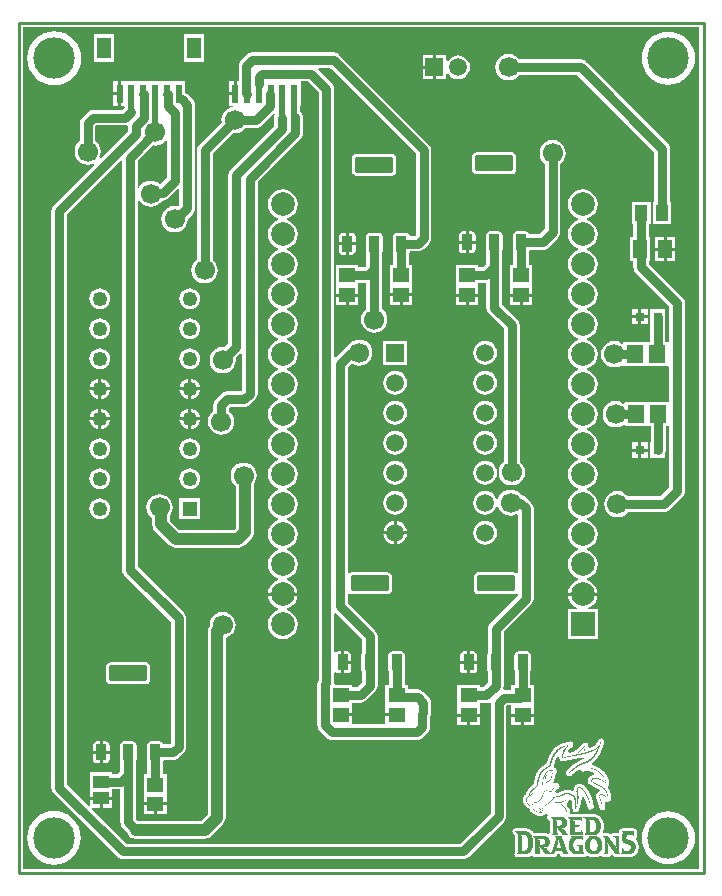
<source format=gtl>
G04*
G04 #@! TF.GenerationSoftware,Altium Limited,Altium Designer,22.1.2 (22)*
G04*
G04 Layer_Physical_Order=1*
G04 Layer_Color=255*
%FSLAX42Y42*%
%MOMM*%
G71*
G04*
G04 #@! TF.SameCoordinates,F9DC67F6-D099-4B61-A846-BBCEEF4CE4CD*
G04*
G04*
G04 #@! TF.FilePolarity,Positive*
G04*
G01*
G75*
%ADD10R,0.60X1.55*%
%ADD11R,1.20X1.80*%
%ADD12R,1.40X1.55*%
%ADD13R,1.20X1.50*%
%ADD14R,0.80X0.80*%
G04:AMPARAMS|DCode=15|XSize=0.93mm|YSize=1.31mm|CornerRadius=0.07mm|HoleSize=0mm|Usage=FLASHONLY|Rotation=0.000|XOffset=0mm|YOffset=0mm|HoleType=Round|Shape=RoundedRectangle|*
%AMROUNDEDRECTD15*
21,1,0.93,1.17,0,0,0.0*
21,1,0.79,1.31,0,0,0.0*
1,1,0.14,0.40,-0.59*
1,1,0.14,-0.40,-0.59*
1,1,0.14,-0.40,0.59*
1,1,0.14,0.40,0.59*
%
%ADD15ROUNDEDRECTD15*%
G04:AMPARAMS|DCode=16|XSize=3.24mm|YSize=1.31mm|CornerRadius=0.1mm|HoleSize=0mm|Usage=FLASHONLY|Rotation=0.000|XOffset=0mm|YOffset=0mm|HoleType=Round|Shape=RoundedRectangle|*
%AMROUNDEDRECTD16*
21,1,3.24,1.11,0,0,0.0*
21,1,3.04,1.31,0,0,0.0*
1,1,0.20,1.52,-0.56*
1,1,0.20,-1.52,-0.56*
1,1,0.20,-1.52,0.56*
1,1,0.20,1.52,0.56*
%
%ADD16ROUNDEDRECTD16*%
%ADD17R,1.35X1.10*%
%ADD18R,1.46X1.30*%
%ADD19R,1.40X1.20*%
%ADD20R,1.06X1.36*%
%ADD21C,0.80*%
%ADD22C,0.50*%
%ADD23C,1.00*%
%ADD24C,1.25*%
%ADD25R,1.25X1.25*%
%ADD26R,2.00X2.00*%
%ADD27C,2.00*%
%ADD28R,1.50X1.50*%
%ADD29C,1.50*%
%ADD30C,1.70*%
%ADD31C,3.50*%
%ADD32C,0.25*%
G36*
X5761Y39D02*
X39D01*
Y7161D01*
X5761D01*
Y39D01*
D02*
G37*
%LPC*%
G36*
X3719Y6925D02*
X3693Y6922D01*
X3669Y6912D01*
X3648Y6896D01*
X3633Y6876D01*
X3631Y6876D01*
X3620Y6884D01*
Y6925D01*
X3532D01*
Y6824D01*
Y6724D01*
X3620D01*
Y6764D01*
X3631Y6772D01*
X3633Y6772D01*
X3648Y6752D01*
X3669Y6736D01*
X3693Y6726D01*
X3719Y6723D01*
X3746Y6726D01*
X3770Y6736D01*
X3791Y6752D01*
X3807Y6773D01*
X3817Y6798D01*
X3821Y6824D01*
X3817Y6850D01*
X3807Y6875D01*
X3791Y6896D01*
X3770Y6912D01*
X3746Y6922D01*
X3719Y6925D01*
D02*
G37*
G36*
X1570Y7103D02*
X1399D01*
Y6872D01*
X1570D01*
Y7103D01*
D02*
G37*
G36*
X810D02*
X639D01*
Y6872D01*
X810D01*
Y7103D01*
D02*
G37*
G36*
X3507Y6925D02*
X3419D01*
Y6837D01*
X3507D01*
Y6925D01*
D02*
G37*
G36*
Y6811D02*
X3419D01*
Y6724D01*
X3507D01*
Y6811D01*
D02*
G37*
G36*
X5500Y7126D02*
X5456Y7122D01*
X5413Y7109D01*
X5374Y7088D01*
X5340Y7060D01*
X5312Y7026D01*
X5291Y6986D01*
X5278Y6944D01*
X5274Y6900D01*
X5278Y6856D01*
X5291Y6814D01*
X5312Y6774D01*
X5340Y6740D01*
X5374Y6712D01*
X5413Y6691D01*
X5456Y6678D01*
X5500Y6674D01*
X5544Y6678D01*
X5587Y6691D01*
X5626Y6712D01*
X5660Y6740D01*
X5688Y6774D01*
X5709Y6814D01*
X5722Y6856D01*
X5726Y6900D01*
X5722Y6944D01*
X5709Y6986D01*
X5688Y7026D01*
X5660Y7060D01*
X5626Y7088D01*
X5587Y7109D01*
X5544Y7122D01*
X5500Y7126D01*
D02*
G37*
G36*
X300Y7130D02*
X255Y7125D01*
X212Y7112D01*
X172Y7091D01*
X138Y7062D01*
X109Y7028D01*
X88Y6988D01*
X75Y6945D01*
X70Y6900D01*
X75Y6855D01*
X88Y6812D01*
X109Y6772D01*
X138Y6738D01*
X172Y6709D01*
X212Y6688D01*
X255Y6675D01*
X300Y6670D01*
X345Y6675D01*
X388Y6688D01*
X428Y6709D01*
X462Y6738D01*
X491Y6772D01*
X512Y6812D01*
X525Y6855D01*
X530Y6900D01*
X525Y6945D01*
X512Y6988D01*
X491Y7028D01*
X462Y7062D01*
X428Y7091D01*
X388Y7112D01*
X345Y7125D01*
X300Y7130D01*
D02*
G37*
G36*
X1820Y6703D02*
X1777D01*
Y6613D01*
X1820D01*
Y6703D01*
D02*
G37*
G36*
X842D02*
X799D01*
Y6613D01*
X842D01*
Y6703D01*
D02*
G37*
G36*
Y6588D02*
X799D01*
Y6497D01*
X842D01*
Y6588D01*
D02*
G37*
G36*
X4178Y6103D02*
X3874D01*
X3860Y6100D01*
X3848Y6092D01*
X3841Y6081D01*
X3838Y6067D01*
Y5956D01*
X3841Y5942D01*
X3848Y5930D01*
X3860Y5923D01*
X3874Y5920D01*
X4178D01*
X4192Y5923D01*
X4203Y5930D01*
X4211Y5942D01*
X4214Y5956D01*
Y6067D01*
X4211Y6081D01*
X4203Y6092D01*
X4192Y6100D01*
X4178Y6103D01*
D02*
G37*
G36*
X3162Y6090D02*
X2858D01*
X2844Y6088D01*
X2832Y6080D01*
X2825Y6068D01*
X2822Y6054D01*
Y5943D01*
X2825Y5929D01*
X2832Y5918D01*
X2844Y5910D01*
X2858Y5907D01*
X3162D01*
X3176Y5910D01*
X3187Y5918D01*
X3195Y5929D01*
X3198Y5943D01*
Y6054D01*
X3195Y6068D01*
X3187Y6080D01*
X3176Y6088D01*
X3162Y6090D01*
D02*
G37*
G36*
X1410Y6703D02*
X868D01*
Y6600D01*
Y6497D01*
X893D01*
X898Y6485D01*
X877Y6463D01*
X631D01*
X614Y6461D01*
X598Y6455D01*
X584Y6444D01*
X538Y6397D01*
X527Y6384D01*
X520Y6368D01*
X518Y6351D01*
Y6197D01*
X505Y6187D01*
X488Y6164D01*
X477Y6138D01*
X473Y6109D01*
X477Y6080D01*
X488Y6053D01*
X505Y6030D01*
X529Y6012D01*
X555Y6001D01*
X584Y5997D01*
X613Y6001D01*
X633Y6009D01*
X640Y5999D01*
X296Y5655D01*
X286Y5641D01*
X279Y5625D01*
X277Y5608D01*
Y724D01*
X279Y707D01*
X286Y691D01*
X296Y677D01*
X837Y137D01*
X850Y127D01*
X866Y120D01*
X883Y118D01*
X3765D01*
X3782Y120D01*
X3798Y127D01*
X3812Y137D01*
X4111Y436D01*
X4121Y450D01*
X4128Y466D01*
X4130Y483D01*
Y1413D01*
X4138Y1421D01*
X4172D01*
Y1350D01*
X4363D01*
Y1422D01*
Y1593D01*
X4333D01*
Y1709D01*
X4338Y1715D01*
X4340Y1728D01*
Y1845D01*
X4338Y1858D01*
X4330Y1868D01*
X4320Y1875D01*
X4307Y1878D01*
X4228D01*
X4215Y1875D01*
X4205Y1868D01*
X4198Y1858D01*
X4195Y1845D01*
Y1728D01*
X4198Y1715D01*
X4201Y1709D01*
Y1593D01*
X4172D01*
Y1553D01*
X4111D01*
X4109Y1553D01*
X4100Y1565D01*
X4102Y1570D01*
X4105Y1588D01*
Y1709D01*
X4109Y1715D01*
X4111Y1728D01*
Y1845D01*
X4109Y1858D01*
X4105Y1864D01*
Y2043D01*
X4339Y2277D01*
X4350Y2291D01*
X4356Y2307D01*
X4359Y2324D01*
Y3090D01*
X4356Y3107D01*
X4350Y3123D01*
X4339Y3137D01*
X4292Y3184D01*
X4279Y3194D01*
X4263Y3201D01*
X4255Y3202D01*
X4244Y3216D01*
X4221Y3233D01*
X4194Y3244D01*
X4166Y3248D01*
X4137Y3244D01*
X4110Y3233D01*
X4087Y3216D01*
X4069Y3193D01*
X4059Y3168D01*
X4051Y3167D01*
X4046Y3168D01*
X4037Y3188D01*
X4021Y3209D01*
X4000Y3225D01*
X3976Y3235D01*
X3950Y3238D01*
X3923Y3235D01*
X3899Y3225D01*
X3878Y3209D01*
X3862Y3188D01*
X3852Y3163D01*
X3848Y3137D01*
X3852Y3111D01*
X3862Y3086D01*
X3878Y3065D01*
X3899Y3049D01*
X3923Y3039D01*
X3950Y3036D01*
X3976Y3039D01*
X4000Y3049D01*
X4021Y3065D01*
X4037Y3086D01*
X4046Y3106D01*
X4051Y3107D01*
X4059Y3105D01*
X4069Y3081D01*
X4087Y3058D01*
X4110Y3040D01*
X4137Y3029D01*
X4166Y3026D01*
X4194Y3029D01*
X4214Y3037D01*
X4227Y3029D01*
Y2544D01*
X4222Y2541D01*
X4214Y2538D01*
X4205Y2544D01*
X4191Y2547D01*
X3886D01*
X3873Y2544D01*
X3861Y2536D01*
X3853Y2525D01*
X3851Y2511D01*
Y2400D01*
X3853Y2386D01*
X3861Y2374D01*
X3873Y2367D01*
X3886Y2364D01*
X4191D01*
X4205Y2367D01*
X4214Y2373D01*
X4222Y2370D01*
X4227Y2367D01*
Y2351D01*
X3992Y2117D01*
X3981Y2103D01*
X3975Y2087D01*
X3973Y2070D01*
Y1864D01*
X3969Y1858D01*
X3966Y1845D01*
Y1728D01*
X3969Y1715D01*
X3973Y1709D01*
Y1615D01*
X3931Y1573D01*
X3905D01*
Y1593D01*
X3715D01*
Y1422D01*
Y1350D01*
X3905D01*
Y1441D01*
X3958D01*
X3976Y1444D01*
X3986Y1448D01*
X3997Y1441D01*
X3997Y1441D01*
X3998Y1440D01*
Y510D01*
X3738Y250D01*
X910D01*
X618Y543D01*
X622Y554D01*
X686D01*
Y622D01*
X606D01*
Y571D01*
X594Y566D01*
X409Y751D01*
Y5581D01*
X862Y6034D01*
X874Y6029D01*
Y2571D01*
X876Y2554D01*
X883Y2538D01*
X893Y2525D01*
X1288Y2130D01*
Y1098D01*
X1280Y1090D01*
X1227D01*
X1226Y1096D01*
X1219Y1106D01*
X1208Y1113D01*
X1196Y1116D01*
X1117D01*
X1104Y1113D01*
X1093Y1106D01*
X1086Y1096D01*
X1084Y1083D01*
Y966D01*
X1086Y953D01*
X1090Y947D01*
Y840D01*
X1057D01*
Y659D01*
Y601D01*
X1156D01*
X1254D01*
Y659D01*
Y840D01*
X1222D01*
Y947D01*
X1226Y953D01*
X1227Y958D01*
X1308D01*
X1325Y960D01*
X1341Y967D01*
X1354Y978D01*
X1401Y1024D01*
X1412Y1038D01*
X1418Y1054D01*
X1420Y1071D01*
Y2157D01*
X1418Y2174D01*
X1412Y2190D01*
X1401Y2204D01*
X1006Y2599D01*
Y5701D01*
X1018Y5704D01*
X1021Y5697D01*
X1039Y5674D01*
X1062Y5657D01*
X1089Y5646D01*
X1118Y5642D01*
X1146Y5646D01*
X1173Y5657D01*
X1196Y5674D01*
X1212Y5695D01*
X1221D01*
X1238Y5697D01*
X1254Y5704D01*
X1267Y5714D01*
X1349Y5795D01*
X1360Y5791D01*
Y5656D01*
X1349Y5645D01*
X1321Y5649D01*
X1292Y5645D01*
X1265Y5634D01*
X1242Y5616D01*
X1224Y5593D01*
X1213Y5566D01*
X1209Y5537D01*
X1213Y5508D01*
X1224Y5482D01*
X1242Y5458D01*
X1265Y5441D01*
X1292Y5430D01*
X1321Y5426D01*
X1350Y5430D01*
X1376Y5441D01*
X1400Y5458D01*
X1417Y5482D01*
X1428Y5508D01*
X1432Y5537D01*
X1432Y5541D01*
X1473Y5582D01*
X1483Y5596D01*
X1490Y5612D01*
X1492Y5629D01*
Y6506D01*
X1490Y6523D01*
X1483Y6539D01*
X1473Y6553D01*
X1426Y6599D01*
X1412Y6610D01*
X1410Y6611D01*
Y6703D01*
D02*
G37*
G36*
X4149Y6935D02*
X4120Y6932D01*
X4093Y6921D01*
X4070Y6903D01*
X4052Y6880D01*
X4041Y6853D01*
X4037Y6824D01*
X4041Y6795D01*
X4052Y6768D01*
X4070Y6745D01*
X4093Y6728D01*
X4120Y6717D01*
X4149Y6713D01*
X4178Y6717D01*
X4204Y6728D01*
X4227Y6745D01*
X4237Y6758D01*
X4731D01*
X5381Y6108D01*
Y5682D01*
X5369D01*
Y5494D01*
X5525D01*
Y5682D01*
X5513D01*
Y6135D01*
X5511Y6152D01*
X5504Y6168D01*
X5494Y6182D01*
X4805Y6871D01*
X4791Y6881D01*
X4775Y6888D01*
X4758Y6890D01*
X4237D01*
X4227Y6903D01*
X4204Y6921D01*
X4178Y6932D01*
X4149Y6935D01*
D02*
G37*
G36*
X4521Y6207D02*
X4492Y6204D01*
X4466Y6192D01*
X4442Y6175D01*
X4425Y6152D01*
X4414Y6125D01*
X4410Y6096D01*
X4414Y6067D01*
X4425Y6040D01*
X4442Y6017D01*
X4455Y6007D01*
Y5455D01*
X4409Y5408D01*
X4326D01*
X4325Y5414D01*
X4318Y5424D01*
X4307Y5431D01*
X4294Y5434D01*
X4215D01*
X4203Y5431D01*
X4192Y5424D01*
X4185Y5414D01*
X4182Y5401D01*
Y5284D01*
X4185Y5271D01*
X4189Y5265D01*
Y5149D01*
X4159D01*
Y4978D01*
Y4906D01*
X4350D01*
Y4978D01*
Y5149D01*
X4321D01*
Y5265D01*
X4325Y5271D01*
X4326Y5276D01*
X4436D01*
X4453Y5279D01*
X4469Y5285D01*
X4483Y5296D01*
X4568Y5381D01*
X4578Y5394D01*
X4585Y5410D01*
X4587Y5427D01*
Y6007D01*
X4600Y6017D01*
X4618Y6040D01*
X4629Y6067D01*
X4633Y6096D01*
X4629Y6125D01*
X4618Y6152D01*
X4600Y6175D01*
X4577Y6192D01*
X4550Y6204D01*
X4521Y6207D01*
D02*
G37*
G36*
X2667Y6949D02*
X1977D01*
X1960Y6947D01*
X1944Y6941D01*
X1931Y6930D01*
X1882Y6881D01*
X1871Y6867D01*
X1864Y6851D01*
X1862Y6834D01*
Y6703D01*
X1845D01*
Y6600D01*
X1833D01*
Y6588D01*
X1777D01*
Y6497D01*
X1812D01*
X1813Y6485D01*
X1800Y6483D01*
X1773Y6472D01*
X1750Y6454D01*
X1732Y6431D01*
X1721Y6404D01*
X1717Y6375D01*
X1720Y6359D01*
X1528Y6168D01*
X1518Y6154D01*
X1511Y6138D01*
X1509Y6121D01*
Y5194D01*
X1496Y5184D01*
X1478Y5161D01*
X1467Y5134D01*
X1463Y5105D01*
X1467Y5077D01*
X1478Y5050D01*
X1496Y5027D01*
X1519Y5009D01*
X1546Y4998D01*
X1575Y4994D01*
X1604Y4998D01*
X1630Y5009D01*
X1654Y5027D01*
X1671Y5050D01*
X1682Y5077D01*
X1686Y5105D01*
X1682Y5134D01*
X1671Y5161D01*
X1654Y5184D01*
X1641Y5194D01*
Y6094D01*
X1813Y6266D01*
X1829Y6264D01*
X1858Y6268D01*
X1884Y6279D01*
X1908Y6297D01*
X1917Y6309D01*
X2008D01*
X2025Y6312D01*
X2041Y6318D01*
X2055Y6329D01*
X2161Y6435D01*
X2171Y6428D01*
X2164Y6412D01*
X2162Y6395D01*
Y6329D01*
X1795Y5962D01*
X1784Y5948D01*
X1778Y5932D01*
X1776Y5915D01*
Y4485D01*
X1743Y4453D01*
X1727Y4455D01*
X1698Y4451D01*
X1672Y4440D01*
X1648Y4422D01*
X1631Y4399D01*
X1620Y4372D01*
X1616Y4343D01*
X1620Y4315D01*
X1631Y4288D01*
X1648Y4265D01*
X1672Y4247D01*
X1698Y4236D01*
X1727Y4232D01*
X1756Y4236D01*
X1783Y4247D01*
X1806Y4265D01*
X1824Y4288D01*
X1835Y4315D01*
X1839Y4343D01*
X1836Y4359D01*
X1877Y4400D01*
X1890Y4395D01*
Y4087D01*
X1882Y4079D01*
X1761D01*
X1744Y4077D01*
X1728Y4070D01*
X1715Y4060D01*
X1668Y4013D01*
X1657Y3999D01*
X1651Y3983D01*
X1649Y3966D01*
Y3911D01*
X1636Y3901D01*
X1618Y3878D01*
X1607Y3852D01*
X1603Y3823D01*
X1607Y3794D01*
X1618Y3767D01*
X1636Y3744D01*
X1659Y3726D01*
X1686Y3715D01*
X1715Y3711D01*
X1743Y3715D01*
X1770Y3726D01*
X1793Y3744D01*
X1811Y3767D01*
X1822Y3794D01*
X1826Y3823D01*
X1822Y3852D01*
X1811Y3878D01*
X1793Y3901D01*
X1780Y3911D01*
Y3939D01*
X1789Y3947D01*
X1909D01*
X1926Y3949D01*
X1942Y3956D01*
X1956Y3967D01*
X2002Y4013D01*
X2013Y4027D01*
X2020Y4043D01*
X2022Y4060D01*
Y5853D01*
X2390Y6221D01*
X2400Y6235D01*
X2407Y6250D01*
X2409Y6267D01*
Y6396D01*
X2407Y6413D01*
X2400Y6429D01*
X2390Y6442D01*
X2385Y6447D01*
X2384Y6448D01*
Y6497D01*
X2388D01*
Y6703D01*
X2449D01*
X2539Y6613D01*
Y1633D01*
X2538Y1631D01*
X2531Y1615D01*
X2529Y1598D01*
Y1251D01*
X2531Y1234D01*
X2538Y1218D01*
X2548Y1204D01*
X2606Y1147D01*
X2619Y1137D01*
X2635Y1130D01*
X2652Y1128D01*
X3371D01*
X3388Y1130D01*
X3404Y1137D01*
X3417Y1147D01*
X3464Y1194D01*
X3475Y1208D01*
X3481Y1224D01*
X3483Y1241D01*
Y1326D01*
X3487Y1336D01*
X3490Y1353D01*
Y1444D01*
X3487Y1462D01*
X3481Y1477D01*
X3470Y1491D01*
X3423Y1538D01*
X3410Y1548D01*
X3394Y1555D01*
X3377Y1557D01*
X3296D01*
Y1597D01*
X3267D01*
Y1709D01*
X3271Y1715D01*
X3273Y1728D01*
Y1845D01*
X3271Y1858D01*
X3264Y1868D01*
X3253Y1875D01*
X3240Y1878D01*
X3161D01*
X3149Y1875D01*
X3138Y1868D01*
X3131Y1858D01*
X3128Y1845D01*
Y1728D01*
X3131Y1715D01*
X3135Y1709D01*
Y1597D01*
X3105D01*
Y1426D01*
Y1354D01*
X3200D01*
Y1329D01*
X3105D01*
Y1260D01*
X2826D01*
Y1329D01*
X2731D01*
Y1354D01*
X2826D01*
Y1445D01*
X2896D01*
X2913Y1448D01*
X2929Y1454D01*
X2942Y1465D01*
X3018Y1541D01*
X3029Y1555D01*
X3036Y1570D01*
X3038Y1588D01*
Y1709D01*
X3042Y1715D01*
X3044Y1728D01*
Y1845D01*
X3042Y1858D01*
X3038Y1864D01*
Y2007D01*
X3036Y2024D01*
X3029Y2040D01*
X3018Y2053D01*
X2784Y2288D01*
Y2367D01*
X2788Y2370D01*
X2796Y2373D01*
X2806Y2367D01*
X2820Y2364D01*
X3124D01*
X3138Y2367D01*
X3149Y2374D01*
X3157Y2386D01*
X3160Y2400D01*
Y2511D01*
X3157Y2525D01*
X3149Y2536D01*
X3138Y2544D01*
X3124Y2547D01*
X2820D01*
X2806Y2544D01*
X2796Y2538D01*
X2788Y2541D01*
X2784Y2544D01*
Y4282D01*
X2819Y4317D01*
X2827Y4310D01*
X2854Y4299D01*
X2883Y4296D01*
X2912Y4299D01*
X2939Y4310D01*
X2962Y4328D01*
X2979Y4351D01*
X2990Y4378D01*
X2994Y4407D01*
X2990Y4436D01*
X2979Y4463D01*
X2962Y4486D01*
X2939Y4503D01*
X2912Y4514D01*
X2883Y4518D01*
X2854Y4514D01*
X2827Y4503D01*
X2804Y4486D01*
X2790Y4467D01*
X2782Y4464D01*
X2769Y4454D01*
X2683Y4368D01*
X2671Y4373D01*
Y6640D01*
X2669Y6657D01*
X2663Y6673D01*
X2652Y6687D01*
X2534Y6805D01*
X2539Y6817D01*
X2640D01*
X3363Y6094D01*
Y5404D01*
X3355Y5396D01*
X3310D01*
X3309Y5401D01*
X3302Y5412D01*
X3291Y5419D01*
X3278Y5421D01*
X3199D01*
X3187Y5419D01*
X3176Y5412D01*
X3169Y5401D01*
X3166Y5388D01*
Y5271D01*
X3169Y5259D01*
X3173Y5253D01*
Y5153D01*
X3143D01*
Y4982D01*
Y4910D01*
X3334D01*
Y4982D01*
Y5153D01*
X3305D01*
Y5252D01*
X3309Y5259D01*
X3310Y5264D01*
X3382D01*
X3399Y5266D01*
X3415Y5273D01*
X3429Y5283D01*
X3476Y5330D01*
X3486Y5344D01*
X3493Y5359D01*
X3495Y5377D01*
Y6121D01*
X3493Y6138D01*
X3486Y6154D01*
X3476Y6168D01*
X2714Y6930D01*
X2700Y6941D01*
X2684Y6947D01*
X2667Y6949D01*
D02*
G37*
G36*
X3836Y5434D02*
X3810D01*
Y5355D01*
X3869D01*
Y5401D01*
X3867Y5414D01*
X3860Y5424D01*
X3849Y5431D01*
X3836Y5434D01*
D02*
G37*
G36*
X3784D02*
X3757D01*
X3745Y5431D01*
X3734Y5424D01*
X3727Y5414D01*
X3724Y5401D01*
Y5355D01*
X3784D01*
Y5434D01*
D02*
G37*
G36*
X2820Y5421D02*
X2794D01*
Y5342D01*
X2853D01*
Y5388D01*
X2851Y5401D01*
X2844Y5412D01*
X2833Y5419D01*
X2820Y5421D01*
D02*
G37*
G36*
X2768D02*
X2741D01*
X2729Y5419D01*
X2718Y5412D01*
X2711Y5401D01*
X2708Y5388D01*
Y5342D01*
X2768D01*
Y5421D01*
D02*
G37*
G36*
X5559Y5384D02*
X5486D01*
Y5296D01*
X5559D01*
Y5384D01*
D02*
G37*
G36*
X5461D02*
X5388D01*
Y5296D01*
X5461D01*
Y5384D01*
D02*
G37*
G36*
X3869Y5330D02*
X3810D01*
Y5251D01*
X3836D01*
X3849Y5253D01*
X3860Y5261D01*
X3867Y5271D01*
X3869Y5284D01*
Y5330D01*
D02*
G37*
G36*
X3784D02*
X3724D01*
Y5284D01*
X3727Y5271D01*
X3734Y5261D01*
X3745Y5253D01*
X3757Y5251D01*
X3784D01*
Y5330D01*
D02*
G37*
G36*
X2853Y5317D02*
X2794D01*
Y5238D01*
X2820D01*
X2833Y5241D01*
X2844Y5248D01*
X2851Y5259D01*
X2853Y5271D01*
Y5317D01*
D02*
G37*
G36*
X2768D02*
X2708D01*
Y5271D01*
X2711Y5259D01*
X2718Y5248D01*
X2729Y5241D01*
X2741Y5238D01*
X2768D01*
Y5317D01*
D02*
G37*
G36*
X5559Y5271D02*
X5486D01*
Y5183D01*
X5559D01*
Y5271D01*
D02*
G37*
G36*
X5461D02*
X5388D01*
Y5183D01*
X5461D01*
Y5271D01*
D02*
G37*
G36*
X4065Y5434D02*
X3986D01*
X3974Y5431D01*
X3963Y5424D01*
X3956Y5414D01*
X3953Y5401D01*
Y5284D01*
X3956Y5271D01*
X3960Y5265D01*
Y5158D01*
X3931Y5129D01*
X3893D01*
Y5149D01*
X3702D01*
Y4978D01*
Y4906D01*
X3893D01*
Y4997D01*
X3958D01*
X3960Y4996D01*
Y4788D01*
X3962Y4771D01*
X3969Y4755D01*
X3979Y4741D01*
X4109Y4611D01*
Y3483D01*
X4096Y3473D01*
X4079Y3450D01*
X4068Y3423D01*
X4064Y3394D01*
X4068Y3365D01*
X4079Y3338D01*
X4096Y3315D01*
X4119Y3298D01*
X4146Y3287D01*
X4175Y3283D01*
X4204Y3287D01*
X4231Y3298D01*
X4254Y3315D01*
X4272Y3338D01*
X4283Y3365D01*
X4286Y3394D01*
X4283Y3423D01*
X4272Y3450D01*
X4254Y3473D01*
X4241Y3483D01*
Y4639D01*
X4239Y4656D01*
X4232Y4672D01*
X4222Y4685D01*
X4092Y4815D01*
Y5131D01*
Y5265D01*
X4096Y5271D01*
X4098Y5284D01*
Y5401D01*
X4096Y5414D01*
X4089Y5424D01*
X4078Y5431D01*
X4065Y5434D01*
D02*
G37*
G36*
X3049Y5421D02*
X2970D01*
X2958Y5419D01*
X2947Y5412D01*
X2940Y5401D01*
X2937Y5388D01*
Y5271D01*
X2940Y5259D01*
X2944Y5252D01*
Y5145D01*
X2928Y5129D01*
X2877D01*
Y5149D01*
X2686D01*
Y4978D01*
Y4906D01*
X2877D01*
Y4997D01*
X2944D01*
Y4775D01*
X2931Y4765D01*
X2913Y4742D01*
X2902Y4715D01*
X2899Y4686D01*
X2902Y4657D01*
X2913Y4631D01*
X2931Y4608D01*
X2954Y4590D01*
X2981Y4579D01*
X3010Y4575D01*
X3039Y4579D01*
X3066Y4590D01*
X3089Y4608D01*
X3106Y4631D01*
X3117Y4657D01*
X3121Y4686D01*
X3117Y4715D01*
X3106Y4742D01*
X3089Y4765D01*
X3076Y4775D01*
Y5118D01*
Y5252D01*
X3080Y5259D01*
X3082Y5271D01*
Y5388D01*
X3080Y5401D01*
X3073Y5412D01*
X3062Y5419D01*
X3049Y5421D01*
D02*
G37*
G36*
X3334Y4885D02*
X3251D01*
Y4812D01*
X3334D01*
Y4885D01*
D02*
G37*
G36*
X3226D02*
X3143D01*
Y4812D01*
X3226D01*
Y4885D01*
D02*
G37*
G36*
X4350Y4881D02*
X4267D01*
Y4808D01*
X4350D01*
Y4881D01*
D02*
G37*
G36*
X4242D02*
X4159D01*
Y4808D01*
X4242D01*
Y4881D01*
D02*
G37*
G36*
X3893D02*
X3810D01*
Y4808D01*
X3893D01*
Y4881D01*
D02*
G37*
G36*
X3785D02*
X3702D01*
Y4808D01*
X3785D01*
Y4881D01*
D02*
G37*
G36*
X2877D02*
X2794D01*
Y4808D01*
X2877D01*
Y4881D01*
D02*
G37*
G36*
X2769D02*
X2686D01*
Y4808D01*
X2769D01*
Y4881D01*
D02*
G37*
G36*
X1448Y4953D02*
X1425Y4950D01*
X1404Y4941D01*
X1385Y4927D01*
X1371Y4908D01*
X1362Y4887D01*
X1359Y4864D01*
X1362Y4841D01*
X1371Y4820D01*
X1385Y4801D01*
X1404Y4787D01*
X1425Y4779D01*
X1448Y4776D01*
X1471Y4779D01*
X1492Y4787D01*
X1510Y4801D01*
X1524Y4820D01*
X1533Y4841D01*
X1536Y4864D01*
X1533Y4887D01*
X1524Y4908D01*
X1510Y4927D01*
X1492Y4941D01*
X1471Y4950D01*
X1448Y4953D01*
D02*
G37*
G36*
X686D02*
X663Y4950D01*
X642Y4941D01*
X623Y4927D01*
X609Y4908D01*
X600Y4887D01*
X597Y4864D01*
X600Y4841D01*
X609Y4820D01*
X623Y4801D01*
X642Y4787D01*
X663Y4779D01*
X686Y4776D01*
X709Y4779D01*
X730Y4787D01*
X748Y4801D01*
X762Y4820D01*
X771Y4841D01*
X774Y4864D01*
X771Y4887D01*
X762Y4908D01*
X748Y4927D01*
X730Y4941D01*
X709Y4950D01*
X686Y4953D01*
D02*
G37*
G36*
X5324Y4777D02*
X5272D01*
Y4724D01*
X5324D01*
Y4777D01*
D02*
G37*
G36*
X5246D02*
X5194D01*
Y4724D01*
X5246D01*
Y4777D01*
D02*
G37*
G36*
X5324Y4699D02*
X5272D01*
Y4646D01*
X5324D01*
Y4699D01*
D02*
G37*
G36*
X5246D02*
X5194D01*
Y4646D01*
X5246D01*
Y4699D01*
D02*
G37*
G36*
X1448Y4699D02*
X1425Y4696D01*
X1404Y4687D01*
X1385Y4673D01*
X1371Y4654D01*
X1362Y4633D01*
X1359Y4610D01*
X1362Y4587D01*
X1371Y4566D01*
X1385Y4547D01*
X1404Y4533D01*
X1425Y4525D01*
X1448Y4522D01*
X1471Y4525D01*
X1492Y4533D01*
X1510Y4547D01*
X1524Y4566D01*
X1533Y4587D01*
X1536Y4610D01*
X1533Y4633D01*
X1524Y4654D01*
X1510Y4673D01*
X1492Y4687D01*
X1471Y4696D01*
X1448Y4699D01*
D02*
G37*
G36*
X686D02*
X663Y4696D01*
X642Y4687D01*
X623Y4673D01*
X609Y4654D01*
X600Y4633D01*
X597Y4610D01*
X600Y4587D01*
X609Y4566D01*
X623Y4547D01*
X642Y4533D01*
X663Y4525D01*
X686Y4522D01*
X709Y4525D01*
X730Y4533D01*
X748Y4547D01*
X762Y4566D01*
X771Y4587D01*
X774Y4610D01*
X771Y4633D01*
X762Y4654D01*
X748Y4673D01*
X730Y4687D01*
X709Y4696D01*
X686Y4699D01*
D02*
G37*
G36*
X5350Y5682D02*
X5193D01*
Y5494D01*
X5202D01*
Y5384D01*
X5178D01*
Y5183D01*
X5205D01*
Y5131D01*
X5207Y5114D01*
X5213Y5098D01*
X5224Y5084D01*
X5509Y4799D01*
Y4503D01*
X5499Y4497D01*
X5497Y4497D01*
X5476D01*
Y4710D01*
X5474Y4724D01*
Y4777D01*
X5413D01*
X5409Y4778D01*
X5405Y4777D01*
X5344D01*
Y4716D01*
X5343Y4712D01*
X5344Y4707D01*
Y4646D01*
X5344D01*
Y4497D01*
X5118D01*
Y4489D01*
X5107Y4484D01*
X5098Y4491D01*
X5071Y4502D01*
X5042Y4506D01*
X5013Y4502D01*
X4986Y4491D01*
X4963Y4473D01*
X4945Y4450D01*
X4934Y4423D01*
X4931Y4394D01*
X4934Y4365D01*
X4945Y4339D01*
X4963Y4315D01*
X4986Y4298D01*
X5013Y4287D01*
X5042Y4283D01*
X5071Y4287D01*
X5098Y4298D01*
X5107Y4305D01*
X5118Y4299D01*
Y4291D01*
X5497D01*
X5499Y4291D01*
X5509Y4286D01*
Y3989D01*
X5131D01*
Y3981D01*
X5120Y3976D01*
X5110Y3983D01*
X5083Y3994D01*
X5055Y3998D01*
X5026Y3994D01*
X4999Y3983D01*
X4976Y3965D01*
X4958Y3942D01*
X4947Y3915D01*
X4943Y3886D01*
X4947Y3857D01*
X4958Y3831D01*
X4976Y3807D01*
X4999Y3790D01*
X5026Y3779D01*
X5055Y3775D01*
X5083Y3779D01*
X5110Y3790D01*
X5120Y3797D01*
X5131Y3791D01*
Y3783D01*
X5350D01*
Y3647D01*
X5344D01*
Y3586D01*
X5343Y3581D01*
X5344Y3577D01*
Y3516D01*
X5405D01*
X5409Y3515D01*
X5413Y3516D01*
X5474D01*
Y3558D01*
X5480Y3572D01*
X5482Y3589D01*
Y3783D01*
X5509D01*
Y3266D01*
X5434Y3190D01*
X5156D01*
X5146Y3203D01*
X5123Y3221D01*
X5096Y3232D01*
X5067Y3236D01*
X5038Y3232D01*
X5012Y3221D01*
X4989Y3203D01*
X4971Y3180D01*
X4960Y3153D01*
X4956Y3124D01*
X4960Y3095D01*
X4971Y3069D01*
X4989Y3045D01*
X5012Y3028D01*
X5038Y3017D01*
X5067Y3013D01*
X5096Y3017D01*
X5123Y3028D01*
X5146Y3045D01*
X5156Y3058D01*
X5461D01*
X5478Y3060D01*
X5494Y3067D01*
X5508Y3078D01*
X5622Y3192D01*
X5632Y3206D01*
X5639Y3221D01*
X5641Y3238D01*
Y4826D01*
X5639Y4843D01*
X5632Y4859D01*
X5622Y4873D01*
X5336Y5158D01*
Y5183D01*
X5349D01*
Y5384D01*
X5334D01*
Y5494D01*
X5350D01*
Y5682D01*
D02*
G37*
G36*
X3288Y4507D02*
X3087D01*
Y4306D01*
X3288D01*
Y4507D01*
D02*
G37*
G36*
X3950Y4508D02*
X3923Y4505D01*
X3899Y4495D01*
X3878Y4479D01*
X3862Y4458D01*
X3852Y4433D01*
X3848Y4407D01*
X3852Y4381D01*
X3862Y4356D01*
X3878Y4335D01*
X3899Y4319D01*
X3923Y4309D01*
X3950Y4306D01*
X3976Y4309D01*
X4000Y4319D01*
X4021Y4335D01*
X4037Y4356D01*
X4048Y4381D01*
X4051Y4407D01*
X4048Y4433D01*
X4037Y4458D01*
X4021Y4479D01*
X4000Y4495D01*
X3976Y4505D01*
X3950Y4508D01*
D02*
G37*
G36*
X1448Y4445D02*
X1425Y4442D01*
X1404Y4433D01*
X1385Y4419D01*
X1371Y4400D01*
X1362Y4379D01*
X1359Y4356D01*
X1362Y4333D01*
X1371Y4312D01*
X1385Y4293D01*
X1404Y4279D01*
X1425Y4271D01*
X1448Y4268D01*
X1471Y4271D01*
X1492Y4279D01*
X1510Y4293D01*
X1524Y4312D01*
X1533Y4333D01*
X1536Y4356D01*
X1533Y4379D01*
X1524Y4400D01*
X1510Y4419D01*
X1492Y4433D01*
X1471Y4442D01*
X1448Y4445D01*
D02*
G37*
G36*
X686D02*
X663Y4442D01*
X642Y4433D01*
X623Y4419D01*
X609Y4400D01*
X600Y4379D01*
X597Y4356D01*
X600Y4333D01*
X609Y4312D01*
X623Y4293D01*
X642Y4279D01*
X663Y4271D01*
X686Y4268D01*
X709Y4271D01*
X730Y4279D01*
X748Y4293D01*
X762Y4312D01*
X771Y4333D01*
X774Y4356D01*
X771Y4379D01*
X762Y4400D01*
X748Y4419D01*
X730Y4433D01*
X709Y4442D01*
X686Y4445D01*
D02*
G37*
G36*
X1460Y4189D02*
Y4115D01*
X1535D01*
X1533Y4125D01*
X1524Y4146D01*
X1510Y4165D01*
X1492Y4179D01*
X1471Y4188D01*
X1460Y4189D01*
D02*
G37*
G36*
X699D02*
Y4115D01*
X773D01*
X771Y4125D01*
X762Y4146D01*
X748Y4165D01*
X730Y4179D01*
X709Y4188D01*
X699Y4189D01*
D02*
G37*
G36*
X1435D02*
X1425Y4188D01*
X1404Y4179D01*
X1385Y4165D01*
X1371Y4146D01*
X1362Y4125D01*
X1361Y4115D01*
X1435D01*
Y4189D01*
D02*
G37*
G36*
X673D02*
X663Y4188D01*
X642Y4179D01*
X623Y4165D01*
X609Y4146D01*
X600Y4125D01*
X599Y4115D01*
X673D01*
Y4189D01*
D02*
G37*
G36*
X3950Y4254D02*
X3923Y4251D01*
X3899Y4241D01*
X3878Y4225D01*
X3862Y4204D01*
X3852Y4179D01*
X3848Y4153D01*
X3852Y4127D01*
X3862Y4102D01*
X3878Y4081D01*
X3899Y4065D01*
X3923Y4055D01*
X3950Y4052D01*
X3976Y4055D01*
X4000Y4065D01*
X4021Y4081D01*
X4037Y4102D01*
X4048Y4127D01*
X4051Y4153D01*
X4048Y4179D01*
X4037Y4204D01*
X4021Y4225D01*
X4000Y4241D01*
X3976Y4251D01*
X3950Y4254D01*
D02*
G37*
G36*
X3188D02*
X3161Y4251D01*
X3137Y4241D01*
X3116Y4225D01*
X3100Y4204D01*
X3090Y4179D01*
X3086Y4153D01*
X3090Y4127D01*
X3100Y4102D01*
X3116Y4081D01*
X3137Y4065D01*
X3161Y4055D01*
X3188Y4052D01*
X3214Y4055D01*
X3238Y4065D01*
X3259Y4081D01*
X3275Y4102D01*
X3286Y4127D01*
X3289Y4153D01*
X3286Y4179D01*
X3275Y4204D01*
X3259Y4225D01*
X3238Y4241D01*
X3214Y4251D01*
X3188Y4254D01*
D02*
G37*
G36*
X1535Y4089D02*
X1460D01*
Y4015D01*
X1471Y4017D01*
X1492Y4025D01*
X1510Y4039D01*
X1524Y4058D01*
X1533Y4079D01*
X1535Y4089D01*
D02*
G37*
G36*
X773D02*
X699D01*
Y4015D01*
X709Y4017D01*
X730Y4025D01*
X748Y4039D01*
X762Y4058D01*
X771Y4079D01*
X773Y4089D01*
D02*
G37*
G36*
X1435D02*
X1361D01*
X1362Y4079D01*
X1371Y4058D01*
X1385Y4039D01*
X1404Y4025D01*
X1425Y4017D01*
X1435Y4015D01*
Y4089D01*
D02*
G37*
G36*
X673D02*
X599D01*
X600Y4079D01*
X609Y4058D01*
X623Y4039D01*
X642Y4025D01*
X663Y4017D01*
X673Y4015D01*
Y4089D01*
D02*
G37*
G36*
X1460Y3935D02*
Y3861D01*
X1535D01*
X1533Y3871D01*
X1524Y3892D01*
X1510Y3911D01*
X1492Y3925D01*
X1471Y3934D01*
X1460Y3935D01*
D02*
G37*
G36*
X699D02*
Y3861D01*
X773D01*
X771Y3871D01*
X762Y3892D01*
X748Y3911D01*
X730Y3925D01*
X709Y3934D01*
X699Y3935D01*
D02*
G37*
G36*
X1435D02*
X1425Y3934D01*
X1404Y3925D01*
X1385Y3911D01*
X1371Y3892D01*
X1362Y3871D01*
X1361Y3861D01*
X1435D01*
Y3935D01*
D02*
G37*
G36*
X673D02*
X663Y3934D01*
X642Y3925D01*
X623Y3911D01*
X609Y3892D01*
X600Y3871D01*
X599Y3861D01*
X673D01*
Y3935D01*
D02*
G37*
G36*
X3950Y4000D02*
X3923Y3997D01*
X3899Y3987D01*
X3878Y3971D01*
X3862Y3950D01*
X3852Y3925D01*
X3848Y3899D01*
X3852Y3873D01*
X3862Y3848D01*
X3878Y3827D01*
X3899Y3811D01*
X3923Y3801D01*
X3950Y3798D01*
X3976Y3801D01*
X4000Y3811D01*
X4021Y3827D01*
X4037Y3848D01*
X4048Y3873D01*
X4051Y3899D01*
X4048Y3925D01*
X4037Y3950D01*
X4021Y3971D01*
X4000Y3987D01*
X3976Y3997D01*
X3950Y4000D01*
D02*
G37*
G36*
X3188D02*
X3161Y3997D01*
X3137Y3987D01*
X3116Y3971D01*
X3100Y3950D01*
X3090Y3925D01*
X3086Y3899D01*
X3090Y3873D01*
X3100Y3848D01*
X3116Y3827D01*
X3137Y3811D01*
X3161Y3801D01*
X3188Y3798D01*
X3214Y3801D01*
X3238Y3811D01*
X3259Y3827D01*
X3275Y3848D01*
X3286Y3873D01*
X3289Y3899D01*
X3286Y3925D01*
X3275Y3950D01*
X3259Y3971D01*
X3238Y3987D01*
X3214Y3997D01*
X3188Y4000D01*
D02*
G37*
G36*
X1535Y3835D02*
X1460D01*
Y3761D01*
X1471Y3763D01*
X1492Y3771D01*
X1510Y3785D01*
X1524Y3804D01*
X1533Y3825D01*
X1535Y3835D01*
D02*
G37*
G36*
X773D02*
X699D01*
Y3761D01*
X709Y3763D01*
X730Y3771D01*
X748Y3785D01*
X762Y3804D01*
X771Y3825D01*
X773Y3835D01*
D02*
G37*
G36*
X1435D02*
X1361D01*
X1362Y3825D01*
X1371Y3804D01*
X1385Y3785D01*
X1404Y3771D01*
X1425Y3763D01*
X1435Y3761D01*
Y3835D01*
D02*
G37*
G36*
X673D02*
X599D01*
X600Y3825D01*
X609Y3804D01*
X623Y3785D01*
X642Y3771D01*
X663Y3763D01*
X673Y3761D01*
Y3835D01*
D02*
G37*
G36*
X5324Y3647D02*
X5272D01*
Y3594D01*
X5324D01*
Y3647D01*
D02*
G37*
G36*
X5246D02*
X5194D01*
Y3594D01*
X5246D01*
Y3647D01*
D02*
G37*
G36*
X3950Y3746D02*
X3923Y3743D01*
X3899Y3733D01*
X3878Y3717D01*
X3862Y3696D01*
X3852Y3671D01*
X3848Y3645D01*
X3852Y3619D01*
X3862Y3594D01*
X3878Y3573D01*
X3899Y3557D01*
X3923Y3547D01*
X3950Y3544D01*
X3976Y3547D01*
X4000Y3557D01*
X4021Y3573D01*
X4037Y3594D01*
X4048Y3619D01*
X4051Y3645D01*
X4048Y3671D01*
X4037Y3696D01*
X4021Y3717D01*
X4000Y3733D01*
X3976Y3743D01*
X3950Y3746D01*
D02*
G37*
G36*
X3188D02*
X3161Y3743D01*
X3137Y3733D01*
X3116Y3717D01*
X3100Y3696D01*
X3090Y3671D01*
X3086Y3645D01*
X3090Y3619D01*
X3100Y3594D01*
X3116Y3573D01*
X3137Y3557D01*
X3161Y3547D01*
X3188Y3544D01*
X3214Y3547D01*
X3238Y3557D01*
X3259Y3573D01*
X3275Y3594D01*
X3286Y3619D01*
X3289Y3645D01*
X3286Y3671D01*
X3275Y3696D01*
X3259Y3717D01*
X3238Y3733D01*
X3214Y3743D01*
X3188Y3746D01*
D02*
G37*
G36*
X5324Y3569D02*
X5272D01*
Y3516D01*
X5324D01*
Y3569D01*
D02*
G37*
G36*
X5246D02*
X5194D01*
Y3516D01*
X5246D01*
Y3569D01*
D02*
G37*
G36*
X1448Y3683D02*
X1425Y3680D01*
X1404Y3671D01*
X1385Y3657D01*
X1371Y3638D01*
X1362Y3617D01*
X1359Y3594D01*
X1362Y3571D01*
X1371Y3550D01*
X1385Y3531D01*
X1404Y3517D01*
X1425Y3509D01*
X1448Y3506D01*
X1471Y3509D01*
X1492Y3517D01*
X1510Y3531D01*
X1524Y3550D01*
X1533Y3571D01*
X1536Y3594D01*
X1533Y3617D01*
X1524Y3638D01*
X1510Y3657D01*
X1492Y3671D01*
X1471Y3680D01*
X1448Y3683D01*
D02*
G37*
G36*
X686D02*
X663Y3680D01*
X642Y3671D01*
X623Y3657D01*
X609Y3638D01*
X600Y3617D01*
X597Y3594D01*
X600Y3571D01*
X609Y3550D01*
X623Y3531D01*
X642Y3517D01*
X663Y3509D01*
X686Y3506D01*
X709Y3509D01*
X730Y3517D01*
X748Y3531D01*
X762Y3550D01*
X771Y3571D01*
X774Y3594D01*
X771Y3617D01*
X762Y3638D01*
X748Y3657D01*
X730Y3671D01*
X709Y3680D01*
X686Y3683D01*
D02*
G37*
G36*
X3950Y3492D02*
X3923Y3489D01*
X3899Y3479D01*
X3878Y3463D01*
X3862Y3442D01*
X3852Y3417D01*
X3848Y3391D01*
X3852Y3365D01*
X3862Y3340D01*
X3878Y3319D01*
X3899Y3303D01*
X3923Y3293D01*
X3950Y3290D01*
X3976Y3293D01*
X4000Y3303D01*
X4021Y3319D01*
X4037Y3340D01*
X4048Y3365D01*
X4051Y3391D01*
X4048Y3417D01*
X4037Y3442D01*
X4021Y3463D01*
X4000Y3479D01*
X3976Y3489D01*
X3950Y3492D01*
D02*
G37*
G36*
X3188D02*
X3161Y3489D01*
X3137Y3479D01*
X3116Y3463D01*
X3100Y3442D01*
X3090Y3417D01*
X3086Y3391D01*
X3090Y3365D01*
X3100Y3340D01*
X3116Y3319D01*
X3137Y3303D01*
X3161Y3293D01*
X3188Y3290D01*
X3214Y3293D01*
X3238Y3303D01*
X3259Y3319D01*
X3275Y3340D01*
X3286Y3365D01*
X3289Y3391D01*
X3286Y3417D01*
X3275Y3442D01*
X3259Y3463D01*
X3238Y3479D01*
X3214Y3489D01*
X3188Y3492D01*
D02*
G37*
G36*
X1448Y3429D02*
X1425Y3426D01*
X1404Y3417D01*
X1385Y3403D01*
X1371Y3384D01*
X1362Y3363D01*
X1359Y3340D01*
X1362Y3317D01*
X1371Y3296D01*
X1385Y3277D01*
X1404Y3263D01*
X1425Y3255D01*
X1448Y3252D01*
X1471Y3255D01*
X1492Y3263D01*
X1510Y3277D01*
X1524Y3296D01*
X1533Y3317D01*
X1536Y3340D01*
X1533Y3363D01*
X1524Y3384D01*
X1510Y3403D01*
X1492Y3417D01*
X1471Y3426D01*
X1448Y3429D01*
D02*
G37*
G36*
X686D02*
X663Y3426D01*
X642Y3417D01*
X623Y3403D01*
X609Y3384D01*
X600Y3363D01*
X597Y3340D01*
X600Y3317D01*
X609Y3296D01*
X623Y3277D01*
X642Y3263D01*
X663Y3255D01*
X686Y3252D01*
X709Y3255D01*
X730Y3263D01*
X748Y3277D01*
X762Y3296D01*
X771Y3317D01*
X774Y3340D01*
X771Y3363D01*
X762Y3384D01*
X748Y3403D01*
X730Y3417D01*
X709Y3426D01*
X686Y3429D01*
D02*
G37*
G36*
X3188Y3238D02*
X3161Y3235D01*
X3137Y3225D01*
X3116Y3209D01*
X3100Y3188D01*
X3090Y3163D01*
X3086Y3137D01*
X3090Y3111D01*
X3100Y3086D01*
X3116Y3065D01*
X3137Y3049D01*
X3161Y3039D01*
X3188Y3036D01*
X3214Y3039D01*
X3238Y3049D01*
X3259Y3065D01*
X3275Y3086D01*
X3286Y3111D01*
X3289Y3137D01*
X3286Y3163D01*
X3275Y3188D01*
X3259Y3209D01*
X3238Y3225D01*
X3214Y3235D01*
X3188Y3238D01*
D02*
G37*
G36*
X1536Y3174D02*
X1360D01*
Y2998D01*
X1536D01*
Y3174D01*
D02*
G37*
G36*
X686Y3175D02*
X663Y3172D01*
X642Y3163D01*
X623Y3149D01*
X609Y3130D01*
X600Y3109D01*
X597Y3086D01*
X600Y3063D01*
X609Y3042D01*
X623Y3023D01*
X642Y3009D01*
X663Y3001D01*
X686Y2998D01*
X709Y3001D01*
X730Y3009D01*
X748Y3023D01*
X762Y3042D01*
X771Y3063D01*
X774Y3086D01*
X771Y3109D01*
X762Y3130D01*
X748Y3149D01*
X730Y3163D01*
X709Y3172D01*
X686Y3175D01*
D02*
G37*
G36*
X1905Y3477D02*
X1876Y3473D01*
X1849Y3462D01*
X1826Y3444D01*
X1809Y3421D01*
X1797Y3394D01*
X1794Y3365D01*
X1797Y3337D01*
X1809Y3310D01*
X1826Y3287D01*
X1842Y3274D01*
Y2922D01*
X1828Y2908D01*
X1360D01*
X1283Y2985D01*
Y3034D01*
X1290Y3043D01*
X1301Y3070D01*
X1305Y3099D01*
X1301Y3128D01*
X1290Y3154D01*
X1273Y3178D01*
X1249Y3195D01*
X1223Y3206D01*
X1194Y3210D01*
X1165Y3206D01*
X1138Y3195D01*
X1115Y3178D01*
X1097Y3154D01*
X1086Y3128D01*
X1082Y3099D01*
X1086Y3070D01*
X1097Y3043D01*
X1115Y3020D01*
X1131Y3008D01*
Y2953D01*
X1134Y2934D01*
X1141Y2915D01*
X1153Y2900D01*
X1275Y2778D01*
X1291Y2766D01*
X1309Y2759D01*
X1329Y2756D01*
X1860D01*
X1879Y2759D01*
X1898Y2766D01*
X1914Y2778D01*
X1972Y2837D01*
X1984Y2853D01*
X1987Y2860D01*
X1992Y2871D01*
X1994Y2891D01*
Y3301D01*
X2001Y3310D01*
X2013Y3337D01*
X2016Y3365D01*
X2013Y3394D01*
X2001Y3421D01*
X1984Y3444D01*
X1961Y3462D01*
X1934Y3473D01*
X1905Y3477D01*
D02*
G37*
G36*
X3200Y2982D02*
Y2896D01*
X3287D01*
X3286Y2909D01*
X3275Y2934D01*
X3259Y2955D01*
X3238Y2971D01*
X3214Y2981D01*
X3200Y2982D01*
D02*
G37*
G36*
X3175D02*
X3161Y2981D01*
X3137Y2971D01*
X3116Y2955D01*
X3100Y2934D01*
X3090Y2909D01*
X3088Y2896D01*
X3175D01*
Y2982D01*
D02*
G37*
G36*
X3287Y2870D02*
X3200D01*
Y2783D01*
X3214Y2785D01*
X3238Y2795D01*
X3259Y2811D01*
X3275Y2832D01*
X3286Y2857D01*
X3287Y2870D01*
D02*
G37*
G36*
X3175D02*
X3088D01*
X3090Y2857D01*
X3100Y2832D01*
X3116Y2811D01*
X3137Y2795D01*
X3161Y2785D01*
X3175Y2783D01*
Y2870D01*
D02*
G37*
G36*
X3950Y2984D02*
X3923Y2981D01*
X3899Y2971D01*
X3878Y2955D01*
X3862Y2934D01*
X3852Y2909D01*
X3848Y2883D01*
X3852Y2857D01*
X3862Y2832D01*
X3878Y2811D01*
X3899Y2795D01*
X3923Y2785D01*
X3950Y2782D01*
X3976Y2785D01*
X4000Y2795D01*
X4021Y2811D01*
X4037Y2832D01*
X4048Y2857D01*
X4051Y2883D01*
X4048Y2909D01*
X4037Y2934D01*
X4021Y2955D01*
X4000Y2971D01*
X3976Y2981D01*
X3950Y2984D01*
D02*
G37*
G36*
X2235Y5791D02*
X2202Y5786D01*
X2172Y5774D01*
X2146Y5754D01*
X2126Y5727D01*
X2113Y5697D01*
X2109Y5664D01*
X2113Y5631D01*
X2126Y5601D01*
X2146Y5575D01*
X2172Y5555D01*
X2198Y5544D01*
Y5530D01*
X2172Y5520D01*
X2146Y5500D01*
X2126Y5473D01*
X2113Y5443D01*
X2109Y5410D01*
X2113Y5377D01*
X2126Y5347D01*
X2146Y5321D01*
X2172Y5301D01*
X2198Y5290D01*
Y5276D01*
X2172Y5266D01*
X2146Y5246D01*
X2126Y5219D01*
X2113Y5189D01*
X2109Y5156D01*
X2113Y5123D01*
X2126Y5093D01*
X2146Y5067D01*
X2172Y5047D01*
X2198Y5036D01*
Y5022D01*
X2172Y5012D01*
X2146Y4992D01*
X2126Y4965D01*
X2113Y4935D01*
X2109Y4902D01*
X2113Y4869D01*
X2126Y4839D01*
X2146Y4813D01*
X2172Y4793D01*
X2198Y4782D01*
Y4768D01*
X2172Y4758D01*
X2146Y4738D01*
X2126Y4711D01*
X2113Y4681D01*
X2109Y4648D01*
X2113Y4615D01*
X2126Y4585D01*
X2146Y4559D01*
X2172Y4539D01*
X2198Y4528D01*
Y4514D01*
X2172Y4504D01*
X2146Y4484D01*
X2126Y4457D01*
X2113Y4427D01*
X2109Y4394D01*
X2113Y4361D01*
X2126Y4331D01*
X2146Y4305D01*
X2172Y4285D01*
X2198Y4274D01*
Y4260D01*
X2172Y4250D01*
X2146Y4230D01*
X2126Y4203D01*
X2113Y4173D01*
X2109Y4140D01*
X2113Y4107D01*
X2126Y4077D01*
X2146Y4051D01*
X2172Y4031D01*
X2198Y4020D01*
Y4006D01*
X2172Y3996D01*
X2146Y3976D01*
X2126Y3949D01*
X2113Y3919D01*
X2109Y3886D01*
X2113Y3853D01*
X2126Y3823D01*
X2146Y3797D01*
X2172Y3777D01*
X2198Y3766D01*
Y3752D01*
X2172Y3742D01*
X2146Y3722D01*
X2126Y3695D01*
X2113Y3665D01*
X2109Y3632D01*
X2113Y3599D01*
X2126Y3569D01*
X2146Y3543D01*
X2172Y3523D01*
X2198Y3512D01*
Y3498D01*
X2172Y3488D01*
X2146Y3468D01*
X2126Y3441D01*
X2113Y3411D01*
X2109Y3378D01*
X2113Y3345D01*
X2126Y3315D01*
X2146Y3289D01*
X2172Y3269D01*
X2198Y3258D01*
Y3244D01*
X2172Y3234D01*
X2146Y3214D01*
X2126Y3187D01*
X2113Y3157D01*
X2109Y3124D01*
X2113Y3091D01*
X2126Y3061D01*
X2146Y3035D01*
X2172Y3015D01*
X2198Y3004D01*
Y2990D01*
X2172Y2980D01*
X2146Y2960D01*
X2126Y2933D01*
X2113Y2903D01*
X2109Y2870D01*
X2113Y2837D01*
X2126Y2807D01*
X2146Y2781D01*
X2172Y2761D01*
X2198Y2750D01*
Y2736D01*
X2172Y2726D01*
X2146Y2706D01*
X2126Y2679D01*
X2113Y2649D01*
X2109Y2616D01*
X2113Y2583D01*
X2126Y2553D01*
X2146Y2527D01*
X2172Y2507D01*
X2198Y2496D01*
Y2482D01*
X2172Y2472D01*
X2146Y2452D01*
X2126Y2425D01*
X2113Y2395D01*
X2110Y2375D01*
X2235D01*
X2360D01*
X2357Y2395D01*
X2345Y2425D01*
X2325Y2452D01*
X2298Y2472D01*
X2273Y2482D01*
Y2496D01*
X2298Y2507D01*
X2325Y2527D01*
X2345Y2553D01*
X2357Y2583D01*
X2362Y2616D01*
X2357Y2649D01*
X2345Y2679D01*
X2325Y2706D01*
X2298Y2726D01*
X2273Y2736D01*
Y2750D01*
X2298Y2761D01*
X2325Y2781D01*
X2345Y2807D01*
X2357Y2837D01*
X2362Y2870D01*
X2357Y2903D01*
X2345Y2933D01*
X2325Y2960D01*
X2298Y2980D01*
X2273Y2990D01*
Y3004D01*
X2298Y3015D01*
X2325Y3035D01*
X2345Y3061D01*
X2357Y3091D01*
X2362Y3124D01*
X2357Y3157D01*
X2345Y3187D01*
X2325Y3214D01*
X2298Y3234D01*
X2273Y3244D01*
Y3258D01*
X2298Y3269D01*
X2325Y3289D01*
X2345Y3315D01*
X2357Y3345D01*
X2362Y3378D01*
X2357Y3411D01*
X2345Y3441D01*
X2325Y3468D01*
X2298Y3488D01*
X2273Y3498D01*
Y3512D01*
X2298Y3523D01*
X2325Y3543D01*
X2345Y3569D01*
X2357Y3599D01*
X2362Y3632D01*
X2357Y3665D01*
X2345Y3695D01*
X2325Y3722D01*
X2298Y3742D01*
X2273Y3752D01*
Y3766D01*
X2298Y3777D01*
X2325Y3797D01*
X2345Y3823D01*
X2357Y3853D01*
X2362Y3886D01*
X2357Y3919D01*
X2345Y3949D01*
X2325Y3976D01*
X2298Y3996D01*
X2273Y4006D01*
Y4020D01*
X2298Y4031D01*
X2325Y4051D01*
X2345Y4077D01*
X2357Y4107D01*
X2362Y4140D01*
X2357Y4173D01*
X2345Y4203D01*
X2325Y4230D01*
X2298Y4250D01*
X2273Y4260D01*
Y4274D01*
X2298Y4285D01*
X2325Y4305D01*
X2345Y4331D01*
X2357Y4361D01*
X2362Y4394D01*
X2357Y4427D01*
X2345Y4457D01*
X2325Y4484D01*
X2298Y4504D01*
X2273Y4514D01*
Y4528D01*
X2298Y4539D01*
X2325Y4559D01*
X2345Y4585D01*
X2357Y4615D01*
X2362Y4648D01*
X2357Y4681D01*
X2345Y4711D01*
X2325Y4738D01*
X2298Y4758D01*
X2273Y4768D01*
Y4782D01*
X2298Y4793D01*
X2325Y4813D01*
X2345Y4839D01*
X2357Y4869D01*
X2362Y4902D01*
X2357Y4935D01*
X2345Y4965D01*
X2325Y4992D01*
X2298Y5012D01*
X2273Y5022D01*
Y5036D01*
X2298Y5047D01*
X2325Y5067D01*
X2345Y5093D01*
X2357Y5123D01*
X2362Y5156D01*
X2357Y5189D01*
X2345Y5219D01*
X2325Y5246D01*
X2298Y5266D01*
X2273Y5276D01*
Y5290D01*
X2298Y5301D01*
X2325Y5321D01*
X2345Y5347D01*
X2357Y5377D01*
X2362Y5410D01*
X2357Y5443D01*
X2345Y5473D01*
X2325Y5500D01*
X2298Y5520D01*
X2273Y5530D01*
Y5544D01*
X2298Y5555D01*
X2325Y5575D01*
X2345Y5601D01*
X2357Y5631D01*
X2362Y5664D01*
X2357Y5697D01*
X2345Y5727D01*
X2325Y5754D01*
X2298Y5774D01*
X2268Y5786D01*
X2235Y5791D01*
D02*
G37*
G36*
X4775D02*
X4742Y5786D01*
X4712Y5774D01*
X4686Y5754D01*
X4666Y5727D01*
X4653Y5697D01*
X4649Y5664D01*
X4653Y5631D01*
X4666Y5601D01*
X4686Y5575D01*
X4712Y5555D01*
X4738Y5544D01*
Y5530D01*
X4712Y5520D01*
X4686Y5500D01*
X4666Y5473D01*
X4653Y5443D01*
X4649Y5410D01*
X4653Y5377D01*
X4666Y5347D01*
X4686Y5321D01*
X4712Y5301D01*
X4738Y5290D01*
Y5276D01*
X4712Y5266D01*
X4686Y5246D01*
X4666Y5219D01*
X4653Y5189D01*
X4649Y5156D01*
X4653Y5123D01*
X4666Y5093D01*
X4686Y5067D01*
X4712Y5047D01*
X4738Y5036D01*
Y5022D01*
X4712Y5012D01*
X4686Y4992D01*
X4666Y4965D01*
X4653Y4935D01*
X4649Y4902D01*
X4653Y4869D01*
X4666Y4839D01*
X4686Y4813D01*
X4712Y4793D01*
X4738Y4782D01*
Y4768D01*
X4712Y4758D01*
X4686Y4738D01*
X4666Y4711D01*
X4653Y4681D01*
X4649Y4648D01*
X4653Y4615D01*
X4666Y4585D01*
X4686Y4559D01*
X4712Y4539D01*
X4738Y4528D01*
Y4514D01*
X4712Y4504D01*
X4686Y4484D01*
X4666Y4457D01*
X4653Y4427D01*
X4649Y4394D01*
X4653Y4361D01*
X4666Y4331D01*
X4686Y4305D01*
X4712Y4285D01*
X4738Y4274D01*
Y4260D01*
X4712Y4250D01*
X4686Y4230D01*
X4666Y4203D01*
X4653Y4173D01*
X4649Y4140D01*
X4653Y4107D01*
X4666Y4077D01*
X4686Y4051D01*
X4712Y4031D01*
X4738Y4020D01*
Y4006D01*
X4712Y3996D01*
X4686Y3976D01*
X4666Y3949D01*
X4653Y3919D01*
X4649Y3886D01*
X4653Y3853D01*
X4666Y3823D01*
X4686Y3797D01*
X4712Y3777D01*
X4738Y3766D01*
Y3752D01*
X4712Y3742D01*
X4686Y3722D01*
X4666Y3695D01*
X4653Y3665D01*
X4649Y3632D01*
X4653Y3599D01*
X4666Y3569D01*
X4686Y3543D01*
X4712Y3523D01*
X4738Y3512D01*
Y3498D01*
X4712Y3488D01*
X4686Y3468D01*
X4666Y3441D01*
X4653Y3411D01*
X4649Y3378D01*
X4653Y3345D01*
X4666Y3315D01*
X4686Y3289D01*
X4712Y3269D01*
X4738Y3258D01*
Y3244D01*
X4712Y3234D01*
X4686Y3214D01*
X4666Y3187D01*
X4653Y3157D01*
X4649Y3124D01*
X4653Y3091D01*
X4666Y3061D01*
X4686Y3035D01*
X4712Y3015D01*
X4738Y3004D01*
Y2990D01*
X4712Y2980D01*
X4686Y2960D01*
X4666Y2933D01*
X4653Y2903D01*
X4649Y2870D01*
X4653Y2837D01*
X4666Y2807D01*
X4686Y2781D01*
X4712Y2761D01*
X4738Y2750D01*
Y2736D01*
X4712Y2726D01*
X4686Y2706D01*
X4666Y2679D01*
X4653Y2649D01*
X4649Y2616D01*
X4653Y2583D01*
X4666Y2553D01*
X4686Y2527D01*
X4712Y2507D01*
X4738Y2496D01*
Y2482D01*
X4712Y2472D01*
X4686Y2452D01*
X4666Y2425D01*
X4653Y2395D01*
X4650Y2375D01*
X4775D01*
X4900D01*
X4897Y2395D01*
X4885Y2425D01*
X4865Y2452D01*
X4838Y2472D01*
X4813Y2482D01*
Y2496D01*
X4838Y2507D01*
X4865Y2527D01*
X4885Y2553D01*
X4897Y2583D01*
X4902Y2616D01*
X4897Y2649D01*
X4885Y2679D01*
X4865Y2706D01*
X4838Y2726D01*
X4813Y2736D01*
Y2750D01*
X4838Y2761D01*
X4865Y2781D01*
X4885Y2807D01*
X4897Y2837D01*
X4902Y2870D01*
X4897Y2903D01*
X4885Y2933D01*
X4865Y2960D01*
X4838Y2980D01*
X4813Y2990D01*
Y3004D01*
X4838Y3015D01*
X4865Y3035D01*
X4885Y3061D01*
X4897Y3091D01*
X4902Y3124D01*
X4897Y3157D01*
X4885Y3187D01*
X4865Y3214D01*
X4838Y3234D01*
X4813Y3244D01*
Y3258D01*
X4838Y3269D01*
X4865Y3289D01*
X4885Y3315D01*
X4897Y3345D01*
X4902Y3378D01*
X4897Y3411D01*
X4885Y3441D01*
X4865Y3468D01*
X4838Y3488D01*
X4813Y3498D01*
Y3512D01*
X4838Y3523D01*
X4865Y3543D01*
X4885Y3569D01*
X4897Y3599D01*
X4902Y3632D01*
X4897Y3665D01*
X4885Y3695D01*
X4865Y3722D01*
X4838Y3742D01*
X4813Y3752D01*
Y3766D01*
X4838Y3777D01*
X4865Y3797D01*
X4885Y3823D01*
X4897Y3853D01*
X4902Y3886D01*
X4897Y3919D01*
X4885Y3949D01*
X4865Y3976D01*
X4838Y3996D01*
X4813Y4006D01*
Y4020D01*
X4838Y4031D01*
X4865Y4051D01*
X4885Y4077D01*
X4897Y4107D01*
X4902Y4140D01*
X4897Y4173D01*
X4885Y4203D01*
X4865Y4230D01*
X4838Y4250D01*
X4813Y4260D01*
Y4274D01*
X4838Y4285D01*
X4865Y4305D01*
X4885Y4331D01*
X4897Y4361D01*
X4902Y4394D01*
X4897Y4427D01*
X4885Y4457D01*
X4865Y4484D01*
X4838Y4504D01*
X4813Y4514D01*
Y4528D01*
X4838Y4539D01*
X4865Y4559D01*
X4885Y4585D01*
X4897Y4615D01*
X4902Y4648D01*
X4897Y4681D01*
X4885Y4711D01*
X4865Y4738D01*
X4838Y4758D01*
X4813Y4768D01*
Y4782D01*
X4838Y4793D01*
X4865Y4813D01*
X4885Y4839D01*
X4897Y4869D01*
X4902Y4902D01*
X4897Y4935D01*
X4885Y4965D01*
X4865Y4992D01*
X4838Y5012D01*
X4813Y5022D01*
Y5036D01*
X4838Y5047D01*
X4865Y5067D01*
X4885Y5093D01*
X4897Y5123D01*
X4902Y5156D01*
X4897Y5189D01*
X4885Y5219D01*
X4865Y5246D01*
X4838Y5266D01*
X4813Y5276D01*
Y5290D01*
X4838Y5301D01*
X4865Y5321D01*
X4885Y5347D01*
X4897Y5377D01*
X4902Y5410D01*
X4897Y5443D01*
X4885Y5473D01*
X4865Y5500D01*
X4838Y5520D01*
X4813Y5530D01*
Y5544D01*
X4838Y5555D01*
X4865Y5575D01*
X4885Y5601D01*
X4897Y5631D01*
X4902Y5664D01*
X4897Y5697D01*
X4885Y5727D01*
X4865Y5754D01*
X4838Y5774D01*
X4808Y5786D01*
X4775Y5791D01*
D02*
G37*
G36*
X4900Y2350D02*
X4775D01*
X4650D01*
X4653Y2329D01*
X4666Y2299D01*
X4686Y2273D01*
X4712Y2253D01*
X4727Y2246D01*
X4725Y2234D01*
X4650D01*
Y1983D01*
X4901D01*
Y2234D01*
X4826D01*
X4823Y2246D01*
X4838Y2253D01*
X4865Y2273D01*
X4885Y2299D01*
X4897Y2329D01*
X4900Y2350D01*
D02*
G37*
G36*
X2360D02*
X2235D01*
X2110D01*
X2113Y2329D01*
X2126Y2299D01*
X2146Y2273D01*
X2172Y2253D01*
X2198Y2242D01*
Y2228D01*
X2172Y2218D01*
X2146Y2198D01*
X2126Y2171D01*
X2113Y2141D01*
X2109Y2108D01*
X2113Y2075D01*
X2126Y2045D01*
X2146Y2019D01*
X2172Y1999D01*
X2202Y1986D01*
X2235Y1982D01*
X2268Y1986D01*
X2298Y1999D01*
X2325Y2019D01*
X2345Y2045D01*
X2357Y2075D01*
X2362Y2108D01*
X2357Y2141D01*
X2345Y2171D01*
X2325Y2198D01*
X2298Y2218D01*
X2273Y2228D01*
Y2242D01*
X2298Y2253D01*
X2325Y2273D01*
X2345Y2299D01*
X2357Y2329D01*
X2360Y2350D01*
D02*
G37*
G36*
X3849Y1878D02*
X3822D01*
Y1799D01*
X3882D01*
Y1845D01*
X3880Y1858D01*
X3872Y1868D01*
X3862Y1875D01*
X3849Y1878D01*
D02*
G37*
G36*
X3797D02*
X3770D01*
X3757Y1875D01*
X3747Y1868D01*
X3740Y1858D01*
X3737Y1845D01*
Y1799D01*
X3797D01*
Y1878D01*
D02*
G37*
G36*
X3882Y1774D02*
X3822D01*
Y1695D01*
X3849D01*
X3862Y1697D01*
X3872Y1705D01*
X3880Y1715D01*
X3882Y1728D01*
Y1774D01*
D02*
G37*
G36*
X3797D02*
X3737D01*
Y1728D01*
X3740Y1715D01*
X3747Y1705D01*
X3757Y1697D01*
X3770Y1695D01*
X3797D01*
Y1774D01*
D02*
G37*
G36*
X1079Y1785D02*
X775D01*
X761Y1782D01*
X750Y1774D01*
X742Y1763D01*
X739Y1749D01*
Y1638D01*
X742Y1624D01*
X750Y1612D01*
X761Y1605D01*
X775Y1602D01*
X1079D01*
X1093Y1605D01*
X1105Y1612D01*
X1112Y1624D01*
X1115Y1638D01*
Y1749D01*
X1112Y1763D01*
X1105Y1774D01*
X1093Y1782D01*
X1079Y1785D01*
D02*
G37*
G36*
X4363Y1325D02*
X4280D01*
Y1252D01*
X4363D01*
Y1325D01*
D02*
G37*
G36*
X4254D02*
X4172D01*
Y1252D01*
X4254D01*
Y1325D01*
D02*
G37*
G36*
X3905D02*
X3823D01*
Y1252D01*
X3905D01*
Y1325D01*
D02*
G37*
G36*
X3797D02*
X3715D01*
Y1252D01*
X3797D01*
Y1325D01*
D02*
G37*
G36*
X4933Y1142D02*
X4932D01*
X4923Y1140D01*
X4914Y1134D01*
X4914Y1134D01*
X4914Y1134D01*
X4913Y1133D01*
X4913Y1133D01*
X4913Y1133D01*
X4912Y1132D01*
X4907Y1124D01*
X4907Y1124D01*
X4906Y1122D01*
X4906Y1122D01*
X4904Y1121D01*
X4904Y1120D01*
X4904Y1119D01*
X4904Y1119D01*
X4903Y1118D01*
X4903Y1117D01*
X4902Y1117D01*
X4902Y1116D01*
X4902Y1115D01*
X4902Y1115D01*
X4901Y1114D01*
X4901Y1114D01*
X4900Y1113D01*
X4900Y1112D01*
X4899Y1111D01*
X4899Y1111D01*
X4899Y1110D01*
X4899Y1110D01*
X4898Y1109D01*
X4898Y1108D01*
X4898Y1107D01*
X4898Y1107D01*
X4897Y1106D01*
X4897Y1106D01*
X4896Y1105D01*
X4896Y1105D01*
X4895Y1103D01*
X4895Y1103D01*
X4895Y1102D01*
X4895Y1102D01*
X4894Y1101D01*
X4894Y1101D01*
X4894Y1100D01*
X4894Y1100D01*
X4893Y1099D01*
X4893Y1098D01*
X4892Y1098D01*
X4892Y1097D01*
X4892Y1097D01*
X4892Y1097D01*
X4891Y1095D01*
X4891Y1095D01*
X4891Y1095D01*
X4889Y1093D01*
X4889Y1092D01*
X4889Y1092D01*
X4888Y1092D01*
X4887Y1090D01*
X4887Y1090D01*
X4886Y1089D01*
X4886Y1089D01*
X4886Y1089D01*
X4886Y1088D01*
X4885Y1088D01*
X4885Y1088D01*
X4885Y1087D01*
X4884Y1087D01*
X4884Y1087D01*
X4884Y1087D01*
X4884Y1086D01*
X4882Y1085D01*
X4881Y1085D01*
X4881Y1084D01*
X4881Y1084D01*
X4879Y1083D01*
X4878Y1082D01*
X4876Y1081D01*
X4876Y1081D01*
X4874Y1079D01*
X4874Y1079D01*
X4873Y1079D01*
X4873Y1079D01*
X4872Y1077D01*
X4872Y1077D01*
X4871Y1077D01*
X4871Y1077D01*
X4870Y1076D01*
X4869Y1076D01*
X4868Y1075D01*
X4868Y1075D01*
X4867Y1075D01*
X4867Y1075D01*
X4866Y1074D01*
X4865Y1074D01*
X4865Y1074D01*
X4864Y1073D01*
X4863Y1073D01*
X4863Y1073D01*
X4862Y1072D01*
X4861Y1072D01*
X4860Y1071D01*
X4860Y1071D01*
X4859Y1071D01*
X4859Y1071D01*
X4858Y1070D01*
X4857Y1070D01*
X4857Y1070D01*
X4856Y1069D01*
X4855Y1069D01*
X4855Y1069D01*
X4854Y1068D01*
X4854Y1068D01*
X4853Y1068D01*
X4852Y1068D01*
X4851Y1067D01*
X4851Y1067D01*
X4851Y1067D01*
X4849Y1067D01*
X4849Y1066D01*
X4848Y1066D01*
X4848Y1066D01*
X4847Y1065D01*
X4846Y1065D01*
X4845Y1065D01*
X4845Y1065D01*
X4844Y1064D01*
X4843Y1064D01*
X4842Y1064D01*
X4841Y1063D01*
X4841Y1063D01*
X4840Y1063D01*
X4839Y1063D01*
X4839Y1062D01*
X4837Y1062D01*
X4837Y1062D01*
X4836Y1061D01*
X4836Y1061D01*
X4833Y1062D01*
X4827Y1067D01*
X4826Y1068D01*
X4824Y1070D01*
X4824Y1070D01*
X4824Y1071D01*
Y1080D01*
X4822Y1090D01*
X4816Y1098D01*
X4808Y1104D01*
X4798Y1106D01*
X4798D01*
X4788Y1104D01*
X4779Y1098D01*
X4779Y1098D01*
X4779Y1098D01*
X4778Y1097D01*
X4778Y1097D01*
X4778Y1097D01*
X4778Y1096D01*
X4777Y1096D01*
X4777Y1096D01*
X4777Y1095D01*
X4776Y1095D01*
X4776Y1095D01*
X4776Y1095D01*
X4776Y1094D01*
X4774Y1093D01*
X4773Y1093D01*
X4773Y1092D01*
X4773Y1092D01*
X4772Y1092D01*
X4772Y1091D01*
X4772Y1091D01*
X4772Y1091D01*
X4771Y1091D01*
X4771Y1090D01*
X4771Y1090D01*
X4770Y1090D01*
X4770Y1090D01*
X4770Y1089D01*
X4770Y1089D01*
X4769Y1089D01*
X4769Y1088D01*
X4769Y1088D01*
X4767Y1087D01*
X4766Y1086D01*
X4766Y1086D01*
X4766Y1086D01*
X4766Y1086D01*
X4765Y1085D01*
X4765Y1085D01*
X4765Y1085D01*
X4764Y1084D01*
X4764Y1084D01*
X4764Y1084D01*
X4764Y1083D01*
X4763Y1083D01*
X4763Y1083D01*
X4763Y1083D01*
X4762Y1082D01*
X4762Y1082D01*
X4762Y1082D01*
X4760Y1080D01*
X4760Y1080D01*
X4759Y1080D01*
X4759Y1079D01*
X4759Y1079D01*
X4758Y1079D01*
X4758Y1079D01*
X4758Y1078D01*
X4758Y1078D01*
X4757Y1078D01*
X4757Y1078D01*
X4757Y1077D01*
X4756Y1077D01*
X4756Y1077D01*
X4756Y1076D01*
X4756Y1076D01*
X4755Y1076D01*
X4755Y1075D01*
X4753Y1074D01*
X4753Y1074D01*
X4752Y1074D01*
X4752Y1073D01*
X4752Y1073D01*
X4752Y1073D01*
X4751Y1072D01*
X4751Y1072D01*
X4751Y1072D01*
X4750Y1071D01*
X4750Y1071D01*
X4750Y1071D01*
X4750Y1071D01*
X4749Y1070D01*
X4747Y1069D01*
X4747Y1069D01*
X4747Y1068D01*
X4746Y1068D01*
X4746Y1068D01*
X4746Y1067D01*
X4746Y1067D01*
X4745Y1067D01*
X4745Y1067D01*
X4745Y1066D01*
X4744Y1066D01*
X4744Y1066D01*
X4742Y1064D01*
X4742Y1064D01*
X4742Y1064D01*
X4741Y1063D01*
X4741Y1063D01*
X4741Y1063D01*
X4740Y1063D01*
X4740Y1062D01*
X4740Y1062D01*
X4740Y1062D01*
X4738Y1060D01*
X4737Y1060D01*
X4737Y1060D01*
X4737Y1059D01*
X4736Y1059D01*
X4736Y1059D01*
X4736Y1059D01*
X4736Y1058D01*
X4734Y1057D01*
X4733Y1057D01*
X4733Y1056D01*
X4733Y1056D01*
X4732Y1056D01*
X4732Y1055D01*
X4732Y1055D01*
X4732Y1055D01*
X4730Y1054D01*
X4729Y1053D01*
X4729Y1053D01*
X4729Y1053D01*
X4728Y1052D01*
X4728Y1052D01*
X4728Y1052D01*
X4728Y1051D01*
X4726Y1050D01*
X4725Y1050D01*
X4725Y1050D01*
X4725Y1049D01*
X4724Y1049D01*
X4724Y1049D01*
X4724Y1048D01*
X4724Y1048D01*
X4722Y1047D01*
X4721Y1046D01*
X4721Y1046D01*
X4721Y1046D01*
X4720Y1046D01*
X4720Y1045D01*
X4718Y1044D01*
X4718Y1043D01*
X4718Y1043D01*
X4717Y1043D01*
X4717Y1043D01*
X4717Y1042D01*
X4716Y1042D01*
X4716Y1042D01*
X4714Y1040D01*
X4714Y1040D01*
X4714Y1040D01*
X4713Y1039D01*
X4713Y1039D01*
X4713Y1039D01*
X4712Y1039D01*
X4712Y1038D01*
X4712Y1038D01*
X4712Y1038D01*
X4711Y1038D01*
X4711Y1037D01*
X4711Y1037D01*
X4710Y1037D01*
X4708Y1035D01*
X4708Y1035D01*
X4708Y1035D01*
X4708Y1034D01*
X4707Y1034D01*
X4707Y1034D01*
X4707Y1034D01*
X4705Y1031D01*
X4705Y1031D01*
X4702Y1027D01*
X4700Y1027D01*
X4700Y1026D01*
X4698Y1026D01*
X4698Y1026D01*
X4695Y1025D01*
X4695Y1025D01*
X4693Y1025D01*
X4693Y1025D01*
X4690Y1024D01*
X4690Y1024D01*
X4688Y1024D01*
X4687Y1024D01*
X4685Y1023D01*
X4685Y1023D01*
X4682Y1023D01*
X4682Y1022D01*
X4680Y1022D01*
X4680Y1022D01*
X4677Y1021D01*
X4677Y1021D01*
X4675Y1021D01*
X4675Y1021D01*
X4673Y1020D01*
X4673Y1020D01*
X4670Y1020D01*
X4670Y1020D01*
X4668Y1019D01*
X4667Y1019D01*
X4665Y1019D01*
X4665Y1019D01*
X4662Y1018D01*
X4658Y1020D01*
X4656Y1022D01*
X4655Y1023D01*
X4654Y1024D01*
X4654Y1024D01*
X4654Y1026D01*
X4653Y1031D01*
X4653Y1035D01*
X4653Y1035D01*
X4653Y1035D01*
X4653Y1036D01*
X4653Y1036D01*
X4655Y1038D01*
X4655Y1038D01*
X4655Y1038D01*
X4655Y1039D01*
X4657Y1041D01*
X4657Y1041D01*
X4657Y1041D01*
X4658Y1041D01*
X4659Y1044D01*
X4659Y1044D01*
X4660Y1044D01*
X4660Y1044D01*
X4660Y1045D01*
X4660Y1045D01*
X4661Y1045D01*
X4661Y1045D01*
X4661Y1046D01*
X4662Y1046D01*
X4663Y1048D01*
X4663Y1048D01*
X4664Y1049D01*
X4664Y1049D01*
X4664Y1049D01*
X4664Y1049D01*
X4665Y1050D01*
X4665Y1050D01*
X4665Y1050D01*
X4666Y1051D01*
X4666Y1051D01*
X4666Y1051D01*
X4666Y1052D01*
X4667Y1052D01*
X4667Y1052D01*
X4667Y1052D01*
X4668Y1053D01*
X4668Y1053D01*
X4668Y1053D01*
X4668Y1053D01*
X4669Y1054D01*
X4669Y1054D01*
X4669Y1054D01*
X4670Y1055D01*
X4670Y1055D01*
X4670Y1055D01*
X4670Y1056D01*
X4671Y1056D01*
X4671Y1056D01*
X4671Y1056D01*
X4672Y1057D01*
X4674Y1058D01*
X4674Y1058D01*
X4674Y1059D01*
X4674Y1059D01*
X4675Y1059D01*
X4675Y1060D01*
X4675Y1060D01*
X4676Y1060D01*
X4676Y1060D01*
X4676Y1061D01*
X4678Y1062D01*
X4678Y1062D01*
X4679Y1063D01*
X4679Y1063D01*
X4679Y1063D01*
X4680Y1064D01*
X4682Y1065D01*
X4682Y1065D01*
X4682Y1065D01*
X4682Y1066D01*
X4684Y1067D01*
X4685Y1068D01*
X4687Y1069D01*
X4687Y1069D01*
X4689Y1071D01*
X4689Y1071D01*
X4690Y1071D01*
X4695Y1080D01*
X4697Y1090D01*
Y1090D01*
X4695Y1100D01*
X4690Y1108D01*
X4681Y1114D01*
X4671Y1116D01*
X4671D01*
X4661Y1114D01*
X4661Y1114D01*
X4658Y1113D01*
X4658Y1113D01*
X4657Y1113D01*
X4656Y1113D01*
X4655Y1112D01*
X4655Y1112D01*
X4653Y1112D01*
X4652Y1111D01*
X4651Y1111D01*
X4651Y1111D01*
X4649Y1111D01*
X4649Y1110D01*
X4646Y1110D01*
X4646Y1110D01*
X4644Y1109D01*
X4644Y1109D01*
X4642Y1109D01*
X4641Y1109D01*
X4640Y1108D01*
X4640Y1108D01*
X4638Y1108D01*
X4638Y1108D01*
X4636Y1107D01*
X4635Y1107D01*
X4633Y1107D01*
X4633Y1106D01*
X4631Y1106D01*
X4631Y1106D01*
X4628Y1105D01*
X4628Y1105D01*
X4626Y1105D01*
X4625Y1105D01*
X4624Y1104D01*
X4624Y1104D01*
X4622Y1104D01*
X4622Y1104D01*
X4620Y1103D01*
X4619Y1103D01*
X4617Y1103D01*
X4617Y1102D01*
X4615Y1102D01*
X4615Y1102D01*
X4613Y1101D01*
X4612Y1101D01*
X4611Y1101D01*
X4611Y1101D01*
X4609Y1100D01*
X4608Y1100D01*
X4607Y1100D01*
X4607Y1100D01*
X4605Y1099D01*
X4604Y1099D01*
X4603Y1099D01*
X4603Y1098D01*
X4601Y1098D01*
X4601Y1098D01*
X4600Y1097D01*
X4599Y1097D01*
X4598Y1097D01*
X4597Y1097D01*
X4596Y1096D01*
X4596Y1096D01*
X4594Y1096D01*
X4594Y1095D01*
X4593Y1095D01*
X4592Y1095D01*
X4591Y1095D01*
X4591Y1094D01*
X4589Y1094D01*
X4589Y1094D01*
X4588Y1093D01*
X4588Y1093D01*
X4586Y1093D01*
X4586Y1092D01*
X4585Y1092D01*
X4585Y1092D01*
X4584Y1092D01*
X4583Y1091D01*
X4582Y1091D01*
X4582Y1091D01*
X4581Y1091D01*
X4581Y1090D01*
X4580Y1090D01*
X4579Y1090D01*
X4578Y1089D01*
X4578Y1089D01*
X4577Y1089D01*
X4577Y1088D01*
X4576Y1088D01*
X4575Y1088D01*
X4575Y1088D01*
X4574Y1087D01*
X4574Y1087D01*
X4573Y1087D01*
X4573Y1087D01*
X4572Y1086D01*
X4572Y1086D01*
X4571Y1086D01*
X4570Y1085D01*
X4570Y1085D01*
X4569Y1085D01*
X4568Y1084D01*
X4568Y1084D01*
X4567Y1083D01*
X4566Y1083D01*
X4566Y1083D01*
X4565Y1083D01*
X4564Y1081D01*
X4564Y1081D01*
X4562Y1080D01*
X4562Y1080D01*
X4560Y1079D01*
X4560Y1079D01*
X4558Y1078D01*
X4558Y1078D01*
X4557Y1077D01*
X4557Y1077D01*
X4548Y1071D01*
X4548Y1071D01*
X4548Y1071D01*
X4548Y1070D01*
X4545Y1069D01*
X4545Y1069D01*
X4545Y1068D01*
X4545Y1068D01*
X4543Y1067D01*
X4542Y1066D01*
X4542Y1066D01*
X4541Y1064D01*
X4540Y1064D01*
X4540Y1063D01*
X4540Y1063D01*
X4540Y1063D01*
X4539Y1063D01*
X4539Y1062D01*
X4539Y1062D01*
X4538Y1062D01*
X4538Y1062D01*
X4538Y1061D01*
X4537Y1061D01*
X4537Y1061D01*
X4537Y1060D01*
X4537Y1060D01*
X4536Y1060D01*
X4536Y1059D01*
X4536Y1059D01*
X4536Y1059D01*
X4535Y1059D01*
X4534Y1057D01*
X4533Y1056D01*
X4533Y1056D01*
X4533Y1056D01*
X4533Y1055D01*
X4532Y1055D01*
X4532Y1055D01*
X4532Y1055D01*
X4530Y1053D01*
X4530Y1052D01*
X4530Y1052D01*
X4529Y1052D01*
X4529Y1051D01*
X4529Y1051D01*
X4528Y1049D01*
X4527Y1049D01*
X4527Y1049D01*
X4527Y1048D01*
X4526Y1048D01*
X4526Y1048D01*
X4525Y1046D01*
X4524Y1046D01*
X4523Y1043D01*
X4523Y1043D01*
X4522Y1043D01*
X4522Y1043D01*
X4521Y1041D01*
X4520Y1040D01*
X4518Y1037D01*
X4517Y1036D01*
X4514Y1031D01*
X4513Y1031D01*
X4508Y1022D01*
X4508Y1022D01*
X4507Y1021D01*
X4507Y1020D01*
X4506Y1019D01*
X4506Y1019D01*
X4505Y1018D01*
X4505Y1018D01*
X4504Y1016D01*
X4504Y1016D01*
X4503Y1014D01*
X4503Y1014D01*
X4502Y1013D01*
X4502Y1013D01*
X4501Y1011D01*
X4501Y1011D01*
X4500Y1010D01*
X4500Y1010D01*
X4500Y1009D01*
X4500Y1009D01*
X4499Y1007D01*
X4499Y1007D01*
X4498Y1006D01*
X4498Y1006D01*
X4498Y1005D01*
X4498Y1005D01*
X4496Y1003D01*
X4496Y1003D01*
X4496Y1002D01*
X4496Y1002D01*
X4495Y1001D01*
X4495Y1001D01*
X4495Y1000D01*
X4495Y1000D01*
X4494Y999D01*
X4494Y998D01*
X4494Y998D01*
X4494Y997D01*
X4493Y997D01*
X4493Y996D01*
X4492Y995D01*
X4492Y995D01*
X4492Y994D01*
X4492Y994D01*
X4491Y993D01*
X4491Y993D01*
X4491Y992D01*
X4491Y992D01*
X4490Y991D01*
X4490Y990D01*
X4490Y989D01*
X4490Y989D01*
X4489Y988D01*
X4489Y988D01*
X4488Y987D01*
X4488Y986D01*
X4488Y986D01*
X4488Y984D01*
X4487Y984D01*
X4487Y984D01*
X4487Y983D01*
X4486Y982D01*
X4486Y981D01*
X4486Y981D01*
X4486Y980D01*
X4485Y979D01*
X4485Y978D01*
X4485Y978D01*
X4484Y977D01*
X4484Y976D01*
X4484Y975D01*
X4484Y974D01*
X4483Y974D01*
X4483Y972D01*
X4483Y972D01*
X4483Y972D01*
X4482Y971D01*
X4482Y970D01*
X4482Y969D01*
X4481Y967D01*
X4481Y967D01*
X4481Y966D01*
X4480Y965D01*
X4480Y964D01*
X4480Y963D01*
X4480Y962D01*
X4479Y962D01*
X4479Y960D01*
X4479Y959D01*
X4478Y957D01*
X4478Y957D01*
X4478Y955D01*
X4478Y955D01*
X4477Y953D01*
X4477Y953D01*
X4477Y950D01*
X4476Y950D01*
X4476Y947D01*
X4476Y947D01*
X4475Y945D01*
X4475Y945D01*
X4473Y935D01*
Y934D01*
X4473Y933D01*
X4473Y933D01*
X4473Y933D01*
X4472Y932D01*
X4472Y932D01*
X4472Y932D01*
X4472Y931D01*
X4469Y930D01*
X4469Y930D01*
X4469Y930D01*
X4469Y929D01*
X4468Y929D01*
X4468Y929D01*
X4466Y927D01*
X4466Y927D01*
X4464Y926D01*
X4464Y925D01*
X4460Y923D01*
X4460Y922D01*
X4459Y922D01*
X4459Y922D01*
X4457Y921D01*
X4457Y921D01*
X4456Y920D01*
X4456Y920D01*
X4454Y919D01*
X4454Y919D01*
X4452Y917D01*
X4452Y917D01*
X4444Y912D01*
X4444Y911D01*
X4443Y911D01*
X4443Y911D01*
X4435Y906D01*
X4434Y905D01*
X4431Y903D01*
X4430Y902D01*
X4428Y901D01*
X4428Y901D01*
X4428Y900D01*
X4428Y900D01*
X4425Y899D01*
X4425Y898D01*
X4425Y898D01*
X4425Y898D01*
X4423Y896D01*
X4422Y896D01*
X4422Y896D01*
X4422Y895D01*
X4421Y895D01*
X4421Y895D01*
X4419Y894D01*
X4419Y893D01*
X4419Y893D01*
X4418Y893D01*
X4418Y892D01*
X4418Y892D01*
X4417Y892D01*
X4417Y891D01*
X4417Y891D01*
X4417Y891D01*
X4416Y891D01*
X4416Y890D01*
X4416Y890D01*
X4416Y890D01*
X4415Y890D01*
X4415Y889D01*
X4415Y889D01*
X4414Y889D01*
X4414Y888D01*
X4414Y888D01*
X4413Y888D01*
X4413Y887D01*
X4413Y887D01*
X4413Y887D01*
X4412Y887D01*
X4412Y886D01*
X4412Y886D01*
X4412Y886D01*
X4411Y885D01*
X4411Y885D01*
X4411Y885D01*
X4410Y885D01*
X4410Y884D01*
X4410Y884D01*
X4409Y884D01*
X4409Y883D01*
X4409Y883D01*
X4408Y881D01*
X4407Y881D01*
X4407Y881D01*
X4407Y880D01*
X4406Y880D01*
X4406Y880D01*
X4405Y878D01*
X4404Y877D01*
X4403Y875D01*
X4403Y875D01*
X4400Y871D01*
X4400Y871D01*
X4394Y863D01*
X4394Y863D01*
X4393Y861D01*
X4393Y861D01*
X4392Y860D01*
X4392Y860D01*
X4391Y858D01*
X4391Y858D01*
X4390Y857D01*
X4390Y856D01*
X4390Y855D01*
X4389Y855D01*
X4389Y854D01*
X4389Y854D01*
X4388Y853D01*
X4388Y852D01*
X4387Y851D01*
X4387Y851D01*
X4387Y850D01*
X4387Y850D01*
X4386Y849D01*
X4386Y849D01*
X4386Y848D01*
X4385Y848D01*
X4385Y847D01*
X4385Y846D01*
X4384Y846D01*
X4384Y845D01*
X4384Y845D01*
X4384Y844D01*
X4383Y843D01*
X4383Y843D01*
X4383Y842D01*
X4382Y841D01*
X4382Y841D01*
X4382Y840D01*
X4382Y839D01*
X4381Y839D01*
X4381Y838D01*
X4381Y837D01*
X4380Y837D01*
X4380Y836D01*
X4380Y835D01*
X4380Y835D01*
X4379Y834D01*
X4379Y833D01*
X4379Y833D01*
X4378Y831D01*
X4378Y831D01*
X4378Y830D01*
X4378Y830D01*
X4377Y828D01*
X4377Y828D01*
X4377Y827D01*
X4376Y826D01*
X4376Y825D01*
X4376Y825D01*
X4376Y823D01*
X4375Y823D01*
X4375Y822D01*
X4375Y821D01*
X4374Y819D01*
X4374Y819D01*
X4374Y818D01*
X4374Y817D01*
X4373Y815D01*
X4373Y815D01*
X4373Y814D01*
X4372Y813D01*
X4372Y811D01*
X4372Y811D01*
X4371Y809D01*
X4371Y809D01*
X4371Y806D01*
X4371Y806D01*
X4370Y803D01*
X4370Y803D01*
X4370Y801D01*
X4370Y801D01*
X4369Y798D01*
X4369Y798D01*
X4368Y795D01*
X4368Y795D01*
X4366Y785D01*
Y785D01*
X4365Y779D01*
Y778D01*
X4365Y775D01*
Y774D01*
X4364Y771D01*
Y770D01*
X4364Y767D01*
Y765D01*
X4363Y763D01*
Y760D01*
X4362Y757D01*
Y755D01*
X4362Y755D01*
X4360Y753D01*
X4360Y753D01*
X4360Y753D01*
X4360Y753D01*
X4359Y752D01*
X4359Y752D01*
X4359Y752D01*
X4358Y751D01*
X4358Y751D01*
X4358Y751D01*
X4356Y749D01*
X4356Y749D01*
X4355Y749D01*
X4355Y749D01*
X4355Y748D01*
X4354Y748D01*
X4354Y748D01*
X4354Y747D01*
X4353Y747D01*
X4353Y747D01*
X4353Y747D01*
X4353Y746D01*
X4351Y745D01*
X4350Y745D01*
X4350Y744D01*
X4350Y744D01*
X4349Y744D01*
X4349Y743D01*
X4349Y743D01*
X4349Y743D01*
X4348Y743D01*
X4348Y742D01*
X4348Y742D01*
X4348Y742D01*
X4345Y740D01*
X4345Y740D01*
X4345Y740D01*
X4345Y739D01*
X4344Y739D01*
X4344Y739D01*
X4344Y739D01*
X4344Y738D01*
X4343Y738D01*
X4343Y738D01*
X4343Y737D01*
X4342Y737D01*
X4340Y736D01*
X4340Y735D01*
X4340Y735D01*
X4340Y735D01*
X4339Y735D01*
X4339Y734D01*
X4339Y734D01*
X4338Y734D01*
X4338Y733D01*
X4338Y733D01*
X4337Y733D01*
X4337Y733D01*
X4335Y731D01*
X4335Y731D01*
X4335Y731D01*
X4334Y730D01*
X4334Y730D01*
X4334Y730D01*
X4333Y729D01*
X4333Y729D01*
X4333Y729D01*
X4333Y729D01*
X4332Y728D01*
X4332Y728D01*
X4330Y727D01*
X4330Y726D01*
X4329Y726D01*
X4329Y726D01*
X4329Y725D01*
X4329Y725D01*
X4328Y725D01*
X4328Y725D01*
X4328Y724D01*
X4328Y724D01*
X4327Y724D01*
X4327Y723D01*
X4327Y723D01*
X4326Y723D01*
X4326Y723D01*
X4326Y722D01*
X4325Y722D01*
X4325Y722D01*
X4325Y721D01*
X4325Y721D01*
X4324Y721D01*
X4324Y721D01*
X4324Y720D01*
X4324Y720D01*
X4323Y720D01*
X4323Y719D01*
X4323Y719D01*
X4322Y719D01*
X4322Y719D01*
X4321Y717D01*
X4320Y716D01*
X4320Y716D01*
X4320Y716D01*
X4320Y715D01*
X4319Y715D01*
X4319Y715D01*
X4319Y715D01*
X4318Y714D01*
X4318Y714D01*
X4317Y712D01*
X4316Y712D01*
X4316Y711D01*
X4316Y711D01*
X4314Y709D01*
X4314Y709D01*
X4313Y707D01*
X4312Y707D01*
X4307Y698D01*
X4307Y698D01*
X4306Y697D01*
X4306Y696D01*
X4304Y695D01*
X4304Y695D01*
X4303Y693D01*
X4303Y693D01*
X4303Y692D01*
X4303Y692D01*
X4302Y690D01*
X4301Y690D01*
X4301Y689D01*
X4301Y689D01*
X4300Y688D01*
X4300Y688D01*
X4300Y687D01*
X4300Y686D01*
X4299Y686D01*
X4299Y685D01*
X4299Y685D01*
X4299Y684D01*
X4298Y683D01*
X4298Y682D01*
X4298Y682D01*
X4297Y681D01*
X4297Y681D01*
X4297Y679D01*
X4296Y679D01*
X4296Y678D01*
X4296Y677D01*
X4296Y676D01*
X4295Y675D01*
X4295Y674D01*
X4295Y674D01*
X4294Y672D01*
X4294Y671D01*
X4294Y669D01*
X4294Y669D01*
X4294Y668D01*
X4293Y668D01*
X4293Y668D01*
X4293Y668D01*
X4293Y667D01*
X4292Y667D01*
X4292Y667D01*
X4292Y667D01*
X4292Y666D01*
X4291Y666D01*
X4291Y666D01*
X4289Y664D01*
X4289Y664D01*
X4288Y664D01*
X4288Y663D01*
X4288Y663D01*
X4288Y663D01*
X4287Y663D01*
X4287Y662D01*
X4287Y662D01*
X4286Y662D01*
X4284Y660D01*
X4284Y660D01*
X4284Y660D01*
X4284Y659D01*
X4283Y659D01*
X4283Y659D01*
X4283Y659D01*
X4282Y658D01*
X4282Y658D01*
X4282Y658D01*
X4281Y657D01*
X4281Y657D01*
X4281Y657D01*
X4281Y657D01*
X4280Y656D01*
X4275Y648D01*
X4274Y647D01*
X4274Y646D01*
X4274Y644D01*
X4274Y644D01*
X4273Y642D01*
X4273Y642D01*
X4271Y632D01*
Y630D01*
X4270Y627D01*
Y618D01*
X4271Y615D01*
Y613D01*
X4273Y604D01*
X4273Y604D01*
X4274Y601D01*
X4274Y601D01*
X4274Y598D01*
X4274Y597D01*
X4275Y596D01*
X4275Y596D01*
X4275Y594D01*
X4276Y593D01*
X4276Y592D01*
X4276Y592D01*
X4276Y590D01*
X4277Y590D01*
X4277Y589D01*
X4277Y589D01*
X4278Y588D01*
X4278Y587D01*
X4278Y586D01*
X4279Y586D01*
X4279Y585D01*
X4279Y585D01*
X4279Y584D01*
X4280Y583D01*
X4280Y583D01*
X4285Y575D01*
X4286Y574D01*
X4287Y572D01*
X4288Y572D01*
X4288Y572D01*
X4288Y571D01*
X4289Y569D01*
X4290Y569D01*
X4290Y569D01*
X4290Y569D01*
X4291Y568D01*
X4291Y568D01*
X4291Y568D01*
X4292Y567D01*
X4292Y567D01*
X4292Y567D01*
X4292Y567D01*
X4293Y566D01*
X4293Y566D01*
X4293Y566D01*
X4293Y565D01*
X4294Y565D01*
X4294Y565D01*
X4294Y565D01*
X4295Y564D01*
X4295Y564D01*
X4295Y564D01*
X4296Y563D01*
X4296Y563D01*
X4296Y563D01*
X4296Y563D01*
X4297Y562D01*
X4297Y562D01*
X4297Y562D01*
X4297Y561D01*
X4298Y561D01*
X4298Y561D01*
X4298Y561D01*
X4299Y560D01*
X4301Y559D01*
X4301Y559D01*
X4303Y557D01*
X4303Y557D01*
X4312Y551D01*
X4312Y551D01*
X4313Y550D01*
X4314Y550D01*
X4314Y550D01*
X4314Y550D01*
X4316Y548D01*
X4317Y548D01*
X4317Y548D01*
X4318Y548D01*
X4318Y547D01*
X4319Y547D01*
X4320Y547D01*
X4320Y547D01*
X4321Y546D01*
X4322Y546D01*
X4322Y546D01*
X4323Y545D01*
X4324Y545D01*
X4325Y545D01*
X4325Y542D01*
X4325Y542D01*
X4326Y541D01*
X4326Y540D01*
X4326Y539D01*
X4327Y538D01*
X4327Y538D01*
X4327Y537D01*
X4327Y537D01*
X4328Y536D01*
X4328Y536D01*
X4328Y535D01*
X4328Y534D01*
X4330Y533D01*
X4330Y533D01*
X4331Y531D01*
X4331Y531D01*
X4332Y529D01*
X4332Y529D01*
X4337Y521D01*
X4338Y521D01*
X4338Y520D01*
X4338Y520D01*
X4339Y520D01*
X4339Y519D01*
X4339Y519D01*
X4340Y519D01*
X4340Y519D01*
X4340Y518D01*
X4341Y516D01*
X4342Y516D01*
X4342Y516D01*
X4344Y514D01*
X4344Y514D01*
X4345Y514D01*
X4345Y513D01*
X4345Y513D01*
X4345Y513D01*
X4346Y513D01*
X4346Y512D01*
X4346Y512D01*
X4347Y512D01*
X4349Y510D01*
X4349Y510D01*
X4351Y509D01*
X4351Y508D01*
X4360Y503D01*
X4360Y503D01*
X4361Y502D01*
X4362Y501D01*
X4362Y501D01*
X4362Y501D01*
X4364Y500D01*
X4365Y500D01*
X4365Y499D01*
X4366Y499D01*
X4366Y499D01*
X4367Y499D01*
X4368Y498D01*
X4368Y498D01*
X4369Y498D01*
X4369Y497D01*
X4370Y497D01*
X4370Y497D01*
X4371Y496D01*
X4372Y496D01*
X4373Y496D01*
X4373Y496D01*
X4374Y495D01*
X4374Y495D01*
X4375Y495D01*
X4376Y494D01*
X4377Y494D01*
X4378Y494D01*
X4378Y494D01*
X4380Y493D01*
X4380Y493D01*
X4381Y493D01*
X4382Y492D01*
X4383Y492D01*
X4384Y492D01*
X4386Y491D01*
X4386Y491D01*
X4388Y491D01*
X4388Y491D01*
X4391Y490D01*
X4391Y490D01*
X4401Y488D01*
X4401D01*
X4404Y488D01*
X4405D01*
X4408Y487D01*
X4412D01*
X4415Y486D01*
X4428D01*
X4438Y488D01*
X4438Y488D01*
X4441Y489D01*
X4449Y495D01*
X4452Y499D01*
X4455Y499D01*
X4463D01*
X4472Y501D01*
X4473Y501D01*
X4473Y501D01*
X4474Y501D01*
X4482Y492D01*
X4480Y490D01*
X4476Y484D01*
X4474Y474D01*
Y473D01*
X4476Y464D01*
X4482Y455D01*
X4482Y455D01*
X4483Y455D01*
X4483Y454D01*
X4483Y454D01*
X4484Y454D01*
X4484Y453D01*
X4486Y452D01*
X4486Y452D01*
X4488Y450D01*
X4488Y450D01*
X4490Y449D01*
X4491Y448D01*
X4491Y448D01*
X4491Y448D01*
X4493Y446D01*
X4493Y446D01*
X4496Y445D01*
X4496Y444D01*
X4497Y444D01*
Y349D01*
X4497Y348D01*
X4496Y348D01*
X4496Y346D01*
X4496Y346D01*
X4495Y344D01*
X4495Y343D01*
X4495Y341D01*
X4495Y341D01*
X4494Y339D01*
X4494Y339D01*
X4493Y338D01*
X4489Y335D01*
X4488Y334D01*
X4486Y334D01*
X4482Y333D01*
X4480Y333D01*
X4479Y333D01*
X4479Y333D01*
X4478Y333D01*
X4478Y334D01*
X4476Y334D01*
X4476Y334D01*
X4475Y335D01*
X4474Y335D01*
X4472Y335D01*
X4472Y336D01*
X4470Y336D01*
X4470Y336D01*
X4460Y338D01*
X4459D01*
X4456Y339D01*
X4361D01*
X4361Y339D01*
X4361Y339D01*
X4360Y340D01*
X4360Y340D01*
X4359Y342D01*
X4359Y342D01*
X4354Y351D01*
X4353Y351D01*
X4353Y351D01*
X4353Y351D01*
X4351Y353D01*
X4351Y354D01*
X4351Y354D01*
X4350Y354D01*
X4350Y355D01*
X4350Y355D01*
X4350Y355D01*
X4349Y355D01*
X4349Y356D01*
X4349Y356D01*
X4348Y356D01*
X4348Y357D01*
X4348Y357D01*
X4347Y357D01*
X4347Y357D01*
X4347Y358D01*
X4347Y358D01*
X4346Y358D01*
X4346Y359D01*
X4346Y359D01*
X4346Y359D01*
X4345Y359D01*
X4345Y360D01*
X4345Y360D01*
X4344Y360D01*
X4344Y361D01*
X4344Y361D01*
X4343Y361D01*
X4343Y361D01*
X4341Y363D01*
X4341Y363D01*
X4333Y369D01*
X4333Y369D01*
X4331Y370D01*
X4331Y370D01*
X4329Y371D01*
X4329Y371D01*
X4328Y372D01*
X4328Y372D01*
X4327Y372D01*
X4326Y372D01*
X4326Y373D01*
X4325Y373D01*
X4325Y373D01*
X4324Y373D01*
X4323Y374D01*
X4322Y374D01*
X4322Y374D01*
X4321Y375D01*
X4321Y375D01*
X4319Y375D01*
X4318Y376D01*
X4317Y376D01*
X4317Y376D01*
X4314Y377D01*
X4314Y377D01*
X4304Y379D01*
X4303D01*
X4300Y379D01*
X4205D01*
X4195Y377D01*
X4187Y372D01*
X4181Y363D01*
X4179Y353D01*
Y353D01*
X4181Y343D01*
X4187Y335D01*
X4187Y334D01*
X4187Y334D01*
X4188Y334D01*
X4188Y333D01*
X4188Y333D01*
X4188Y333D01*
X4189Y333D01*
X4189Y332D01*
X4189Y332D01*
X4189Y332D01*
X4190Y331D01*
X4190Y331D01*
X4190Y331D01*
X4191Y331D01*
X4191Y330D01*
X4191Y330D01*
X4193Y329D01*
X4193Y328D01*
X4194Y328D01*
X4194Y328D01*
X4194Y327D01*
X4195Y327D01*
X4195Y327D01*
X4195Y327D01*
X4196Y326D01*
X4196Y326D01*
X4196Y326D01*
X4196Y325D01*
X4197Y325D01*
X4197Y325D01*
X4197Y325D01*
X4197Y324D01*
X4198Y324D01*
X4198Y324D01*
X4198Y323D01*
X4199Y323D01*
X4199Y323D01*
X4199Y323D01*
X4200Y322D01*
X4200Y322D01*
X4200Y322D01*
X4200Y321D01*
X4201Y321D01*
X4201Y321D01*
X4201Y321D01*
X4201Y320D01*
X4202Y320D01*
X4202Y320D01*
Y192D01*
X4202Y191D01*
X4202Y191D01*
X4201Y188D01*
X4201Y188D01*
X4201Y186D01*
X4200Y186D01*
X4200Y183D01*
X4200Y183D01*
X4199Y180D01*
X4199Y180D01*
X4199Y177D01*
X4199Y177D01*
X4198Y174D01*
X4198Y174D01*
X4196Y164D01*
Y161D01*
X4198Y151D01*
X4204Y143D01*
X4212Y137D01*
X4222Y135D01*
X4299D01*
X4302Y135D01*
X4303D01*
X4313Y137D01*
X4313Y137D01*
X4316Y138D01*
X4316Y138D01*
X4318Y139D01*
X4319Y139D01*
X4320Y139D01*
X4320Y140D01*
X4322Y140D01*
X4322Y140D01*
X4323Y140D01*
X4324Y141D01*
X4324Y141D01*
X4324Y141D01*
X4326Y141D01*
X4327Y143D01*
X4327Y143D01*
X4328Y143D01*
X4329Y143D01*
X4329Y144D01*
X4330Y144D01*
X4331Y145D01*
X4331Y145D01*
X4334Y147D01*
X4341Y149D01*
X4349Y144D01*
X4350Y143D01*
X4350Y143D01*
X4351Y143D01*
X4359Y137D01*
X4369Y135D01*
X4418D01*
X4428Y137D01*
X4435Y142D01*
X4442Y137D01*
X4452Y135D01*
X4534D01*
X4544Y137D01*
X4552Y143D01*
X4553Y143D01*
X4553Y143D01*
X4559Y151D01*
X4559Y153D01*
X4559Y153D01*
X4559Y154D01*
X4560Y155D01*
X4560Y155D01*
X4560Y156D01*
X4561Y157D01*
X4561Y158D01*
X4561Y159D01*
X4561Y159D01*
X4562Y161D01*
X4562Y161D01*
X4562Y162D01*
X4584D01*
X4584Y161D01*
X4584Y161D01*
X4584Y159D01*
X4585Y159D01*
X4585Y158D01*
X4585Y158D01*
X4586Y157D01*
X4586Y156D01*
X4586Y155D01*
X4587Y154D01*
X4587Y153D01*
X4587Y153D01*
X4587Y151D01*
X4593Y143D01*
X4593Y143D01*
X4594Y143D01*
X4602Y137D01*
X4612Y135D01*
X4655D01*
X4665Y137D01*
X4673Y143D01*
X4681Y144D01*
X4682Y144D01*
X4682Y143D01*
X4683Y143D01*
X4684Y143D01*
X4684Y143D01*
X4685Y142D01*
X4686Y142D01*
X4686Y141D01*
X4687Y141D01*
X4688Y141D01*
X4689Y141D01*
X4689Y140D01*
X4691Y140D01*
X4691Y140D01*
X4692Y140D01*
X4693Y139D01*
X4695Y139D01*
X4695Y139D01*
X4697Y138D01*
X4697Y138D01*
X4707Y136D01*
X4708D01*
X4711Y135D01*
X4713D01*
X4716Y135D01*
X4787D01*
X4797Y137D01*
X4805Y143D01*
X4805Y143D01*
X4808Y144D01*
X4818Y145D01*
X4821Y144D01*
X4822Y144D01*
X4822Y144D01*
X4823Y143D01*
X4823Y143D01*
X4824Y143D01*
X4825Y143D01*
X4825Y142D01*
X4826Y142D01*
X4827Y141D01*
X4827Y141D01*
X4828Y141D01*
X4828Y141D01*
X4829Y140D01*
X4830Y140D01*
X4831Y140D01*
X4831Y140D01*
X4832Y139D01*
X4833Y139D01*
X4833Y139D01*
X4835Y138D01*
X4835Y138D01*
X4836Y138D01*
X4837Y137D01*
X4839Y137D01*
X4839Y137D01*
X4841Y136D01*
X4841Y136D01*
X4843Y136D01*
X4844Y136D01*
X4854Y134D01*
X4854D01*
X4857Y133D01*
X4859D01*
X4862Y133D01*
X4875D01*
X4878Y133D01*
X4880D01*
X4883Y134D01*
X4883D01*
X4893Y136D01*
X4893Y136D01*
X4896Y136D01*
X4896Y136D01*
X4898Y137D01*
X4899Y137D01*
X4900Y137D01*
X4901Y138D01*
X4902Y138D01*
X4902Y138D01*
X4903Y139D01*
X4904Y139D01*
X4905Y139D01*
X4906Y140D01*
X4907Y140D01*
X4908Y140D01*
X4908Y140D01*
X4909Y141D01*
X4909Y141D01*
X4910Y141D01*
X4910Y141D01*
X4911Y142D01*
X4911Y142D01*
X4912Y143D01*
X4913Y143D01*
X4913Y143D01*
X4914Y143D01*
X4914Y144D01*
X4915Y144D01*
X4916Y144D01*
X4916Y144D01*
X4917Y145D01*
X4917Y145D01*
X4919Y146D01*
X4919Y146D01*
X4921Y147D01*
X4921Y147D01*
X4921Y148D01*
X4923Y148D01*
X4934Y149D01*
X4937Y144D01*
X4939Y143D01*
X4947Y137D01*
X4957Y135D01*
X4992D01*
X5002Y137D01*
X5010Y143D01*
X5015Y150D01*
X5017Y151D01*
X5021Y152D01*
X5024Y153D01*
X5029Y152D01*
X5030Y152D01*
X5030Y151D01*
X5031Y149D01*
X5032Y149D01*
X5033Y147D01*
X5033Y147D01*
X5035Y145D01*
X5035Y145D01*
X5035Y144D01*
X5036Y144D01*
X5036Y144D01*
X5036Y143D01*
X5036Y143D01*
X5037Y143D01*
X5037Y143D01*
X5045Y137D01*
X5055Y135D01*
X5090D01*
X5098Y136D01*
X5103Y135D01*
X5176D01*
X5179Y136D01*
X5181D01*
X5191Y138D01*
X5191Y138D01*
X5194Y139D01*
X5194Y139D01*
X5196Y139D01*
X5197Y140D01*
X5198Y140D01*
X5198Y140D01*
X5200Y140D01*
X5200Y141D01*
X5201Y141D01*
X5202Y141D01*
X5202Y141D01*
X5203Y142D01*
X5204Y142D01*
X5204Y143D01*
X5205Y143D01*
X5205Y143D01*
X5206Y143D01*
X5207Y144D01*
X5207Y144D01*
X5208Y144D01*
X5208Y144D01*
X5210Y145D01*
X5210Y145D01*
X5212Y147D01*
X5212Y147D01*
X5220Y152D01*
X5220Y153D01*
X5220Y153D01*
X5221Y153D01*
X5223Y155D01*
X5223Y155D01*
X5223Y155D01*
X5224Y155D01*
X5224Y156D01*
X5224Y156D01*
X5224Y156D01*
X5225Y157D01*
X5225Y157D01*
X5225Y157D01*
X5226Y157D01*
X5226Y158D01*
X5226Y158D01*
X5226Y158D01*
X5227Y159D01*
X5227Y159D01*
X5227Y159D01*
X5229Y161D01*
X5229Y161D01*
X5229Y162D01*
X5230Y162D01*
X5231Y164D01*
X5231Y164D01*
X5237Y173D01*
X5237Y173D01*
X5238Y174D01*
X5238Y175D01*
X5239Y175D01*
X5239Y175D01*
X5240Y177D01*
X5240Y178D01*
X5240Y178D01*
X5240Y179D01*
X5241Y179D01*
X5241Y180D01*
X5242Y181D01*
X5242Y181D01*
X5242Y182D01*
X5242Y183D01*
X5243Y183D01*
X5243Y184D01*
X5243Y185D01*
X5243Y186D01*
X5244Y186D01*
X5244Y188D01*
X5244Y188D01*
X5245Y189D01*
X5245Y190D01*
X5245Y191D01*
X5246Y191D01*
X5246Y194D01*
X5246Y194D01*
X5247Y197D01*
X5247Y197D01*
X5247Y199D01*
X5247Y199D01*
X5249Y209D01*
Y212D01*
X5250Y215D01*
Y229D01*
X5249Y232D01*
Y234D01*
X5249Y237D01*
Y237D01*
X5247Y247D01*
X5247Y248D01*
X5246Y250D01*
X5246Y250D01*
X5246Y252D01*
X5245Y252D01*
X5245Y254D01*
X5244Y255D01*
X5244Y255D01*
X5244Y256D01*
X5244Y257D01*
X5243Y258D01*
X5243Y259D01*
X5243Y259D01*
X5243Y260D01*
X5242Y261D01*
X5242Y261D01*
X5242Y262D01*
X5242Y262D01*
X5241Y263D01*
X5241Y263D01*
X5240Y264D01*
X5240Y264D01*
X5239Y266D01*
X5239Y266D01*
X5238Y268D01*
X5238Y268D01*
X5232Y276D01*
X5232Y277D01*
X5232Y277D01*
X5232Y277D01*
X5230Y279D01*
X5230Y279D01*
X5230Y280D01*
X5229Y280D01*
X5229Y280D01*
X5228Y286D01*
X5228Y287D01*
X5228Y288D01*
X5228Y289D01*
X5230Y295D01*
X5230Y296D01*
X5235Y303D01*
X5237Y313D01*
Y354D01*
X5235Y364D01*
X5229Y372D01*
X5221Y378D01*
X5211Y380D01*
X5106D01*
X5096Y378D01*
X5087Y372D01*
X5082Y364D01*
X5080Y354D01*
Y353D01*
X5080Y351D01*
X5071Y339D01*
X5071Y339D01*
X5033D01*
X5023Y337D01*
X5021Y335D01*
X5017Y334D01*
X5012Y332D01*
X5002Y335D01*
X5000Y337D01*
X4990Y339D01*
X4955D01*
X4951Y341D01*
X4948Y345D01*
X4947Y349D01*
X4947Y351D01*
X4947Y352D01*
X4947Y352D01*
X4947Y353D01*
X4947Y354D01*
X4948Y354D01*
X4948Y356D01*
X4948Y356D01*
X4949Y357D01*
X4949Y358D01*
X4949Y359D01*
X4949Y360D01*
X4950Y362D01*
X4950Y362D01*
X4950Y364D01*
X4951Y364D01*
X4951Y366D01*
X4951Y366D01*
X4952Y369D01*
X4952Y369D01*
X4954Y379D01*
Y380D01*
X4954Y383D01*
Y384D01*
X4955Y387D01*
Y395D01*
X4955Y397D01*
Y399D01*
X4955Y402D01*
Y409D01*
X4954Y412D01*
Y414D01*
X4954Y417D01*
Y417D01*
X4952Y427D01*
X4952Y427D01*
X4951Y430D01*
X4951Y430D01*
X4951Y432D01*
X4950Y433D01*
X4950Y435D01*
X4950Y435D01*
X4949Y437D01*
X4949Y438D01*
X4949Y439D01*
X4949Y439D01*
X4948Y440D01*
X4948Y441D01*
X4948Y442D01*
X4947Y443D01*
X4947Y443D01*
X4947Y444D01*
X4947Y445D01*
X4946Y446D01*
X4946Y446D01*
X4946Y447D01*
X4945Y448D01*
X4945Y449D01*
X4945Y449D01*
X4944Y450D01*
X4944Y450D01*
X4944Y451D01*
X4944Y451D01*
X4943Y452D01*
X4943Y452D01*
X4943Y453D01*
X4943Y454D01*
X4942Y454D01*
X4942Y455D01*
X4941Y456D01*
X4941Y456D01*
X4940Y457D01*
X4940Y458D01*
X4939Y459D01*
X4939Y459D01*
X4938Y461D01*
X4938Y461D01*
X4932Y469D01*
X4932Y470D01*
X4931Y472D01*
X4930Y472D01*
X4930Y472D01*
X4930Y473D01*
X4930Y473D01*
X4929Y473D01*
X4929Y473D01*
X4929Y474D01*
X4928Y474D01*
X4928Y474D01*
X4927Y476D01*
X4926Y477D01*
X4926Y477D01*
X4926Y477D01*
X4926Y477D01*
X4924Y479D01*
X4923Y479D01*
X4923Y479D01*
X4923Y480D01*
X4922Y480D01*
X4922Y480D01*
X4922Y481D01*
X4922Y481D01*
X4921Y481D01*
X4921Y481D01*
X4913Y487D01*
X4913Y487D01*
X4911Y488D01*
X4911Y488D01*
X4909Y489D01*
X4909Y489D01*
X4907Y490D01*
X4907Y491D01*
X4906Y491D01*
X4906Y491D01*
X4905Y492D01*
X4904Y492D01*
X4903Y493D01*
X4902Y493D01*
X4902Y493D01*
X4901Y493D01*
X4901Y494D01*
X4900Y494D01*
X4899Y494D01*
X4898Y495D01*
X4898Y495D01*
X4897Y495D01*
X4896Y496D01*
X4895Y496D01*
X4894Y496D01*
X4892Y497D01*
X4892Y497D01*
X4889Y497D01*
X4889Y497D01*
X4879Y499D01*
X4878D01*
X4875Y500D01*
X4779D01*
X4776Y499D01*
X4773Y500D01*
X4675D01*
X4671Y505D01*
Y510D01*
X4670Y513D01*
Y514D01*
X4668Y524D01*
X4668Y524D01*
X4668Y527D01*
X4668Y527D01*
X4667Y529D01*
X4667Y529D01*
X4667Y531D01*
X4666Y532D01*
X4666Y533D01*
X4666Y534D01*
X4665Y535D01*
X4665Y535D01*
X4665Y536D01*
X4665Y537D01*
X4664Y538D01*
X4664Y539D01*
X4664Y540D01*
X4663Y541D01*
X4663Y541D01*
X4663Y542D01*
X4663Y543D01*
X4662Y544D01*
X4662Y544D01*
X4662Y545D01*
X4661Y545D01*
X4661Y546D01*
X4661Y547D01*
X4660Y548D01*
X4660Y548D01*
X4660Y549D01*
X4660Y549D01*
X4659Y550D01*
X4659Y550D01*
X4659Y551D01*
X4659Y551D01*
X4658Y552D01*
X4658Y552D01*
X4657Y554D01*
X4657Y554D01*
X4656Y555D01*
X4656Y555D01*
X4656Y556D01*
X4656Y556D01*
X4655Y558D01*
X4655Y558D01*
X4654Y559D01*
X4654Y559D01*
X4653Y561D01*
X4653Y561D01*
X4652Y563D01*
X4652Y563D01*
X4651Y564D01*
X4651Y564D01*
X4645Y573D01*
X4645Y573D01*
X4643Y575D01*
X4643Y575D01*
X4642Y577D01*
X4641Y584D01*
X4642Y586D01*
X4643Y588D01*
X4643Y589D01*
X4645Y592D01*
X4645Y592D01*
X4645Y593D01*
X4646Y593D01*
X4646Y593D01*
X4646Y593D01*
X4646Y594D01*
X4647Y594D01*
X4647Y594D01*
X4647Y595D01*
X4649Y597D01*
X4649Y597D01*
X4655Y605D01*
X4655Y606D01*
X4655Y606D01*
X4655Y607D01*
X4656Y608D01*
X4658Y617D01*
Y620D01*
X4658Y620D01*
X4660Y623D01*
X4668Y630D01*
X4672Y629D01*
X4673Y628D01*
X4675Y627D01*
X4675Y627D01*
X4676Y626D01*
X4676Y626D01*
X4676Y625D01*
X4676Y625D01*
X4677Y624D01*
X4677Y623D01*
X4678Y622D01*
X4678Y622D01*
X4678Y621D01*
X4678Y620D01*
X4679Y620D01*
X4679Y618D01*
X4679Y618D01*
X4679Y616D01*
X4680Y616D01*
X4680Y614D01*
X4680Y614D01*
X4680Y613D01*
Y613D01*
X4681Y610D01*
Y609D01*
X4681Y607D01*
Y605D01*
X4683Y599D01*
Y599D01*
X4683Y596D01*
Y595D01*
X4684Y592D01*
Y591D01*
X4684Y588D01*
Y587D01*
X4685Y584D01*
Y582D01*
X4685Y579D01*
Y577D01*
X4686Y575D01*
Y572D01*
X4687Y569D01*
Y565D01*
X4687Y563D01*
Y559D01*
X4688Y556D01*
Y553D01*
X4688Y550D01*
Y547D01*
X4689Y544D01*
Y541D01*
X4691Y532D01*
X4696Y523D01*
X4705Y518D01*
X4715Y516D01*
X4715D01*
X4725Y518D01*
X4734Y523D01*
X4734Y523D01*
X4734Y524D01*
X4740Y532D01*
X4740Y533D01*
X4740Y533D01*
X4740Y534D01*
X4741Y534D01*
X4741Y535D01*
X4741Y536D01*
X4742Y536D01*
X4742Y537D01*
X4742Y538D01*
X4743Y538D01*
X4743Y539D01*
X4743Y540D01*
X4743Y540D01*
X4744Y541D01*
X4744Y541D01*
X4744Y542D01*
X4745Y543D01*
X4745Y544D01*
X4745Y544D01*
X4745Y545D01*
X4746Y546D01*
X4746Y546D01*
X4746Y547D01*
X4747Y548D01*
X4747Y548D01*
X4747Y549D01*
X4747Y550D01*
X4748Y550D01*
X4748Y552D01*
X4748Y552D01*
X4748Y553D01*
X4749Y553D01*
X4749Y554D01*
X4749Y555D01*
X4750Y555D01*
X4750Y556D01*
X4750Y557D01*
X4751Y558D01*
X4751Y559D01*
X4751Y560D01*
X4751Y561D01*
X4752Y561D01*
X4752Y562D01*
X4752Y563D01*
X4753Y564D01*
X4753Y565D01*
X4753Y566D01*
X4753Y566D01*
X4754Y568D01*
X4754Y568D01*
X4754Y569D01*
X4755Y570D01*
X4755Y572D01*
X4755Y572D01*
X4755Y573D01*
X4756Y574D01*
X4756Y576D01*
X4756Y576D01*
X4757Y577D01*
X4757Y578D01*
X4757Y580D01*
X4757Y580D01*
X4758Y582D01*
X4758Y582D01*
X4758Y584D01*
X4759Y585D01*
X4759Y587D01*
X4759Y587D01*
X4760Y590D01*
X4760Y590D01*
X4760Y592D01*
X4760Y592D01*
X4762Y602D01*
Y603D01*
X4763Y608D01*
Y609D01*
X4764Y612D01*
Y613D01*
X4765Y616D01*
Y617D01*
X4765Y620D01*
Y623D01*
X4766Y626D01*
Y631D01*
X4766Y634D01*
Y642D01*
X4769Y645D01*
X4769Y646D01*
X4772Y648D01*
X4775Y649D01*
X4778Y650D01*
X4779Y649D01*
X4782Y647D01*
X4783Y645D01*
X4784Y645D01*
X4784Y644D01*
X4784Y643D01*
X4784Y643D01*
X4786Y641D01*
X4786Y641D01*
X4786Y641D01*
X4786Y640D01*
X4787Y639D01*
X4787Y639D01*
X4787Y638D01*
X4787Y638D01*
X4788Y637D01*
X4788Y637D01*
X4788Y636D01*
X4788Y636D01*
X4789Y635D01*
X4789Y634D01*
X4790Y634D01*
X4790Y633D01*
X4790Y633D01*
X4790Y632D01*
X4791Y631D01*
X4791Y631D01*
X4791Y630D01*
X4791Y630D01*
X4792Y629D01*
X4792Y628D01*
X4792Y627D01*
X4792Y627D01*
X4793Y626D01*
X4793Y626D01*
X4794Y625D01*
X4794Y625D01*
X4794Y624D01*
X4794Y624D01*
X4795Y623D01*
X4795Y622D01*
X4795Y621D01*
X4795Y621D01*
X4796Y620D01*
X4796Y620D01*
X4796Y619D01*
X4796Y618D01*
X4797Y617D01*
X4797Y617D01*
X4798Y616D01*
X4798Y616D01*
X4798Y615D01*
X4798Y614D01*
X4799Y613D01*
X4799Y613D01*
X4799Y612D01*
X4799Y611D01*
X4800Y610D01*
X4800Y610D01*
X4800Y609D01*
X4800Y608D01*
X4801Y607D01*
X4801Y607D01*
X4801Y606D01*
X4802Y605D01*
X4802Y605D01*
X4802Y604D01*
X4803Y603D01*
X4803Y602D01*
X4803Y601D01*
X4803Y601D01*
X4804Y600D01*
X4804Y599D01*
X4804Y598D01*
X4804Y597D01*
X4805Y597D01*
X4805Y596D01*
X4805Y595D01*
X4806Y594D01*
X4806Y593D01*
X4806Y592D01*
X4807Y592D01*
X4807Y590D01*
X4807Y590D01*
X4807Y589D01*
X4808Y588D01*
X4808Y586D01*
X4808Y586D01*
X4808Y585D01*
X4809Y584D01*
X4809Y583D01*
X4809Y583D01*
X4810Y581D01*
X4810Y580D01*
X4810Y579D01*
X4810Y579D01*
X4811Y577D01*
X4811Y576D01*
X4811Y574D01*
X4812Y574D01*
X4812Y572D01*
X4812Y572D01*
X4812Y570D01*
X4813Y570D01*
X4813Y568D01*
X4813Y567D01*
X4814Y565D01*
X4814Y565D01*
X4814Y562D01*
X4814Y562D01*
X4815Y560D01*
X4815Y560D01*
X4815Y557D01*
X4816Y557D01*
X4816Y555D01*
X4822Y547D01*
X4822Y546D01*
X4822Y546D01*
X4831Y540D01*
X4840Y538D01*
X4841D01*
X4851Y540D01*
X4859Y546D01*
X4865Y554D01*
X4867Y564D01*
Y576D01*
X4866Y579D01*
Y581D01*
X4866Y584D01*
Y585D01*
X4865Y588D01*
Y588D01*
X4863Y598D01*
X4863Y598D01*
X4863Y601D01*
X4863Y601D01*
X4862Y604D01*
X4862Y604D01*
X4861Y607D01*
X4861Y607D01*
X4861Y609D01*
X4861Y609D01*
X4860Y611D01*
X4860Y612D01*
X4860Y614D01*
X4860Y614D01*
X4859Y616D01*
X4859Y616D01*
X4859Y618D01*
X4858Y619D01*
X4858Y620D01*
X4858Y620D01*
X4857Y622D01*
X4857Y623D01*
X4857Y624D01*
X4857Y624D01*
X4856Y626D01*
X4856Y626D01*
X4856Y627D01*
X4856Y628D01*
X4855Y630D01*
X4855Y630D01*
X4855Y631D01*
X4854Y632D01*
X4854Y632D01*
X4854Y633D01*
X4853Y634D01*
X4853Y635D01*
X4853Y636D01*
X4853Y636D01*
X4852Y638D01*
X4852Y638D01*
X4852Y639D01*
X4851Y640D01*
X4851Y640D01*
X4851Y641D01*
X4851Y642D01*
X4850Y643D01*
X4850Y644D01*
X4850Y645D01*
X4849Y645D01*
X4849Y646D01*
X4849Y647D01*
X4848Y648D01*
X4848Y648D01*
X4848Y648D01*
X4848Y650D01*
X4847Y650D01*
X4847Y651D01*
X4847Y652D01*
X4847Y652D01*
X4846Y652D01*
X4846Y654D01*
X4846Y654D01*
X4845Y655D01*
X4845Y656D01*
X4845Y656D01*
X4845Y656D01*
X4844Y658D01*
X4844Y658D01*
X4844Y659D01*
X4843Y660D01*
X4843Y660D01*
X4843Y661D01*
X4843Y661D01*
X4842Y662D01*
X4842Y662D01*
X4842Y663D01*
X4841Y663D01*
X4841Y664D01*
X4841Y664D01*
X4841Y665D01*
X4840Y666D01*
X4840Y667D01*
X4840Y667D01*
X4839Y668D01*
X4839Y669D01*
X4839Y669D01*
X4839Y670D01*
X4838Y670D01*
X4838Y671D01*
X4838Y672D01*
X4837Y672D01*
X4837Y673D01*
X4837Y673D01*
X4836Y674D01*
X4836Y674D01*
X4836Y675D01*
X4836Y675D01*
X4835Y677D01*
X4835Y677D01*
X4834Y678D01*
X4834Y678D01*
X4834Y679D01*
X4833Y679D01*
X4833Y680D01*
X4833Y681D01*
X4832Y681D01*
X4832Y682D01*
X4831Y683D01*
X4831Y683D01*
X4831Y684D01*
X4831Y685D01*
X4830Y685D01*
X4830Y686D01*
X4830Y686D01*
X4829Y687D01*
X4828Y688D01*
X4828Y689D01*
X4828Y689D01*
X4828Y690D01*
X4827Y691D01*
X4827Y691D01*
X4826Y692D01*
X4826Y693D01*
X4826Y693D01*
X4825Y694D01*
X4824Y695D01*
X4824Y695D01*
X4823Y697D01*
X4823Y697D01*
X4823Y698D01*
X4823Y698D01*
X4821Y700D01*
X4821Y700D01*
X4821Y701D01*
X4821Y701D01*
X4815Y709D01*
X4815Y710D01*
X4815Y710D01*
X4814Y710D01*
X4814Y711D01*
X4814Y711D01*
X4812Y713D01*
X4812Y713D01*
X4812Y713D01*
X4812Y714D01*
X4810Y716D01*
X4810Y716D01*
X4810Y716D01*
X4809Y717D01*
X4808Y719D01*
X4808Y719D01*
X4807Y719D01*
X4807Y719D01*
X4807Y720D01*
X4806Y720D01*
X4805Y722D01*
X4805Y722D01*
X4804Y723D01*
X4804Y723D01*
X4804Y723D01*
X4804Y723D01*
X4803Y724D01*
X4803Y724D01*
X4802Y726D01*
X4801Y726D01*
X4801Y727D01*
X4801Y727D01*
X4800Y727D01*
X4800Y727D01*
X4800Y728D01*
X4800Y728D01*
X4799Y728D01*
X4799Y729D01*
X4799Y729D01*
X4798Y729D01*
X4798Y729D01*
X4798Y730D01*
X4798Y730D01*
X4797Y730D01*
X4797Y731D01*
X4797Y731D01*
X4796Y731D01*
X4796Y731D01*
X4796Y732D01*
X4796Y732D01*
X4795Y732D01*
X4795Y733D01*
X4795Y733D01*
X4794Y733D01*
X4794Y733D01*
X4794Y734D01*
X4794Y734D01*
X4793Y734D01*
X4793Y735D01*
X4793Y735D01*
X4792Y735D01*
X4792Y735D01*
X4792Y736D01*
X4792Y736D01*
X4791Y736D01*
X4791Y737D01*
X4791Y737D01*
X4789Y738D01*
X4788Y739D01*
X4788Y739D01*
X4788Y739D01*
X4788Y739D01*
X4787Y740D01*
X4784Y742D01*
X4783Y743D01*
X4775Y748D01*
X4774Y748D01*
X4774Y749D01*
X4774Y749D01*
X4772Y750D01*
X4772Y750D01*
X4771Y751D01*
X4770Y751D01*
X4770Y751D01*
X4770Y751D01*
X4768Y752D01*
X4767Y752D01*
X4766Y753D01*
X4766Y753D01*
X4765Y753D01*
X4765Y753D01*
X4764Y754D01*
X4763Y754D01*
X4762Y755D01*
X4761Y755D01*
X4761Y755D01*
X4758Y756D01*
X4758Y756D01*
X4748Y758D01*
X4743D01*
X4733Y756D01*
X4733Y756D01*
X4730Y755D01*
X4730Y755D01*
X4729Y755D01*
X4728Y754D01*
X4728Y754D01*
X4727Y753D01*
X4726Y753D01*
X4726Y753D01*
X4725Y753D01*
X4717Y747D01*
X4717Y747D01*
X4715Y745D01*
X4714Y745D01*
X4714Y745D01*
X4714Y745D01*
X4714Y744D01*
X4713Y744D01*
X4713Y744D01*
X4713Y743D01*
X4712Y743D01*
X4707Y735D01*
X4707Y735D01*
X4706Y733D01*
X4706Y733D01*
X4705Y732D01*
X4705Y732D01*
X4704Y731D01*
X4704Y730D01*
X4704Y730D01*
X4704Y729D01*
X4703Y729D01*
X4703Y728D01*
X4703Y727D01*
X4703Y726D01*
X4702Y726D01*
X4702Y725D01*
X4702Y725D01*
X4701Y723D01*
X4701Y723D01*
X4701Y721D01*
X4700Y721D01*
X4700Y718D01*
X4700Y718D01*
X4699Y715D01*
X4699Y715D01*
X4697Y705D01*
Y704D01*
X4696Y703D01*
X4696Y702D01*
X4692Y699D01*
X4690Y698D01*
X4687Y697D01*
X4685Y697D01*
X4684Y697D01*
X4684Y697D01*
X4684Y697D01*
X4683Y697D01*
X4682Y698D01*
X4681Y698D01*
X4680Y698D01*
X4679Y699D01*
X4678Y699D01*
X4678Y699D01*
X4677Y699D01*
X4676Y700D01*
X4675Y700D01*
X4674Y700D01*
X4673Y700D01*
X4673Y701D01*
X4671Y701D01*
X4670Y701D01*
X4669Y702D01*
X4669Y702D01*
X4667Y702D01*
X4666Y703D01*
X4664Y703D01*
X4664Y703D01*
X4661Y704D01*
X4661Y704D01*
X4659Y704D01*
X4659Y704D01*
X4649Y706D01*
X4648D01*
X4646Y707D01*
X4644D01*
X4642Y707D01*
X4639D01*
X4636Y708D01*
X4629D01*
X4619Y706D01*
X4611Y700D01*
X4611Y700D01*
X4610Y700D01*
X4609Y699D01*
X4609Y699D01*
X4608Y699D01*
X4608Y699D01*
X4606Y697D01*
X4606Y697D01*
X4605Y697D01*
X4605Y697D01*
X4604Y696D01*
X4604Y696D01*
X4603Y696D01*
X4602Y696D01*
X4601Y695D01*
X4601Y695D01*
X4600Y694D01*
X4600Y694D01*
X4599Y693D01*
X4598Y693D01*
X4598Y693D01*
X4597Y693D01*
X4597Y692D01*
X4596Y692D01*
X4595Y692D01*
X4595Y692D01*
X4594Y691D01*
X4594Y691D01*
X4593Y691D01*
X4592Y691D01*
X4591Y690D01*
X4591Y690D01*
X4590Y689D01*
X4590Y689D01*
X4589Y689D01*
X4589Y689D01*
X4588Y688D01*
X4587Y688D01*
X4586Y688D01*
X4586Y688D01*
X4585Y687D01*
X4585Y687D01*
X4584Y687D01*
X4583Y687D01*
X4583Y686D01*
X4581Y686D01*
X4581Y685D01*
X4580Y685D01*
X4580Y685D01*
X4578Y685D01*
X4578Y684D01*
X4577Y684D01*
X4576Y684D01*
X4576Y684D01*
X4575Y683D01*
X4574Y683D01*
X4573Y683D01*
X4572Y683D01*
X4572Y682D01*
X4570Y682D01*
X4570Y682D01*
X4569Y681D01*
X4569Y681D01*
X4566Y681D01*
X4566Y680D01*
X4565Y680D01*
X4564Y680D01*
X4563Y680D01*
X4563Y679D01*
X4561Y679D01*
X4560Y679D01*
X4559Y679D01*
X4559Y678D01*
X4557Y678D01*
X4557Y678D01*
X4554Y677D01*
X4550Y679D01*
X4547Y685D01*
X4545Y693D01*
X4545Y693D01*
X4546Y695D01*
X4546Y695D01*
X4547Y697D01*
X4547Y697D01*
X4548Y698D01*
X4548Y698D01*
X4549Y700D01*
X4550Y701D01*
X4550Y701D01*
X4550Y701D01*
X4551Y703D01*
X4551Y703D01*
X4552Y704D01*
X4552Y704D01*
X4553Y706D01*
X4553Y706D01*
X4553Y707D01*
X4554Y707D01*
X4554Y708D01*
X4554Y709D01*
X4555Y709D01*
X4555Y710D01*
X4555Y710D01*
X4555Y711D01*
X4556Y712D01*
X4556Y712D01*
X4556Y713D01*
X4558Y713D01*
X4558Y713D01*
X4561Y714D01*
X4561Y714D01*
X4564Y714D01*
X4572Y720D01*
X4578Y728D01*
X4580Y738D01*
Y739D01*
X4578Y749D01*
X4572Y757D01*
X4564Y763D01*
X4554Y764D01*
X4542D01*
X4539Y764D01*
X4538D01*
X4532Y763D01*
X4531Y763D01*
X4530Y764D01*
X4529Y765D01*
X4526Y771D01*
X4525Y774D01*
X4531Y782D01*
X4531Y782D01*
X4532Y784D01*
X4532Y784D01*
X4533Y786D01*
X4533Y786D01*
X4533Y787D01*
X4534Y787D01*
X4534Y788D01*
X4534Y789D01*
X4535Y790D01*
X4535Y790D01*
X4535Y791D01*
X4536Y793D01*
X4536Y793D01*
X4536Y795D01*
X4536Y796D01*
X4538Y805D01*
Y806D01*
X4539Y809D01*
Y816D01*
X4538Y819D01*
Y820D01*
X4538Y823D01*
X4538Y823D01*
X4538Y823D01*
X4538Y824D01*
X4539Y824D01*
X4539Y824D01*
X4539Y824D01*
X4539Y825D01*
X4540Y825D01*
X4545Y833D01*
X4545Y833D01*
X4547Y835D01*
X4547Y835D01*
X4547Y836D01*
X4547Y837D01*
X4548Y837D01*
X4550Y847D01*
Y847D01*
X4551Y848D01*
X4557Y857D01*
X4559Y867D01*
Y867D01*
X4557Y877D01*
X4551Y885D01*
X4551Y886D01*
X4551Y886D01*
X4550Y886D01*
X4550Y887D01*
X4542Y892D01*
X4541Y892D01*
X4541Y893D01*
X4540Y893D01*
X4540Y893D01*
X4539Y893D01*
X4535Y900D01*
X4532Y905D01*
X4533Y909D01*
X4534Y915D01*
Y916D01*
X4535Y919D01*
Y920D01*
X4535Y923D01*
Y923D01*
X4536Y925D01*
X4536Y925D01*
X4536Y927D01*
X4536Y927D01*
X4537Y929D01*
X4537Y929D01*
X4537Y931D01*
X4537Y932D01*
X4538Y933D01*
X4538Y933D01*
X4538Y935D01*
X4539Y936D01*
X4539Y937D01*
X4539Y937D01*
X4539Y939D01*
X4540Y939D01*
X4540Y941D01*
X4540Y941D01*
X4541Y943D01*
X4541Y943D01*
X4541Y943D01*
X4541Y944D01*
X4542Y945D01*
X4542Y946D01*
X4542Y947D01*
X4543Y948D01*
X4543Y949D01*
X4543Y949D01*
X4543Y950D01*
X4544Y950D01*
X4544Y952D01*
X4544Y952D01*
X4544Y953D01*
X4545Y953D01*
X4545Y955D01*
X4545Y955D01*
X4546Y955D01*
X4546Y956D01*
X4546Y957D01*
X4547Y957D01*
X4547Y959D01*
X4547Y959D01*
X4547Y959D01*
X4548Y960D01*
X4548Y961D01*
X4548Y961D01*
X4548Y962D01*
X4549Y962D01*
X4549Y963D01*
X4549Y964D01*
X4550Y965D01*
X4550Y965D01*
X4550Y966D01*
X4551Y966D01*
X4551Y967D01*
X4551Y968D01*
X4551Y968D01*
X4552Y969D01*
X4552Y969D01*
X4552Y970D01*
X4552Y970D01*
X4553Y971D01*
X4553Y971D01*
X4554Y973D01*
X4554Y973D01*
X4555Y974D01*
X4555Y974D01*
X4555Y975D01*
X4555Y975D01*
X4556Y976D01*
X4556Y977D01*
X4556Y977D01*
X4556Y977D01*
X4557Y979D01*
X4558Y979D01*
X4558Y980D01*
X4558Y981D01*
X4559Y981D01*
X4559Y981D01*
X4560Y983D01*
X4560Y983D01*
X4561Y985D01*
X4561Y985D01*
X4561Y986D01*
X4561Y986D01*
X4563Y988D01*
X4565Y988D01*
X4577Y978D01*
Y973D01*
X4579Y963D01*
X4585Y955D01*
X4593Y949D01*
X4603Y947D01*
X4605D01*
X4615Y949D01*
X4615Y949D01*
X4618Y950D01*
X4618Y950D01*
X4621Y950D01*
X4621Y950D01*
X4623Y951D01*
X4623Y951D01*
X4626Y951D01*
X4626Y951D01*
X4629Y952D01*
X4629Y952D01*
X4632Y952D01*
X4632Y952D01*
X4635Y953D01*
X4635Y953D01*
X4637Y954D01*
X4637Y954D01*
X4640Y954D01*
X4640Y954D01*
X4643Y955D01*
X4643Y955D01*
X4646Y955D01*
X4646Y955D01*
X4649Y956D01*
X4649Y956D01*
X4651Y956D01*
X4651Y956D01*
X4654Y957D01*
X4654Y957D01*
X4657Y958D01*
X4657Y958D01*
X4660Y958D01*
X4660Y958D01*
X4663Y959D01*
X4663Y959D01*
X4666Y959D01*
X4666Y959D01*
X4669Y960D01*
X4669Y960D01*
X4670Y960D01*
X4671D01*
X4681Y962D01*
X4681Y962D01*
X4683Y963D01*
X4683Y963D01*
X4686Y963D01*
X4686Y963D01*
X4689Y964D01*
X4689Y964D01*
X4692Y964D01*
X4692Y964D01*
X4695Y965D01*
X4695Y965D01*
X4696Y965D01*
X4697D01*
X4707Y967D01*
X4707Y967D01*
X4710Y968D01*
X4710Y968D01*
X4713Y968D01*
X4713Y968D01*
X4714Y969D01*
X4715D01*
X4725Y971D01*
X4725Y971D01*
X4727Y971D01*
X4727Y971D01*
X4729Y972D01*
X4730D01*
X4739Y974D01*
X4739Y974D01*
X4741Y974D01*
X4742D01*
X4751Y976D01*
X4751Y976D01*
X4753Y976D01*
X4754D01*
X4763Y978D01*
X4763Y978D01*
X4765Y978D01*
X4766D01*
X4774Y980D01*
X4775D01*
X4784Y982D01*
X4785Y982D01*
X4789Y974D01*
X4790Y971D01*
X4789Y969D01*
X4789Y969D01*
X4789Y968D01*
X4789Y968D01*
X4788Y968D01*
X4787Y968D01*
X4786Y967D01*
X4786Y967D01*
X4785Y967D01*
X4784Y967D01*
X4784Y966D01*
X4782Y966D01*
X4782Y966D01*
X4781Y965D01*
X4780Y965D01*
X4779Y965D01*
X4779Y965D01*
X4777Y964D01*
X4777Y964D01*
X4776Y964D01*
X4775Y963D01*
X4774Y963D01*
X4773Y963D01*
X4772Y963D01*
X4771Y962D01*
X4771Y962D01*
X4771Y962D01*
X4769Y961D01*
X4769Y961D01*
X4768Y961D01*
X4767Y960D01*
X4766Y960D01*
X4766Y960D01*
X4765Y960D01*
X4764Y959D01*
X4764Y959D01*
X4763Y959D01*
X4762Y959D01*
X4761Y958D01*
X4761Y958D01*
X4760Y957D01*
X4760Y957D01*
X4759Y957D01*
X4758Y957D01*
X4757Y956D01*
X4757Y956D01*
X4756Y956D01*
X4756Y956D01*
X4755Y955D01*
X4754Y955D01*
X4754Y955D01*
X4753Y955D01*
X4753Y954D01*
X4752Y954D01*
X4751Y953D01*
X4750Y953D01*
X4750Y953D01*
X4749Y953D01*
X4749Y952D01*
X4748Y952D01*
X4747Y952D01*
X4747Y952D01*
X4746Y951D01*
X4746Y951D01*
X4745Y951D01*
X4745Y951D01*
X4744Y950D01*
X4744Y950D01*
X4743Y949D01*
X4742Y949D01*
X4742Y949D01*
X4741Y949D01*
X4741Y948D01*
X4740Y948D01*
X4738Y947D01*
X4738Y947D01*
X4738Y947D01*
X4737Y947D01*
X4737Y946D01*
X4736Y946D01*
X4735Y945D01*
X4735Y945D01*
X4733Y944D01*
X4733Y944D01*
X4733Y944D01*
X4732Y944D01*
X4731Y943D01*
X4731Y943D01*
X4729Y942D01*
X4729Y942D01*
X4729Y941D01*
X4728Y941D01*
X4726Y940D01*
X4726Y940D01*
X4726Y940D01*
X4725Y940D01*
X4724Y939D01*
X4724Y939D01*
X4722Y937D01*
X4722Y937D01*
X4721Y937D01*
X4721Y937D01*
X4719Y936D01*
X4719Y936D01*
X4717Y935D01*
X4717Y935D01*
X4716Y933D01*
X4716Y933D01*
X4714Y932D01*
X4714Y932D01*
X4712Y931D01*
X4712Y931D01*
X4704Y926D01*
X4704Y925D01*
X4700Y923D01*
X4700Y922D01*
X4698Y921D01*
X4697Y921D01*
X4694Y918D01*
X4693Y918D01*
X4693Y918D01*
X4693Y917D01*
X4691Y916D01*
X4690Y915D01*
X4688Y914D01*
X4688Y914D01*
X4688Y914D01*
X4688Y913D01*
X4686Y912D01*
X4685Y911D01*
X4685Y911D01*
X4685Y911D01*
X4684Y911D01*
X4684Y910D01*
X4682Y909D01*
X4682Y909D01*
X4682Y908D01*
X4681Y908D01*
X4681Y908D01*
X4681Y907D01*
X4679Y906D01*
X4678Y906D01*
X4678Y906D01*
X4678Y905D01*
X4678Y905D01*
X4677Y905D01*
X4677Y904D01*
X4677Y904D01*
X4675Y903D01*
X4674Y902D01*
X4674Y902D01*
X4674Y902D01*
X4674Y902D01*
X4673Y901D01*
X4673Y901D01*
X4673Y901D01*
X4672Y900D01*
X4672Y900D01*
X4672Y900D01*
X4672Y899D01*
X4671Y899D01*
X4671Y899D01*
X4671Y899D01*
X4670Y898D01*
X4668Y897D01*
X4668Y897D01*
X4668Y896D01*
X4668Y896D01*
X4667Y896D01*
X4667Y895D01*
X4667Y895D01*
X4666Y895D01*
X4666Y895D01*
X4666Y894D01*
X4666Y894D01*
X4665Y894D01*
X4665Y894D01*
X4665Y893D01*
X4664Y893D01*
X4664Y893D01*
X4664Y892D01*
X4664Y892D01*
X4663Y892D01*
X4663Y891D01*
X4663Y891D01*
X4662Y891D01*
X4662Y891D01*
X4662Y890D01*
X4662Y890D01*
X4661Y890D01*
X4661Y890D01*
X4661Y889D01*
X4660Y889D01*
X4660Y889D01*
X4660Y888D01*
X4660Y888D01*
X4659Y888D01*
X4659Y887D01*
X4659Y887D01*
X4658Y887D01*
X4658Y887D01*
X4658Y886D01*
X4658Y886D01*
X4657Y886D01*
X4657Y885D01*
X4657Y885D01*
X4656Y885D01*
X4656Y885D01*
X4656Y884D01*
X4656Y884D01*
X4655Y884D01*
X4655Y883D01*
X4655Y883D01*
X4654Y883D01*
X4654Y883D01*
X4654Y882D01*
X4654Y882D01*
X4653Y882D01*
X4653Y881D01*
X4653Y881D01*
X4652Y881D01*
X4652Y881D01*
X4652Y880D01*
X4650Y878D01*
X4650Y878D01*
X4650Y878D01*
X4650Y877D01*
X4649Y877D01*
X4649Y877D01*
X4649Y877D01*
X4648Y876D01*
X4648Y876D01*
X4648Y876D01*
X4648Y875D01*
X4647Y875D01*
X4647Y875D01*
X4647Y875D01*
X4645Y873D01*
X4645Y872D01*
X4645Y872D01*
X4644Y872D01*
X4644Y871D01*
X4644Y871D01*
X4642Y869D01*
X4642Y869D01*
X4636Y861D01*
X4636Y861D01*
X4635Y859D01*
X4635Y858D01*
X4635Y858D01*
X4633Y848D01*
Y847D01*
X4635Y837D01*
X4640Y829D01*
X4649Y823D01*
X4659Y821D01*
X4660D01*
X4670Y823D01*
X4671Y824D01*
X4671Y824D01*
X4672Y824D01*
X4673Y824D01*
X4674Y826D01*
X4674Y826D01*
X4683Y831D01*
X4683Y831D01*
X4685Y833D01*
X4685Y833D01*
X4686Y833D01*
X4686Y834D01*
X4688Y835D01*
X4688Y836D01*
X4688Y836D01*
X4689Y836D01*
X4689Y836D01*
X4689Y837D01*
X4691Y838D01*
X4692Y838D01*
X4692Y839D01*
X4692Y839D01*
X4692Y839D01*
X4693Y839D01*
X4695Y841D01*
X4695Y841D01*
X4695Y841D01*
X4696Y842D01*
X4698Y843D01*
X4698Y844D01*
X4698Y844D01*
X4698Y844D01*
X4699Y844D01*
X4699Y845D01*
X4701Y846D01*
X4701Y846D01*
X4702Y847D01*
X4702Y847D01*
X4704Y848D01*
X4704Y849D01*
X4704Y849D01*
X4705Y849D01*
X4707Y851D01*
X4707Y851D01*
X4707Y851D01*
X4708Y851D01*
X4710Y853D01*
X4710Y853D01*
X4710Y853D01*
X4710Y854D01*
X4712Y855D01*
X4713Y856D01*
X4715Y857D01*
X4715Y857D01*
X4717Y859D01*
X4717Y859D01*
X4719Y860D01*
X4720Y861D01*
X4722Y862D01*
X4722Y862D01*
X4724Y864D01*
X4724Y864D01*
X4728Y867D01*
X4728Y867D01*
X4729Y867D01*
X4729Y867D01*
X4730Y868D01*
X4730Y868D01*
X4732Y870D01*
X4732Y870D01*
X4734Y871D01*
X4734Y871D01*
X4735Y872D01*
X4735Y872D01*
X4737Y873D01*
X4737Y873D01*
X4739Y874D01*
X4739Y874D01*
X4740Y875D01*
X4740Y875D01*
X4742Y876D01*
X4742Y876D01*
X4742Y876D01*
X4743Y876D01*
X4743Y877D01*
X4750Y876D01*
X4756Y874D01*
X4758Y872D01*
X4759Y872D01*
X4759Y871D01*
X4759Y871D01*
X4762Y868D01*
X4770Y862D01*
X4780Y860D01*
X4781D01*
X4784Y861D01*
X4784D01*
X4787Y861D01*
X4788D01*
X4791Y862D01*
X4791D01*
X4794Y862D01*
X4796D01*
X4799Y863D01*
X4803D01*
X4806Y864D01*
X4819D01*
X4822Y863D01*
X4826D01*
X4828Y862D01*
X4830D01*
X4833Y862D01*
X4834D01*
X4836Y862D01*
X4836Y862D01*
X4838Y861D01*
X4839Y861D01*
X4841Y861D01*
X4841Y860D01*
X4842Y860D01*
X4843Y860D01*
X4845Y859D01*
X4845Y859D01*
X4846Y859D01*
X4847Y859D01*
X4849Y858D01*
X4849Y858D01*
X4850Y858D01*
X4851Y858D01*
X4852Y857D01*
X4852Y857D01*
X4853Y857D01*
X4854Y856D01*
X4854Y856D01*
X4855Y856D01*
X4856Y856D01*
X4857Y855D01*
X4858Y855D01*
X4859Y855D01*
X4859Y855D01*
X4860Y854D01*
X4861Y854D01*
X4861Y854D01*
X4862Y853D01*
X4863Y853D01*
X4863Y853D01*
X4864Y852D01*
X4865Y852D01*
X4865Y852D01*
X4866Y852D01*
X4867Y851D01*
X4867Y851D01*
X4868Y851D01*
X4868Y851D01*
X4869Y850D01*
X4869Y850D01*
X4872Y843D01*
X4870Y838D01*
X4869Y835D01*
X4867Y832D01*
X4861Y831D01*
X4861Y831D01*
X4859Y831D01*
X4858Y830D01*
X4856Y830D01*
X4856Y830D01*
X4855Y829D01*
X4854Y829D01*
X4853Y829D01*
X4852Y828D01*
X4852Y828D01*
X4851Y828D01*
X4851Y828D01*
X4849Y827D01*
X4849Y827D01*
X4847Y825D01*
X4847Y825D01*
X4839Y820D01*
X4838Y819D01*
X4838Y819D01*
X4838Y819D01*
X4838Y819D01*
X4837Y818D01*
X4835Y817D01*
X4835Y817D01*
X4835Y816D01*
X4834Y816D01*
X4834Y816D01*
X4834Y815D01*
X4834Y815D01*
X4832Y813D01*
X4832Y813D01*
X4832Y813D01*
X4831Y812D01*
X4831Y812D01*
X4831Y812D01*
X4825Y803D01*
X4825Y803D01*
X4824Y802D01*
X4824Y802D01*
X4823Y800D01*
X4823Y800D01*
X4822Y799D01*
X4822Y798D01*
X4822Y798D01*
X4822Y797D01*
X4821Y797D01*
X4821Y796D01*
X4820Y795D01*
X4820Y795D01*
X4820Y794D01*
X4820Y793D01*
X4819Y793D01*
X4819Y792D01*
X4819Y791D01*
X4819Y790D01*
X4818Y790D01*
X4816Y780D01*
Y778D01*
X4818Y768D01*
X4824Y760D01*
X4824Y759D01*
X4824Y759D01*
X4828Y757D01*
X4828Y756D01*
X4837Y751D01*
X4837Y751D01*
X4839Y750D01*
X4839Y750D01*
X4840Y748D01*
X4841Y748D01*
X4841Y748D01*
X4841Y748D01*
X4843Y747D01*
X4843Y747D01*
X4845Y746D01*
X4845Y746D01*
X4847Y744D01*
X4847Y744D01*
X4848Y744D01*
X4848Y744D01*
X4849Y743D01*
X4850Y743D01*
X4851Y742D01*
X4851Y742D01*
X4852Y742D01*
X4852Y742D01*
X4853Y740D01*
X4854Y740D01*
X4855Y740D01*
X4855Y740D01*
X4856Y739D01*
X4856Y739D01*
X4857Y739D01*
X4857Y739D01*
X4859Y738D01*
X4859Y737D01*
X4860Y737D01*
X4860Y737D01*
X4861Y736D01*
X4861Y736D01*
X4862Y736D01*
X4862Y736D01*
X4863Y735D01*
X4863Y735D01*
X4864Y735D01*
X4865Y735D01*
X4865Y734D01*
X4865Y734D01*
X4867Y733D01*
X4867Y733D01*
X4868Y732D01*
X4869Y732D01*
X4869Y732D01*
X4870Y732D01*
X4871Y731D01*
X4871Y731D01*
X4872Y731D01*
X4872Y731D01*
X4873Y730D01*
X4873Y730D01*
X4874Y730D01*
X4874Y729D01*
X4875Y729D01*
X4875Y729D01*
X4876Y728D01*
X4877Y728D01*
X4877Y728D01*
X4878Y728D01*
X4879Y727D01*
X4879Y727D01*
X4880Y727D01*
X4880Y727D01*
X4881Y726D01*
X4881Y726D01*
X4882Y726D01*
X4882Y725D01*
X4883Y725D01*
X4883Y725D01*
X4884Y724D01*
X4885Y724D01*
X4885Y724D01*
X4886Y724D01*
X4887Y723D01*
X4887Y723D01*
X4888Y723D01*
X4888Y723D01*
X4889Y722D01*
X4889Y722D01*
X4890Y722D01*
X4890Y721D01*
X4891Y721D01*
X4891Y721D01*
X4892Y720D01*
X4893Y720D01*
X4893Y720D01*
X4894Y720D01*
X4895Y719D01*
X4895Y719D01*
X4896Y719D01*
X4896Y719D01*
X4897Y718D01*
X4897Y718D01*
X4898Y718D01*
X4898Y717D01*
X4899Y717D01*
X4899Y717D01*
X4900Y716D01*
X4901Y716D01*
X4901Y716D01*
X4902Y716D01*
X4903Y715D01*
X4903Y715D01*
X4904Y715D01*
X4904Y715D01*
X4905Y714D01*
X4905Y714D01*
X4906Y714D01*
X4906Y714D01*
X4908Y712D01*
X4908Y712D01*
X4909Y712D01*
X4909Y712D01*
X4910Y711D01*
X4910Y711D01*
X4912Y710D01*
X4912Y710D01*
X4913Y710D01*
X4913Y709D01*
X4914Y709D01*
X4914Y709D01*
X4916Y708D01*
X4916Y708D01*
X4917Y707D01*
X4918Y703D01*
X4918Y700D01*
X4917Y698D01*
X4917Y697D01*
X4913Y689D01*
X4905Y684D01*
X4905Y683D01*
X4903Y682D01*
X4902Y682D01*
X4902Y681D01*
X4902Y681D01*
X4902Y681D01*
X4901Y681D01*
X4901Y680D01*
X4901Y680D01*
X4900Y680D01*
X4900Y679D01*
X4900Y679D01*
X4900Y679D01*
X4899Y679D01*
X4899Y678D01*
X4899Y678D01*
X4897Y676D01*
X4897Y676D01*
X4891Y667D01*
X4891Y667D01*
X4890Y666D01*
X4890Y665D01*
X4890Y664D01*
X4890Y664D01*
X4889Y663D01*
X4889Y663D01*
X4888Y662D01*
X4888Y662D01*
X4888Y661D01*
X4888Y661D01*
X4887Y660D01*
X4885Y650D01*
Y649D01*
X4887Y639D01*
X4888Y638D01*
X4888Y638D01*
X4888Y637D01*
X4888Y636D01*
X4889Y635D01*
X4889Y635D01*
X4889Y634D01*
X4890Y633D01*
X4890Y633D01*
X4890Y632D01*
X4891Y631D01*
X4891Y631D01*
X4891Y630D01*
X4891Y629D01*
X4892Y629D01*
X4892Y628D01*
X4892Y628D01*
X4892Y626D01*
X4893Y626D01*
X4893Y625D01*
X4893Y625D01*
X4894Y624D01*
X4894Y623D01*
X4894Y622D01*
X4895Y622D01*
X4895Y621D01*
X4895Y620D01*
X4895Y620D01*
X4896Y619D01*
X4896Y618D01*
X4896Y617D01*
X4896Y617D01*
X4897Y616D01*
X4897Y615D01*
X4897Y614D01*
X4898Y613D01*
X4898Y613D01*
X4898Y612D01*
X4899Y612D01*
X4899Y610D01*
X4899Y610D01*
X4899Y609D01*
X4900Y608D01*
X4900Y608D01*
X4900Y607D01*
X4900Y606D01*
X4901Y605D01*
X4901Y604D01*
X4901Y604D01*
X4902Y602D01*
X4902Y602D01*
X4902Y601D01*
X4903Y601D01*
X4903Y600D01*
X4903Y599D01*
X4903Y598D01*
X4904Y597D01*
X4904Y596D01*
X4904Y596D01*
X4904Y594D01*
X4905Y594D01*
X4905Y593D01*
X4905Y592D01*
X4906Y591D01*
X4906Y590D01*
X4906Y589D01*
X4907Y589D01*
X4907Y588D01*
X4907Y587D01*
X4907Y586D01*
X4908Y585D01*
X4908Y584D01*
X4908Y584D01*
X4908Y582D01*
X4909Y581D01*
X4909Y580D01*
X4909Y580D01*
X4910Y578D01*
X4910Y578D01*
X4910Y577D01*
X4910Y576D01*
X4911Y574D01*
X4911Y574D01*
X4911Y573D01*
X4912Y572D01*
X4912Y570D01*
X4912Y570D01*
X4912Y569D01*
X4913Y568D01*
X4913Y566D01*
X4913Y566D01*
X4914Y565D01*
X4914Y564D01*
X4914Y562D01*
X4914Y562D01*
X4915Y560D01*
X4915Y560D01*
X4915Y558D01*
X4916Y557D01*
X4916Y556D01*
X4916Y556D01*
X4917Y554D01*
X4917Y554D01*
X4917Y552D01*
X4917Y551D01*
X4918Y550D01*
X4923Y541D01*
X4932Y536D01*
X4942Y534D01*
X4942D01*
X4952Y536D01*
X4960Y541D01*
X4966Y550D01*
X4968Y560D01*
Y565D01*
X4967Y568D01*
Y569D01*
X4966Y575D01*
Y576D01*
X4964Y586D01*
X4964Y586D01*
X4964Y588D01*
X4964Y588D01*
X4963Y591D01*
X4963Y591D01*
X4963Y593D01*
X4963Y593D01*
X4962Y596D01*
X4962Y596D01*
X4961Y598D01*
X4961Y598D01*
X4961Y600D01*
X4963Y604D01*
X4976Y609D01*
X4977Y609D01*
X4977Y609D01*
X4979Y608D01*
X4988Y606D01*
X4990D01*
X4999Y608D01*
X5008Y613D01*
X5014Y622D01*
X5015Y632D01*
Y641D01*
X5015Y644D01*
Y651D01*
X5014Y654D01*
Y656D01*
X5014Y659D01*
Y660D01*
X5013Y663D01*
Y664D01*
X5013Y667D01*
Y667D01*
X5011Y677D01*
X5010Y677D01*
X5010Y679D01*
X5010Y679D01*
X5010Y682D01*
X5009Y683D01*
X5009Y684D01*
X5009Y684D01*
X5008Y686D01*
X5008Y687D01*
X5008Y688D01*
X5008Y688D01*
X5007Y690D01*
X5007Y691D01*
X5007Y692D01*
X5006Y692D01*
X5006Y694D01*
X5006Y694D01*
X5006Y695D01*
X5005Y695D01*
X5005Y697D01*
X5004Y697D01*
X5004Y698D01*
X5004Y698D01*
X5004Y699D01*
X5003Y700D01*
X5003Y701D01*
X5003Y701D01*
X5003Y702D01*
X5002Y702D01*
X5002Y703D01*
X5002Y703D01*
X5002Y705D01*
X5001Y705D01*
X5001Y706D01*
X5000Y707D01*
X5000Y707D01*
X4999Y708D01*
X4999Y709D01*
X4998Y710D01*
X4998Y710D01*
X4997Y712D01*
X4997Y712D01*
X4991Y720D01*
X4991Y721D01*
X4990Y723D01*
X4989Y723D01*
X4988Y725D01*
X4988Y725D01*
X4987Y725D01*
X4987Y730D01*
X4986Y732D01*
X4987Y735D01*
X4987Y736D01*
X4988Y737D01*
X4989Y740D01*
X4990Y741D01*
X4994Y744D01*
X5000Y752D01*
X5002Y762D01*
Y764D01*
X5001Y767D01*
Y768D01*
X5001Y771D01*
Y771D01*
X4999Y781D01*
X4999Y781D01*
X4998Y784D01*
X4998Y784D01*
X4997Y786D01*
X4997Y786D01*
X4997Y789D01*
X4997Y789D01*
X4996Y790D01*
X4996Y790D01*
X4996Y793D01*
X4995Y793D01*
X4995Y794D01*
X4995Y795D01*
X4995Y796D01*
X4994Y796D01*
X4994Y798D01*
X4994Y798D01*
X4994Y799D01*
X4993Y800D01*
X4993Y801D01*
X4993Y801D01*
X4992Y802D01*
X4992Y803D01*
X4992Y804D01*
X4991Y805D01*
X4991Y805D01*
X4991Y806D01*
X4991Y806D01*
X4990Y807D01*
X4990Y807D01*
X4990Y808D01*
X4989Y809D01*
X4989Y810D01*
X4989Y810D01*
X4988Y811D01*
X4988Y811D01*
X4988Y812D01*
X4988Y813D01*
X4987Y813D01*
X4987Y814D01*
X4987Y814D01*
X4987Y815D01*
X4986Y816D01*
X4986Y816D01*
X4986Y817D01*
X4985Y817D01*
X4984Y819D01*
X4984Y819D01*
X4984Y820D01*
X4984Y820D01*
X4983Y821D01*
X4983Y821D01*
X4982Y823D01*
X4982Y823D01*
X4982Y824D01*
X4981Y824D01*
X4980Y826D01*
X4980Y826D01*
X4979Y827D01*
X4979Y827D01*
X4978Y829D01*
X4978Y829D01*
X4977Y831D01*
X4977Y831D01*
X4976Y833D01*
X4976Y833D01*
X4970Y841D01*
X4970Y841D01*
X4968Y843D01*
X4968Y843D01*
X4967Y845D01*
X4966Y846D01*
X4966Y846D01*
X4966Y846D01*
X4964Y848D01*
X4964Y849D01*
X4964Y849D01*
X4964Y849D01*
X4962Y851D01*
X4962Y851D01*
X4962Y852D01*
X4961Y852D01*
X4961Y852D01*
X4961Y853D01*
X4960Y853D01*
X4960Y853D01*
X4959Y855D01*
X4958Y855D01*
X4958Y856D01*
X4958Y856D01*
X4958Y856D01*
X4957Y857D01*
X4957Y857D01*
X4957Y857D01*
X4956Y857D01*
X4956Y858D01*
X4956Y858D01*
X4956Y858D01*
X4955Y859D01*
X4955Y859D01*
X4955Y859D01*
X4954Y859D01*
X4954Y860D01*
X4954Y860D01*
X4954Y860D01*
X4953Y861D01*
X4953Y861D01*
X4953Y861D01*
X4952Y861D01*
X4952Y862D01*
X4952Y862D01*
X4952Y862D01*
X4951Y863D01*
X4951Y863D01*
X4951Y863D01*
X4950Y863D01*
X4950Y864D01*
X4950Y864D01*
X4950Y864D01*
X4949Y865D01*
X4949Y865D01*
X4949Y865D01*
X4948Y865D01*
X4948Y866D01*
X4948Y866D01*
X4948Y866D01*
X4947Y867D01*
X4947Y867D01*
X4947Y867D01*
X4946Y867D01*
X4946Y868D01*
X4946Y868D01*
X4946Y868D01*
X4945Y869D01*
X4945Y869D01*
X4945Y869D01*
X4944Y869D01*
X4942Y871D01*
X4942Y871D01*
X4942Y871D01*
X4942Y872D01*
X4941Y872D01*
X4941Y872D01*
X4941Y873D01*
X4940Y873D01*
X4938Y874D01*
X4938Y875D01*
X4938Y875D01*
X4938Y875D01*
X4937Y875D01*
X4937Y876D01*
X4935Y877D01*
X4935Y877D01*
X4934Y878D01*
X4934Y878D01*
X4932Y879D01*
X4932Y880D01*
X4928Y882D01*
X4928Y883D01*
X4919Y888D01*
X4919Y888D01*
X4918Y889D01*
X4918Y889D01*
X4916Y891D01*
X4916Y891D01*
X4915Y891D01*
X4915Y891D01*
X4913Y892D01*
X4913Y892D01*
X4911Y893D01*
X4911Y893D01*
X4910Y894D01*
X4910Y894D01*
X4909Y895D01*
X4908Y895D01*
X4907Y896D01*
X4907Y896D01*
X4906Y897D01*
X4905Y897D01*
X4905Y897D01*
X4904Y897D01*
X4903Y898D01*
X4903Y898D01*
X4902Y899D01*
X4902Y899D01*
X4901Y899D01*
X4901Y899D01*
X4900Y900D01*
X4900Y900D01*
X4899Y900D01*
X4898Y900D01*
X4898Y901D01*
X4897Y901D01*
X4897Y901D01*
X4896Y901D01*
X4895Y902D01*
X4895Y902D01*
X4894Y903D01*
X4894Y903D01*
X4893Y903D01*
X4893Y903D01*
X4892Y904D01*
X4892Y904D01*
X4891Y904D01*
X4890Y905D01*
X4889Y905D01*
X4889Y905D01*
X4888Y905D01*
X4888Y905D01*
X4887Y906D01*
X4886Y906D01*
X4885Y907D01*
X4885Y907D01*
X4884Y907D01*
X4883Y907D01*
X4882Y908D01*
X4881Y908D01*
X4881Y908D01*
X4880Y908D01*
X4879Y909D01*
X4878Y909D01*
X4878Y909D01*
X4877Y910D01*
X4876Y910D01*
X4875Y910D01*
X4874Y911D01*
X4872Y911D01*
X4872Y911D01*
X4871Y911D01*
X4870Y912D01*
X4869Y912D01*
X4869Y912D01*
X4867Y913D01*
X4866Y913D01*
X4864Y913D01*
X4864Y913D01*
X4861Y914D01*
X4861Y914D01*
X4859Y914D01*
X4859Y915D01*
X4856Y915D01*
X4856Y915D01*
X4854Y916D01*
X4852Y919D01*
X4851Y922D01*
X4851Y929D01*
X4858Y933D01*
X4858Y934D01*
X4860Y935D01*
X4860Y936D01*
X4862Y937D01*
X4862Y937D01*
X4863Y937D01*
X4863Y938D01*
X4865Y939D01*
X4865Y940D01*
X4866Y940D01*
X4866Y940D01*
X4868Y941D01*
X4868Y942D01*
X4868Y942D01*
X4869Y942D01*
X4869Y943D01*
X4869Y943D01*
X4870Y943D01*
X4870Y944D01*
X4870Y944D01*
X4870Y944D01*
X4872Y945D01*
X4873Y946D01*
X4873Y946D01*
X4873Y946D01*
X4874Y947D01*
X4874Y947D01*
X4874Y947D01*
X4874Y948D01*
X4875Y948D01*
X4875Y948D01*
X4875Y948D01*
X4876Y949D01*
X4876Y949D01*
X4876Y949D01*
X4876Y949D01*
X4877Y950D01*
X4877Y950D01*
X4877Y950D01*
X4878Y951D01*
X4878Y951D01*
X4878Y951D01*
X4878Y952D01*
X4879Y952D01*
X4879Y952D01*
X4879Y952D01*
X4880Y953D01*
X4880Y953D01*
X4880Y953D01*
X4880Y953D01*
X4881Y954D01*
X4881Y954D01*
X4881Y954D01*
X4882Y955D01*
X4882Y955D01*
X4882Y955D01*
X4882Y956D01*
X4883Y956D01*
X4883Y956D01*
X4883Y956D01*
X4884Y957D01*
X4884Y957D01*
X4884Y957D01*
X4884Y957D01*
X4885Y958D01*
X4885Y958D01*
X4885Y958D01*
X4886Y959D01*
X4886Y959D01*
X4886Y959D01*
X4886Y960D01*
X4887Y960D01*
X4888Y962D01*
X4888Y962D01*
X4889Y962D01*
X4889Y963D01*
X4889Y963D01*
X4890Y963D01*
X4890Y964D01*
X4890Y964D01*
X4890Y964D01*
X4891Y964D01*
X4892Y966D01*
X4892Y967D01*
X4893Y967D01*
X4893Y967D01*
X4893Y968D01*
X4894Y968D01*
X4895Y970D01*
X4895Y970D01*
X4897Y972D01*
X4897Y972D01*
X4897Y973D01*
X4898Y973D01*
X4900Y977D01*
X4900Y977D01*
X4906Y985D01*
X4906Y985D01*
X4907Y987D01*
X4907Y987D01*
X4908Y989D01*
X4908Y989D01*
X4909Y990D01*
X4909Y990D01*
X4911Y992D01*
X4911Y992D01*
X4912Y994D01*
X4912Y994D01*
X4913Y996D01*
X4913Y996D01*
X4913Y997D01*
X4913Y997D01*
X4915Y998D01*
X4915Y999D01*
X4915Y1000D01*
X4915Y1000D01*
X4916Y1001D01*
X4916Y1002D01*
X4917Y1002D01*
X4917Y1003D01*
X4917Y1004D01*
X4918Y1004D01*
X4918Y1005D01*
X4918Y1005D01*
X4919Y1006D01*
X4919Y1007D01*
X4920Y1008D01*
X4920Y1008D01*
X4920Y1009D01*
X4920Y1009D01*
X4921Y1010D01*
X4921Y1010D01*
X4921Y1011D01*
X4922Y1011D01*
X4922Y1012D01*
X4922Y1013D01*
X4923Y1013D01*
X4923Y1014D01*
X4923Y1014D01*
X4923Y1015D01*
X4924Y1016D01*
X4924Y1017D01*
X4924Y1017D01*
X4924Y1018D01*
X4925Y1018D01*
X4925Y1019D01*
X4925Y1020D01*
X4926Y1020D01*
X4926Y1021D01*
X4926Y1021D01*
X4927Y1022D01*
X4927Y1023D01*
X4927Y1024D01*
X4927Y1024D01*
X4928Y1025D01*
X4928Y1025D01*
X4928Y1026D01*
X4928Y1026D01*
X4929Y1027D01*
X4929Y1028D01*
X4929Y1029D01*
X4930Y1029D01*
X4930Y1030D01*
X4930Y1030D01*
X4931Y1031D01*
X4931Y1032D01*
X4931Y1033D01*
X4931Y1033D01*
X4932Y1034D01*
X4932Y1034D01*
X4932Y1035D01*
X4933Y1036D01*
X4933Y1037D01*
X4933Y1037D01*
X4933Y1038D01*
X4934Y1039D01*
X4934Y1040D01*
X4934Y1040D01*
X4935Y1041D01*
X4935Y1042D01*
X4935Y1042D01*
X4935Y1043D01*
X4936Y1044D01*
X4936Y1045D01*
X4936Y1045D01*
X4936Y1046D01*
X4937Y1046D01*
X4937Y1048D01*
X4937Y1048D01*
X4938Y1049D01*
X4938Y1049D01*
X4938Y1051D01*
X4939Y1051D01*
X4939Y1052D01*
X4939Y1053D01*
X4939Y1053D01*
X4940Y1054D01*
X4940Y1055D01*
X4940Y1056D01*
X4940Y1056D01*
X4941Y1057D01*
X4941Y1058D01*
X4941Y1058D01*
X4942Y1060D01*
X4942Y1060D01*
X4942Y1061D01*
X4943Y1061D01*
X4943Y1063D01*
X4943Y1063D01*
X4943Y1064D01*
X4944Y1065D01*
X4944Y1066D01*
X4944Y1066D01*
X4944Y1067D01*
X4945Y1068D01*
X4945Y1069D01*
X4945Y1069D01*
X4946Y1071D01*
X4946Y1071D01*
X4946Y1072D01*
X4947Y1073D01*
X4947Y1073D01*
X4947Y1074D01*
X4947Y1075D01*
X4948Y1076D01*
X4948Y1077D01*
X4948Y1077D01*
X4949Y1079D01*
X4949Y1079D01*
X4949Y1080D01*
X4949Y1081D01*
X4950Y1081D01*
X4950Y1082D01*
X4950Y1083D01*
X4951Y1084D01*
X4951Y1085D01*
X4951Y1085D01*
X4951Y1087D01*
X4952Y1087D01*
X4952Y1088D01*
X4952Y1089D01*
X4953Y1090D01*
X4953Y1090D01*
X4953Y1092D01*
X4953Y1092D01*
X4954Y1093D01*
X4954Y1094D01*
X4954Y1095D01*
X4955Y1096D01*
X4955Y1097D01*
X4955Y1097D01*
X4955Y1099D01*
X4956Y1099D01*
X4956Y1100D01*
X4956Y1101D01*
X4957Y1103D01*
X4957Y1103D01*
X4959Y1113D01*
Y1116D01*
X4957Y1126D01*
X4951Y1134D01*
X4943Y1140D01*
X4933Y1142D01*
D02*
G37*
G36*
X738Y1116D02*
X711D01*
Y1037D01*
X771D01*
Y1083D01*
X768Y1096D01*
X761Y1106D01*
X750Y1113D01*
X738Y1116D01*
D02*
G37*
G36*
X685D02*
X659D01*
X646Y1113D01*
X635Y1106D01*
X628Y1096D01*
X626Y1083D01*
Y1037D01*
X685D01*
Y1116D01*
D02*
G37*
G36*
X771Y1012D02*
X711D01*
Y933D01*
X738D01*
X750Y935D01*
X761Y943D01*
X768Y953D01*
X771Y966D01*
Y1012D01*
D02*
G37*
G36*
X685D02*
X626D01*
Y966D01*
X628Y953D01*
X635Y943D01*
X646Y935D01*
X659Y933D01*
X685D01*
Y1012D01*
D02*
G37*
G36*
X791Y622D02*
X711D01*
Y554D01*
X791D01*
Y622D01*
D02*
G37*
G36*
X1254Y575D02*
X1168D01*
Y498D01*
X1254D01*
Y575D01*
D02*
G37*
G36*
X1143D02*
X1057D01*
Y498D01*
X1143D01*
Y575D01*
D02*
G37*
G36*
X1727Y2212D02*
X1698Y2208D01*
X1672Y2197D01*
X1648Y2179D01*
X1631Y2156D01*
X1620Y2129D01*
X1616Y2100D01*
X1617Y2095D01*
X1611Y2088D01*
X1603Y2069D01*
X1600Y2050D01*
Y501D01*
X1543Y444D01*
X1008D01*
X993Y459D01*
Y947D01*
X997Y953D01*
X1000Y966D01*
Y1083D01*
X997Y1096D01*
X990Y1106D01*
X979Y1113D01*
X967Y1116D01*
X888D01*
X875Y1113D01*
X864Y1106D01*
X857Y1096D01*
X855Y1083D01*
Y966D01*
X857Y953D01*
X861Y947D01*
Y866D01*
X836Y841D01*
X791D01*
Y855D01*
X606D01*
Y694D01*
Y647D01*
X699D01*
X791D01*
Y709D01*
X861D01*
Y432D01*
X863Y415D01*
X870Y399D01*
X880Y385D01*
X917Y348D01*
X925Y330D01*
X937Y315D01*
X953Y302D01*
X971Y295D01*
X991Y292D01*
X1575D01*
X1594Y295D01*
X1613Y302D01*
X1629Y315D01*
X1730Y416D01*
X1742Y432D01*
X1750Y450D01*
X1752Y470D01*
Y1992D01*
X1756Y1993D01*
X1783Y2004D01*
X1806Y2022D01*
X1824Y2045D01*
X1835Y2072D01*
X1839Y2100D01*
X1835Y2129D01*
X1824Y2156D01*
X1806Y2179D01*
X1783Y2197D01*
X1756Y2208D01*
X1727Y2212D01*
D02*
G37*
G36*
X5500Y526D02*
X5456Y522D01*
X5414Y509D01*
X5375Y488D01*
X5340Y460D01*
X5312Y425D01*
X5291Y386D01*
X5278Y344D01*
X5274Y300D01*
X5278Y256D01*
X5291Y214D01*
X5312Y175D01*
X5340Y140D01*
X5375Y112D01*
X5414Y91D01*
X5456Y78D01*
X5500Y74D01*
X5544Y78D01*
X5586Y91D01*
X5625Y112D01*
X5660Y140D01*
X5688Y175D01*
X5709Y214D01*
X5722Y256D01*
X5726Y300D01*
X5722Y344D01*
X5709Y386D01*
X5688Y425D01*
X5660Y460D01*
X5625Y488D01*
X5586Y509D01*
X5544Y522D01*
X5500Y526D01*
D02*
G37*
G36*
X300Y527D02*
X256Y523D01*
X213Y510D01*
X174Y489D01*
X139Y461D01*
X111Y426D01*
X90Y387D01*
X77Y344D01*
X73Y300D01*
X77Y256D01*
X90Y213D01*
X111Y174D01*
X139Y139D01*
X174Y111D01*
X213Y90D01*
X256Y77D01*
X300Y73D01*
X344Y77D01*
X387Y90D01*
X426Y111D01*
X461Y139D01*
X489Y174D01*
X510Y213D01*
X523Y256D01*
X527Y300D01*
X523Y344D01*
X510Y387D01*
X489Y426D01*
X461Y461D01*
X426Y489D01*
X387Y510D01*
X344Y523D01*
X300Y527D01*
D02*
G37*
%LPD*%
G36*
X1255Y6199D02*
Y5888D01*
X1198Y5832D01*
X1196Y5832D01*
X1173Y5850D01*
X1146Y5861D01*
X1118Y5864D01*
X1089Y5861D01*
X1062Y5850D01*
X1039Y5832D01*
X1021Y5809D01*
X1018Y5802D01*
X1006Y5805D01*
Y6029D01*
X1140Y6163D01*
X1156Y6160D01*
X1185Y6164D01*
X1211Y6175D01*
X1234Y6193D01*
X1242Y6203D01*
X1255Y6199D01*
D02*
G37*
G36*
X920Y6328D02*
X925Y6322D01*
Y6283D01*
X694Y6053D01*
X683Y6060D01*
X692Y6080D01*
X696Y6109D01*
X692Y6138D01*
X681Y6164D01*
X663Y6187D01*
X650Y6197D01*
Y6323D01*
X658Y6332D01*
X904D01*
X913Y6333D01*
X920Y6328D01*
D02*
G37*
G36*
X2906Y1979D02*
Y1864D01*
X2902Y1858D01*
X2899Y1845D01*
Y1728D01*
X2902Y1715D01*
X2906Y1709D01*
Y1615D01*
X2868Y1577D01*
X2826D01*
Y1597D01*
X2679D01*
X2671Y1606D01*
X2671Y1609D01*
Y1696D01*
X2672Y1696D01*
X2684Y1702D01*
X2691Y1697D01*
X2703Y1695D01*
X2730D01*
Y1786D01*
Y1878D01*
X2703D01*
X2691Y1875D01*
X2684Y1871D01*
X2672Y1876D01*
X2671Y1877D01*
Y2197D01*
X2683Y2202D01*
X2906Y1979D01*
D02*
G37*
%LPC*%
G36*
X2782Y1878D02*
X2756D01*
Y1799D01*
X2815D01*
Y1845D01*
X2813Y1858D01*
X2806Y1868D01*
X2795Y1875D01*
X2782Y1878D01*
D02*
G37*
G36*
X2815Y1774D02*
X2756D01*
Y1695D01*
X2782D01*
X2795Y1697D01*
X2806Y1705D01*
X2813Y1715D01*
X2815Y1728D01*
Y1774D01*
D02*
G37*
%LPD*%
G36*
X4671Y1090D02*
X4671D01*
Y1090D01*
X4671D01*
Y1090D01*
D02*
G37*
G36*
X4798Y1063D02*
X4798D01*
Y1057D01*
X4797D01*
Y1053D01*
X4796D01*
Y1050D01*
X4796D01*
Y1047D01*
X4795D01*
Y1045D01*
X4795D01*
Y1043D01*
X4794D01*
Y1041D01*
X4794D01*
Y1040D01*
X4793D01*
Y1038D01*
X4792D01*
Y1037D01*
X4792D01*
Y1036D01*
X4791D01*
Y1035D01*
X4791D01*
Y1033D01*
X4790D01*
Y1032D01*
X4790D01*
Y1031D01*
X4789D01*
Y1031D01*
X4788D01*
Y1029D01*
X4788D01*
Y1029D01*
X4787D01*
Y1028D01*
X4787D01*
Y1028D01*
X4786D01*
Y1027D01*
X4786D01*
Y1026D01*
X4785D01*
Y1025D01*
X4784D01*
Y1025D01*
X4783D01*
Y1024D01*
X4783D01*
Y1024D01*
X4782D01*
Y1023D01*
X4780D01*
Y1025D01*
X4781D01*
Y1027D01*
X4782D01*
Y1028D01*
X4782D01*
Y1029D01*
X4783D01*
Y1031D01*
X4783D01*
Y1032D01*
X4784D01*
Y1033D01*
X4784D01*
Y1034D01*
X4785D01*
Y1036D01*
X4786D01*
Y1037D01*
X4786D01*
Y1038D01*
X4787D01*
Y1039D01*
X4787D01*
Y1041D01*
X4788D01*
Y1042D01*
X4788D01*
Y1044D01*
X4789D01*
Y1045D01*
X4790D01*
Y1047D01*
X4790D01*
Y1049D01*
X4791D01*
Y1051D01*
X4791D01*
Y1052D01*
X4792D01*
Y1055D01*
X4792D01*
Y1057D01*
X4793D01*
Y1060D01*
X4794D01*
Y1062D01*
X4794D01*
Y1065D01*
X4795D01*
Y1068D01*
X4795D01*
Y1072D01*
X4796D01*
Y1075D01*
X4795D01*
Y1074D01*
X4795D01*
Y1073D01*
X4794D01*
Y1073D01*
X4794D01*
Y1072D01*
X4793D01*
Y1072D01*
X4792D01*
Y1071D01*
X4792D01*
Y1070D01*
X4791D01*
Y1069D01*
X4791D01*
Y1069D01*
X4790D01*
Y1068D01*
X4790D01*
Y1068D01*
X4789D01*
Y1067D01*
X4788D01*
Y1067D01*
X4788D01*
Y1066D01*
X4787D01*
Y1065D01*
X4787D01*
Y1064D01*
X4786D01*
Y1064D01*
X4786D01*
Y1063D01*
X4785D01*
Y1063D01*
X4784D01*
Y1062D01*
X4784D01*
Y1061D01*
X4783D01*
Y1061D01*
X4783D01*
Y1060D01*
X4782D01*
Y1060D01*
X4782D01*
Y1059D01*
X4781D01*
Y1058D01*
X4780D01*
Y1057D01*
X4780D01*
Y1057D01*
X4779D01*
Y1056D01*
X4779D01*
Y1056D01*
X4778D01*
Y1055D01*
X4778D01*
Y1055D01*
X4777D01*
Y1054D01*
X4776D01*
Y1053D01*
X4776D01*
Y1053D01*
X4775D01*
Y1052D01*
X4775D01*
Y1052D01*
X4774D01*
Y1051D01*
X4774D01*
Y1051D01*
X4773D01*
Y1050D01*
X4772D01*
Y1049D01*
X4772D01*
Y1049D01*
X4771D01*
Y1048D01*
X4771D01*
Y1047D01*
X4770D01*
Y1047D01*
X4770D01*
Y1046D01*
X4769D01*
Y1045D01*
X4768D01*
Y1045D01*
X4768D01*
Y1044D01*
X4767D01*
Y1044D01*
X4767D01*
Y1043D01*
X4766D01*
Y1043D01*
X4766D01*
Y1042D01*
X4765D01*
Y1041D01*
X4764D01*
Y1041D01*
X4764D01*
Y1040D01*
X4763D01*
Y1040D01*
X4763D01*
Y1039D01*
X4762D01*
Y1039D01*
X4761D01*
Y1038D01*
X4760D01*
Y1037D01*
X4760D01*
Y1037D01*
X4759D01*
Y1036D01*
X4759D01*
Y1036D01*
X4758D01*
Y1035D01*
X4758D01*
Y1035D01*
X4757D01*
Y1034D01*
X4756D01*
Y1033D01*
X4756D01*
Y1033D01*
X4755D01*
Y1032D01*
X4755D01*
Y1032D01*
X4754D01*
Y1031D01*
X4754D01*
Y1031D01*
X4753D01*
Y1030D01*
X4752D01*
Y1029D01*
X4751D01*
Y1029D01*
X4751D01*
Y1028D01*
X4750D01*
Y1028D01*
X4750D01*
Y1027D01*
X4749D01*
Y1027D01*
X4748D01*
Y1026D01*
X4747D01*
Y1025D01*
X4747D01*
Y1025D01*
X4746D01*
Y1024D01*
X4746D01*
Y1024D01*
X4745D01*
Y1023D01*
X4744D01*
Y1023D01*
X4743D01*
Y1022D01*
X4743D01*
Y1021D01*
X4742D01*
Y1021D01*
X4741D01*
Y1020D01*
X4740D01*
Y1020D01*
X4740D01*
Y1019D01*
X4739D01*
Y1019D01*
X4738D01*
Y1018D01*
X4738D01*
Y1017D01*
X4736D01*
Y1017D01*
X4736D01*
Y1016D01*
X4735D01*
Y1016D01*
X4734D01*
Y1015D01*
X4733D01*
Y1015D01*
X4732D01*
Y1014D01*
X4731D01*
Y1013D01*
X4729D01*
Y1013D01*
X4728D01*
Y1012D01*
X4726D01*
Y1012D01*
X4723D01*
Y1013D01*
X4724D01*
Y1013D01*
X4724D01*
Y1014D01*
X4725D01*
Y1015D01*
X4726D01*
Y1016D01*
X4726D01*
Y1016D01*
X4727D01*
Y1017D01*
X4728D01*
Y1017D01*
X4728D01*
Y1018D01*
X4729D01*
Y1019D01*
X4730D01*
Y1019D01*
X4730D01*
Y1020D01*
X4731D01*
Y1020D01*
X4731D01*
Y1021D01*
X4732D01*
Y1021D01*
X4732D01*
Y1022D01*
X4734D01*
Y1023D01*
X4734D01*
Y1023D01*
X4735D01*
Y1024D01*
X4735D01*
Y1024D01*
X4736D01*
Y1025D01*
X4736D01*
Y1025D01*
X4738D01*
Y1026D01*
X4738D01*
Y1027D01*
X4739D01*
Y1027D01*
X4739D01*
Y1028D01*
X4740D01*
Y1028D01*
X4741D01*
Y1029D01*
X4742D01*
Y1029D01*
X4742D01*
Y1030D01*
X4743D01*
Y1031D01*
X4743D01*
Y1031D01*
X4744D01*
Y1032D01*
X4745D01*
Y1032D01*
X4746D01*
Y1033D01*
X4746D01*
Y1033D01*
X4747D01*
Y1034D01*
X4747D01*
Y1035D01*
X4748D01*
Y1035D01*
X4749D01*
Y1036D01*
X4750D01*
Y1036D01*
X4750D01*
Y1037D01*
X4751D01*
Y1037D01*
X4751D01*
Y1038D01*
X4752D01*
Y1039D01*
X4753D01*
Y1039D01*
X4754D01*
Y1040D01*
X4754D01*
Y1040D01*
X4755D01*
Y1041D01*
X4755D01*
Y1041D01*
X4756D01*
Y1042D01*
X4757D01*
Y1043D01*
X4758D01*
Y1043D01*
X4758D01*
Y1044D01*
X4759D01*
Y1044D01*
X4759D01*
Y1045D01*
X4760D01*
Y1045D01*
X4760D01*
Y1046D01*
X4762D01*
Y1047D01*
X4762D01*
Y1047D01*
X4763D01*
Y1048D01*
X4763D01*
Y1048D01*
X4764D01*
Y1049D01*
X4764D01*
Y1049D01*
X4765D01*
Y1050D01*
X4766D01*
Y1051D01*
X4767D01*
Y1051D01*
X4767D01*
Y1052D01*
X4768D01*
Y1052D01*
X4768D01*
Y1053D01*
X4769D01*
Y1053D01*
X4770D01*
Y1054D01*
X4770D01*
Y1055D01*
X4771D01*
Y1055D01*
X4771D01*
Y1056D01*
X4772D01*
Y1056D01*
X4773D01*
Y1057D01*
X4774D01*
Y1057D01*
X4774D01*
Y1058D01*
X4775D01*
Y1059D01*
X4775D01*
Y1059D01*
X4776D01*
Y1060D01*
X4776D01*
Y1060D01*
X4777D01*
Y1061D01*
X4778D01*
Y1061D01*
X4778D01*
Y1062D01*
X4779D01*
Y1063D01*
X4780D01*
Y1063D01*
X4780D01*
Y1064D01*
X4781D01*
Y1064D01*
X4782D01*
Y1065D01*
X4782D01*
Y1065D01*
X4783D01*
Y1066D01*
X4783D01*
Y1067D01*
X4784D01*
Y1067D01*
X4784D01*
Y1068D01*
X4785D01*
Y1068D01*
X4786D01*
Y1069D01*
X4787D01*
Y1069D01*
X4787D01*
Y1070D01*
X4788D01*
Y1071D01*
X4788D01*
Y1071D01*
X4789D01*
Y1072D01*
X4790D01*
Y1072D01*
X4790D01*
Y1073D01*
X4791D01*
Y1073D01*
X4791D01*
Y1074D01*
X4792D01*
Y1075D01*
X4793D01*
Y1075D01*
X4794D01*
Y1076D01*
X4794D01*
Y1076D01*
X4795D01*
Y1077D01*
X4795D01*
Y1077D01*
X4796D01*
Y1078D01*
X4796D01*
Y1079D01*
X4797D01*
Y1079D01*
X4798D01*
Y1080D01*
X4798D01*
Y1063D01*
D02*
G37*
G36*
X4933Y1113D02*
X4932D01*
Y1111D01*
X4932D01*
Y1109D01*
X4931D01*
Y1107D01*
X4931D01*
Y1106D01*
X4930D01*
Y1104D01*
X4930D01*
Y1102D01*
X4929D01*
Y1100D01*
X4928D01*
Y1099D01*
X4928D01*
Y1097D01*
X4927D01*
Y1095D01*
X4927D01*
Y1094D01*
X4926D01*
Y1092D01*
X4926D01*
Y1091D01*
X4925D01*
Y1089D01*
X4924D01*
Y1087D01*
X4924D01*
Y1086D01*
X4923D01*
Y1084D01*
X4923D01*
Y1083D01*
X4922D01*
Y1081D01*
X4922D01*
Y1079D01*
X4921D01*
Y1077D01*
X4920D01*
Y1076D01*
X4920D01*
Y1075D01*
X4919D01*
Y1073D01*
X4919D01*
Y1071D01*
X4918D01*
Y1070D01*
X4918D01*
Y1068D01*
X4917D01*
Y1067D01*
X4916D01*
Y1065D01*
X4916D01*
Y1064D01*
X4915D01*
Y1063D01*
X4915D01*
Y1061D01*
X4914D01*
Y1059D01*
X4914D01*
Y1058D01*
X4913D01*
Y1056D01*
X4912D01*
Y1055D01*
X4912D01*
Y1053D01*
X4911D01*
Y1052D01*
X4911D01*
Y1051D01*
X4910D01*
Y1049D01*
X4910D01*
Y1048D01*
X4909D01*
Y1047D01*
X4908D01*
Y1045D01*
X4908D01*
Y1044D01*
X4907D01*
Y1043D01*
X4907D01*
Y1041D01*
X4906D01*
Y1040D01*
X4906D01*
Y1039D01*
X4905D01*
Y1037D01*
X4904D01*
Y1036D01*
X4904D01*
Y1035D01*
X4903D01*
Y1033D01*
X4903D01*
Y1032D01*
X4902D01*
Y1031D01*
X4902D01*
Y1029D01*
X4901D01*
Y1028D01*
X4900D01*
Y1027D01*
X4900D01*
Y1025D01*
X4899D01*
Y1024D01*
X4899D01*
Y1023D01*
X4898D01*
Y1022D01*
X4898D01*
Y1021D01*
X4897D01*
Y1020D01*
X4896D01*
Y1019D01*
X4896D01*
Y1017D01*
X4895D01*
Y1016D01*
X4895D01*
Y1016D01*
X4894D01*
Y1015D01*
X4894D01*
Y1013D01*
X4893D01*
Y1012D01*
X4892D01*
Y1011D01*
X4892D01*
Y1011D01*
X4891D01*
Y1009D01*
X4891D01*
Y1008D01*
X4890D01*
Y1008D01*
X4890D01*
Y1007D01*
X4889D01*
Y1005D01*
X4888D01*
Y1005D01*
X4888D01*
Y1004D01*
X4887D01*
Y1003D01*
X4887D01*
Y1002D01*
X4886D01*
Y1001D01*
X4886D01*
Y1000D01*
X4885D01*
Y1000D01*
X4884D01*
Y999D01*
X4884D01*
Y998D01*
X4883D01*
Y997D01*
X4883D01*
Y996D01*
X4882D01*
Y995D01*
X4882D01*
Y995D01*
X4881D01*
Y994D01*
X4880D01*
Y993D01*
X4880D01*
Y992D01*
X4879D01*
Y991D01*
X4879D01*
Y991D01*
X4878D01*
Y990D01*
X4878D01*
Y989D01*
X4877D01*
Y988D01*
X4876D01*
Y988D01*
X4876D01*
Y987D01*
X4875D01*
Y986D01*
X4875D01*
Y985D01*
X4874D01*
Y985D01*
X4874D01*
Y984D01*
X4873D01*
Y984D01*
X4872D01*
Y983D01*
X4872D01*
Y982D01*
X4871D01*
Y981D01*
X4871D01*
Y981D01*
X4870D01*
Y980D01*
X4870D01*
Y980D01*
X4869D01*
Y979D01*
X4868D01*
Y978D01*
X4868D01*
Y977D01*
X4867D01*
Y977D01*
X4867D01*
Y976D01*
X4866D01*
Y976D01*
X4866D01*
Y975D01*
X4865D01*
Y975D01*
X4864D01*
Y974D01*
X4864D01*
Y973D01*
X4863D01*
Y973D01*
X4863D01*
Y972D01*
X4862D01*
Y972D01*
X4862D01*
Y971D01*
X4861D01*
Y971D01*
X4860D01*
Y970D01*
X4860D01*
Y969D01*
X4859D01*
Y969D01*
X4859D01*
Y968D01*
X4858D01*
Y968D01*
X4858D01*
Y967D01*
X4857D01*
Y967D01*
X4856D01*
Y966D01*
X4856D01*
Y965D01*
X4855D01*
Y965D01*
X4855D01*
Y964D01*
X4854D01*
Y964D01*
X4853D01*
Y963D01*
X4852D01*
Y963D01*
X4852D01*
Y962D01*
X4851D01*
Y961D01*
X4851D01*
Y961D01*
X4850D01*
Y960D01*
X4850D01*
Y960D01*
X4848D01*
Y959D01*
X4848D01*
Y959D01*
X4847D01*
Y958D01*
X4847D01*
Y957D01*
X4846D01*
Y957D01*
X4845D01*
Y956D01*
X4844D01*
Y956D01*
X4844D01*
Y955D01*
X4843D01*
Y955D01*
X4842D01*
Y954D01*
X4842D01*
Y953D01*
X4840D01*
Y953D01*
X4840D01*
Y952D01*
X4839D01*
Y952D01*
X4838D01*
Y951D01*
X4838D01*
Y951D01*
X4836D01*
Y950D01*
X4836D01*
Y949D01*
X4835D01*
Y949D01*
X4834D01*
Y948D01*
X4833D01*
Y948D01*
X4832D01*
Y947D01*
X4831D01*
Y947D01*
X4831D01*
Y946D01*
X4830D01*
Y945D01*
X4829D01*
Y945D01*
X4828D01*
Y944D01*
X4827D01*
Y944D01*
X4826D01*
Y943D01*
X4825D01*
Y943D01*
X4824D01*
Y942D01*
X4823D01*
Y941D01*
X4822D01*
Y941D01*
X4821D01*
Y940D01*
X4820D01*
Y940D01*
X4819D01*
Y939D01*
X4818D01*
Y939D01*
X4817D01*
Y938D01*
X4816D01*
Y937D01*
X4815D01*
Y937D01*
X4814D01*
Y936D01*
X4812D01*
Y936D01*
X4811D01*
Y935D01*
X4810D01*
Y935D01*
X4808D01*
Y934D01*
X4807D01*
Y933D01*
X4806D01*
Y933D01*
X4804D01*
Y932D01*
X4803D01*
Y932D01*
X4802D01*
Y931D01*
X4800D01*
Y931D01*
X4799D01*
Y930D01*
X4797D01*
Y929D01*
X4795D01*
Y929D01*
X4793D01*
Y928D01*
X4791D01*
Y928D01*
X4790D01*
Y927D01*
X4788D01*
Y927D01*
X4786D01*
Y926D01*
X4784D01*
Y925D01*
X4783D01*
Y925D01*
X4782D01*
Y924D01*
X4780D01*
Y924D01*
X4779D01*
Y923D01*
X4777D01*
Y923D01*
X4776D01*
Y922D01*
X4774D01*
Y921D01*
X4773D01*
Y921D01*
X4771D01*
Y920D01*
X4770D01*
Y920D01*
X4769D01*
Y919D01*
X4767D01*
Y919D01*
X4766D01*
Y918D01*
X4765D01*
Y917D01*
X4764D01*
Y917D01*
X4763D01*
Y916D01*
X4761D01*
Y916D01*
X4760D01*
Y915D01*
X4759D01*
Y915D01*
X4758D01*
Y914D01*
X4756D01*
Y913D01*
X4755D01*
Y913D01*
X4754D01*
Y912D01*
X4753D01*
Y912D01*
X4752D01*
Y911D01*
X4751D01*
Y911D01*
X4750D01*
Y910D01*
X4749D01*
Y909D01*
X4748D01*
Y909D01*
X4747D01*
Y908D01*
X4746D01*
Y908D01*
X4744D01*
Y907D01*
X4743D01*
Y907D01*
X4743D01*
Y906D01*
X4742D01*
Y905D01*
X4740D01*
Y905D01*
X4739D01*
Y904D01*
X4739D01*
Y904D01*
X4738D01*
Y903D01*
X4736D01*
Y903D01*
X4736D01*
Y902D01*
X4735D01*
Y901D01*
X4734D01*
Y901D01*
X4733D01*
Y900D01*
X4732D01*
Y900D01*
X4731D01*
Y899D01*
X4730D01*
Y899D01*
X4729D01*
Y898D01*
X4728D01*
Y897D01*
X4727D01*
Y897D01*
X4726D01*
Y896D01*
X4726D01*
Y896D01*
X4724D01*
Y895D01*
X4724D01*
Y895D01*
X4723D01*
Y894D01*
X4722D01*
Y893D01*
X4721D01*
Y893D01*
X4720D01*
Y892D01*
X4719D01*
Y892D01*
X4719D01*
Y891D01*
X4718D01*
Y891D01*
X4717D01*
Y890D01*
X4716D01*
Y889D01*
X4715D01*
Y889D01*
X4714D01*
Y888D01*
X4714D01*
Y888D01*
X4712D01*
Y887D01*
X4712D01*
Y887D01*
X4711D01*
Y886D01*
X4710D01*
Y885D01*
X4710D01*
Y885D01*
X4708D01*
Y884D01*
X4708D01*
Y884D01*
X4707D01*
Y883D01*
X4706D01*
Y883D01*
X4706D01*
Y882D01*
X4704D01*
Y881D01*
X4704D01*
Y881D01*
X4703D01*
Y880D01*
X4702D01*
Y880D01*
X4702D01*
Y879D01*
X4701D01*
Y879D01*
X4700D01*
Y878D01*
X4699D01*
Y877D01*
X4699D01*
Y877D01*
X4698D01*
Y876D01*
X4697D01*
Y876D01*
X4696D01*
Y875D01*
X4695D01*
Y875D01*
X4695D01*
Y874D01*
X4694D01*
Y873D01*
X4693D01*
Y873D01*
X4692D01*
Y872D01*
X4692D01*
Y872D01*
X4691D01*
Y871D01*
X4690D01*
Y871D01*
X4690D01*
Y870D01*
X4689D01*
Y869D01*
X4688D01*
Y869D01*
X4687D01*
Y868D01*
X4687D01*
Y868D01*
X4686D01*
Y867D01*
X4686D01*
Y867D01*
X4684D01*
Y866D01*
X4684D01*
Y865D01*
X4683D01*
Y865D01*
X4683D01*
Y864D01*
X4682D01*
Y864D01*
X4681D01*
Y863D01*
X4680D01*
Y863D01*
X4680D01*
Y862D01*
X4679D01*
Y861D01*
X4678D01*
Y861D01*
X4678D01*
Y860D01*
X4677D01*
Y860D01*
X4676D01*
Y859D01*
X4675D01*
Y859D01*
X4675D01*
Y858D01*
X4674D01*
Y857D01*
X4674D01*
Y857D01*
X4673D01*
Y856D01*
X4672D01*
Y856D01*
X4671D01*
Y855D01*
X4671D01*
Y855D01*
X4670D01*
Y854D01*
X4670D01*
Y853D01*
X4668D01*
Y853D01*
X4668D01*
Y852D01*
X4667D01*
Y852D01*
X4667D01*
Y851D01*
X4666D01*
Y851D01*
X4665D01*
Y850D01*
X4664D01*
Y849D01*
X4663D01*
Y849D01*
X4663D01*
Y848D01*
X4662D01*
Y848D01*
X4660D01*
Y847D01*
X4659D01*
Y848D01*
X4659D01*
Y849D01*
X4660D01*
Y849D01*
X4660D01*
Y851D01*
X4661D01*
Y851D01*
X4662D01*
Y852D01*
X4662D01*
Y853D01*
X4663D01*
Y853D01*
X4663D01*
Y854D01*
X4664D01*
Y855D01*
X4664D01*
Y855D01*
X4665D01*
Y856D01*
X4666D01*
Y857D01*
X4666D01*
Y857D01*
X4667D01*
Y858D01*
X4667D01*
Y859D01*
X4668D01*
Y859D01*
X4668D01*
Y860D01*
X4669D01*
Y860D01*
X4670D01*
Y861D01*
X4670D01*
Y862D01*
X4671D01*
Y863D01*
X4671D01*
Y863D01*
X4672D01*
Y864D01*
X4672D01*
Y864D01*
X4673D01*
Y865D01*
X4674D01*
Y865D01*
X4674D01*
Y866D01*
X4675D01*
Y867D01*
X4675D01*
Y867D01*
X4676D01*
Y868D01*
X4676D01*
Y868D01*
X4677D01*
Y869D01*
X4678D01*
Y869D01*
X4678D01*
Y870D01*
X4679D01*
Y871D01*
X4679D01*
Y871D01*
X4680D01*
Y872D01*
X4680D01*
Y872D01*
X4681D01*
Y873D01*
X4682D01*
Y873D01*
X4682D01*
Y874D01*
X4683D01*
Y875D01*
X4683D01*
Y875D01*
X4684D01*
Y876D01*
X4684D01*
Y876D01*
X4685D01*
Y877D01*
X4686D01*
Y877D01*
X4686D01*
Y878D01*
X4687D01*
Y879D01*
X4688D01*
Y879D01*
X4688D01*
Y880D01*
X4689D01*
Y880D01*
X4690D01*
Y881D01*
X4690D01*
Y881D01*
X4691D01*
Y882D01*
X4691D01*
Y883D01*
X4692D01*
Y883D01*
X4692D01*
Y884D01*
X4693D01*
Y884D01*
X4694D01*
Y885D01*
X4695D01*
Y885D01*
X4695D01*
Y886D01*
X4696D01*
Y887D01*
X4696D01*
Y887D01*
X4697D01*
Y888D01*
X4698D01*
Y888D01*
X4699D01*
Y889D01*
X4699D01*
Y889D01*
X4700D01*
Y890D01*
X4700D01*
Y891D01*
X4702D01*
Y891D01*
X4702D01*
Y892D01*
X4703D01*
Y892D01*
X4703D01*
Y893D01*
X4704D01*
Y893D01*
X4705D01*
Y894D01*
X4706D01*
Y895D01*
X4706D01*
Y895D01*
X4707D01*
Y896D01*
X4708D01*
Y896D01*
X4708D01*
Y897D01*
X4709D01*
Y897D01*
X4710D01*
Y898D01*
X4711D01*
Y899D01*
X4711D01*
Y899D01*
X4712D01*
Y900D01*
X4713D01*
Y900D01*
X4714D01*
Y901D01*
X4715D01*
Y901D01*
X4715D01*
Y902D01*
X4716D01*
Y903D01*
X4717D01*
Y903D01*
X4718D01*
Y904D01*
X4718D01*
Y904D01*
X4719D01*
Y905D01*
X4720D01*
Y905D01*
X4721D01*
Y906D01*
X4722D01*
Y907D01*
X4722D01*
Y907D01*
X4723D01*
Y908D01*
X4724D01*
Y908D01*
X4725D01*
Y909D01*
X4726D01*
Y909D01*
X4727D01*
Y910D01*
X4727D01*
Y911D01*
X4728D01*
Y911D01*
X4729D01*
Y912D01*
X4730D01*
Y912D01*
X4731D01*
Y913D01*
X4732D01*
Y913D01*
X4733D01*
Y914D01*
X4734D01*
Y915D01*
X4735D01*
Y915D01*
X4735D01*
Y916D01*
X4736D01*
Y916D01*
X4738D01*
Y917D01*
X4738D01*
Y917D01*
X4739D01*
Y918D01*
X4740D01*
Y919D01*
X4741D01*
Y919D01*
X4742D01*
Y920D01*
X4743D01*
Y920D01*
X4744D01*
Y921D01*
X4745D01*
Y921D01*
X4746D01*
Y922D01*
X4747D01*
Y923D01*
X4748D01*
Y923D01*
X4750D01*
Y924D01*
X4750D01*
Y924D01*
X4751D01*
Y925D01*
X4752D01*
Y925D01*
X4754D01*
Y926D01*
X4755D01*
Y927D01*
X4756D01*
Y927D01*
X4757D01*
Y928D01*
X4758D01*
Y928D01*
X4759D01*
Y929D01*
X4760D01*
Y929D01*
X4762D01*
Y930D01*
X4763D01*
Y931D01*
X4764D01*
Y931D01*
X4766D01*
Y932D01*
X4767D01*
Y932D01*
X4768D01*
Y933D01*
X4770D01*
Y933D01*
X4771D01*
Y934D01*
X4772D01*
Y935D01*
X4774D01*
Y935D01*
X4775D01*
Y936D01*
X4776D01*
Y936D01*
X4778D01*
Y937D01*
X4779D01*
Y937D01*
X4781D01*
Y938D01*
X4782D01*
Y939D01*
X4784D01*
Y939D01*
X4786D01*
Y940D01*
X4787D01*
Y940D01*
X4789D01*
Y941D01*
X4791D01*
Y941D01*
X4792D01*
Y942D01*
X4794D01*
Y943D01*
X4796D01*
Y943D01*
X4797D01*
Y944D01*
X4799D01*
Y944D01*
X4800D01*
Y945D01*
X4802D01*
Y945D01*
X4803D01*
Y946D01*
X4804D01*
Y947D01*
X4805D01*
Y947D01*
X4806D01*
Y948D01*
X4807D01*
Y948D01*
X4808D01*
Y949D01*
X4810D01*
Y949D01*
X4811D01*
Y950D01*
X4812D01*
Y951D01*
X4813D01*
Y951D01*
X4814D01*
Y952D01*
X4815D01*
Y952D01*
X4816D01*
Y953D01*
X4817D01*
Y953D01*
X4818D01*
Y954D01*
X4819D01*
Y955D01*
X4820D01*
Y955D01*
X4821D01*
Y956D01*
X4822D01*
Y956D01*
X4823D01*
Y957D01*
X4824D01*
Y957D01*
X4824D01*
Y958D01*
X4826D01*
Y959D01*
X4826D01*
Y959D01*
X4827D01*
Y960D01*
X4828D01*
Y960D01*
X4829D01*
Y961D01*
X4830D01*
Y961D01*
X4831D01*
Y962D01*
X4831D01*
Y963D01*
X4832D01*
Y963D01*
X4833D01*
Y964D01*
X4834D01*
Y964D01*
X4835D01*
Y965D01*
X4835D01*
Y965D01*
X4836D01*
Y966D01*
X4837D01*
Y967D01*
X4838D01*
Y967D01*
X4838D01*
Y968D01*
X4839D01*
Y968D01*
X4840D01*
Y969D01*
X4840D01*
Y969D01*
X4841D01*
Y970D01*
X4842D01*
Y971D01*
X4842D01*
Y971D01*
X4843D01*
Y972D01*
X4844D01*
Y972D01*
X4844D01*
Y973D01*
X4845D01*
Y973D01*
X4846D01*
Y974D01*
X4846D01*
Y975D01*
X4847D01*
Y975D01*
X4848D01*
Y976D01*
X4848D01*
Y976D01*
X4849D01*
Y977D01*
X4850D01*
Y977D01*
X4850D01*
Y978D01*
X4851D01*
Y979D01*
X4851D01*
Y979D01*
X4852D01*
Y980D01*
X4852D01*
Y980D01*
X4853D01*
Y981D01*
X4854D01*
Y981D01*
X4854D01*
Y982D01*
X4855D01*
Y983D01*
X4855D01*
Y983D01*
X4856D01*
Y984D01*
X4856D01*
Y984D01*
X4857D01*
Y985D01*
X4858D01*
Y985D01*
X4858D01*
Y986D01*
X4859D01*
Y987D01*
X4859D01*
Y987D01*
X4860D01*
Y988D01*
X4860D01*
Y989D01*
X4861D01*
Y989D01*
X4862D01*
Y990D01*
X4862D01*
Y991D01*
X4863D01*
Y991D01*
X4863D01*
Y992D01*
X4864D01*
Y993D01*
X4864D01*
Y993D01*
X4865D01*
Y994D01*
X4866D01*
Y995D01*
X4866D01*
Y995D01*
X4867D01*
Y996D01*
X4867D01*
Y997D01*
X4868D01*
Y997D01*
X4868D01*
Y998D01*
X4869D01*
Y999D01*
X4870D01*
Y1000D01*
X4870D01*
Y1000D01*
X4871D01*
Y1001D01*
X4871D01*
Y1002D01*
X4872D01*
Y1003D01*
X4872D01*
Y1003D01*
X4873D01*
Y1004D01*
X4874D01*
Y1005D01*
X4874D01*
Y1006D01*
X4875D01*
Y1007D01*
X4875D01*
Y1007D01*
X4876D01*
Y1008D01*
X4876D01*
Y1009D01*
X4877D01*
Y1010D01*
X4878D01*
Y1011D01*
X4878D01*
Y1012D01*
X4879D01*
Y1012D01*
X4879D01*
Y1013D01*
X4880D01*
Y1014D01*
X4880D01*
Y1015D01*
X4881D01*
Y1016D01*
X4882D01*
Y1017D01*
X4882D01*
Y1018D01*
X4883D01*
Y1019D01*
X4883D01*
Y1020D01*
X4884D01*
Y1021D01*
X4884D01*
Y1021D01*
X4885D01*
Y1023D01*
X4886D01*
Y1024D01*
X4886D01*
Y1024D01*
X4887D01*
Y1025D01*
X4887D01*
Y1027D01*
X4888D01*
Y1028D01*
X4888D01*
Y1028D01*
X4889D01*
Y1029D01*
X4890D01*
Y1031D01*
X4890D01*
Y1032D01*
X4891D01*
Y1033D01*
X4891D01*
Y1033D01*
X4892D01*
Y1035D01*
X4892D01*
Y1036D01*
X4893D01*
Y1037D01*
X4894D01*
Y1038D01*
X4894D01*
Y1039D01*
X4895D01*
Y1040D01*
X4895D01*
Y1041D01*
X4896D01*
Y1043D01*
X4896D01*
Y1044D01*
X4897D01*
Y1045D01*
X4898D01*
Y1045D01*
X4898D01*
Y1047D01*
X4899D01*
Y1048D01*
X4899D01*
Y1049D01*
X4900D01*
Y1051D01*
X4900D01*
Y1052D01*
X4901D01*
Y1053D01*
X4902D01*
Y1054D01*
X4902D01*
Y1055D01*
X4903D01*
Y1056D01*
X4903D01*
Y1057D01*
X4904D01*
Y1059D01*
X4904D01*
Y1060D01*
X4905D01*
Y1061D01*
X4906D01*
Y1062D01*
X4906D01*
Y1064D01*
X4907D01*
Y1065D01*
X4906D01*
Y1064D01*
X4906D01*
Y1064D01*
X4905D01*
Y1063D01*
X4904D01*
Y1063D01*
X4904D01*
Y1062D01*
X4903D01*
Y1061D01*
X4903D01*
Y1061D01*
X4902D01*
Y1060D01*
X4902D01*
Y1060D01*
X4901D01*
Y1059D01*
X4900D01*
Y1059D01*
X4899D01*
Y1058D01*
X4899D01*
Y1057D01*
X4898D01*
Y1057D01*
X4898D01*
Y1056D01*
X4896D01*
Y1056D01*
X4896D01*
Y1055D01*
X4895D01*
Y1055D01*
X4894D01*
Y1054D01*
X4894D01*
Y1053D01*
X4893D01*
Y1053D01*
X4892D01*
Y1052D01*
X4891D01*
Y1052D01*
X4891D01*
Y1051D01*
X4890D01*
Y1051D01*
X4889D01*
Y1050D01*
X4888D01*
Y1049D01*
X4887D01*
Y1049D01*
X4886D01*
Y1048D01*
X4886D01*
Y1048D01*
X4884D01*
Y1047D01*
X4884D01*
Y1047D01*
X4883D01*
Y1046D01*
X4882D01*
Y1045D01*
X4881D01*
Y1045D01*
X4880D01*
Y1044D01*
X4879D01*
Y1044D01*
X4878D01*
Y1043D01*
X4877D01*
Y1043D01*
X4876D01*
Y1042D01*
X4875D01*
Y1041D01*
X4874D01*
Y1041D01*
X4873D01*
Y1040D01*
X4872D01*
Y1040D01*
X4871D01*
Y1039D01*
X4870D01*
Y1039D01*
X4868D01*
Y1038D01*
X4867D01*
Y1037D01*
X4866D01*
Y1037D01*
X4864D01*
Y1036D01*
X4863D01*
Y1036D01*
X4862D01*
Y1035D01*
X4861D01*
Y1035D01*
X4860D01*
Y1034D01*
X4858D01*
Y1033D01*
X4857D01*
Y1033D01*
X4855D01*
Y1032D01*
X4854D01*
Y1032D01*
X4852D01*
Y1031D01*
X4851D01*
Y1031D01*
X4850D01*
Y1030D01*
X4848D01*
Y1029D01*
X4847D01*
Y1029D01*
X4845D01*
Y1028D01*
X4843D01*
Y1028D01*
X4842D01*
Y1027D01*
X4840D01*
Y1027D01*
X4839D01*
Y1026D01*
X4837D01*
Y1025D01*
X4835D01*
Y1025D01*
X4834D01*
Y1024D01*
X4832D01*
Y1024D01*
X4830D01*
Y1023D01*
X4828D01*
Y1023D01*
X4827D01*
Y1022D01*
X4825D01*
Y1021D01*
X4823D01*
Y1021D01*
X4822D01*
Y1020D01*
X4820D01*
Y1020D01*
X4818D01*
Y1019D01*
X4816D01*
Y1019D01*
X4814D01*
Y1018D01*
X4812D01*
Y1017D01*
X4811D01*
Y1017D01*
X4808D01*
Y1016D01*
X4807D01*
Y1016D01*
X4805D01*
Y1015D01*
X4803D01*
Y1015D01*
X4802D01*
Y1014D01*
X4800D01*
Y1013D01*
X4798D01*
Y1013D01*
X4796D01*
Y1012D01*
X4794D01*
Y1012D01*
X4792D01*
Y1011D01*
X4791D01*
Y1011D01*
X4789D01*
Y1010D01*
X4787D01*
Y1009D01*
X4785D01*
Y1009D01*
X4783D01*
Y1008D01*
X4782D01*
Y1008D01*
X4780D01*
Y1007D01*
X4778D01*
Y1007D01*
X4775D01*
Y1006D01*
X4771D01*
Y1005D01*
X4768D01*
Y1005D01*
X4766D01*
Y1004D01*
X4762D01*
Y1004D01*
X4759D01*
Y1003D01*
X4756D01*
Y1003D01*
X4754D01*
Y1002D01*
X4750D01*
Y1001D01*
X4747D01*
Y1001D01*
X4744D01*
Y1000D01*
X4742D01*
Y1000D01*
X4738D01*
Y999D01*
X4735D01*
Y999D01*
X4732D01*
Y998D01*
X4730D01*
Y997D01*
X4726D01*
Y997D01*
X4723D01*
Y996D01*
X4720D01*
Y996D01*
X4718D01*
Y995D01*
X4715D01*
Y995D01*
X4711D01*
Y994D01*
X4708D01*
Y993D01*
X4706D01*
Y993D01*
X4703D01*
Y992D01*
X4700D01*
Y992D01*
X4697D01*
Y991D01*
X4694D01*
Y991D01*
X4691D01*
Y990D01*
X4688D01*
Y989D01*
X4685D01*
Y989D01*
X4682D01*
Y988D01*
X4679D01*
Y988D01*
X4676D01*
Y987D01*
X4674D01*
Y987D01*
X4671D01*
Y986D01*
X4667D01*
Y985D01*
X4664D01*
Y985D01*
X4662D01*
Y984D01*
X4659D01*
Y984D01*
X4656D01*
Y983D01*
X4653D01*
Y983D01*
X4650D01*
Y982D01*
X4647D01*
Y981D01*
X4644D01*
Y981D01*
X4642D01*
Y980D01*
X4639D01*
Y980D01*
X4636D01*
Y979D01*
X4633D01*
Y979D01*
X4630D01*
Y978D01*
X4627D01*
Y977D01*
X4625D01*
Y977D01*
X4622D01*
Y976D01*
X4619D01*
Y976D01*
X4616D01*
Y975D01*
X4614D01*
Y975D01*
X4611D01*
Y974D01*
X4608D01*
Y973D01*
X4605D01*
Y973D01*
X4603D01*
Y993D01*
X4604D01*
Y1003D01*
X4604D01*
Y1008D01*
X4605D01*
Y1012D01*
X4606D01*
Y1016D01*
X4606D01*
Y1019D01*
X4607D01*
Y1022D01*
X4607D01*
Y1025D01*
X4608D01*
Y1027D01*
X4608D01*
Y1029D01*
X4609D01*
Y1031D01*
X4610D01*
Y1033D01*
X4610D01*
Y1035D01*
X4611D01*
Y1036D01*
X4611D01*
Y1037D01*
X4612D01*
Y1039D01*
X4612D01*
Y1039D01*
X4613D01*
Y1040D01*
X4614D01*
Y1041D01*
X4614D01*
Y1042D01*
X4615D01*
Y1043D01*
X4615D01*
Y1044D01*
X4616D01*
Y1045D01*
X4616D01*
Y1045D01*
X4617D01*
Y1047D01*
X4618D01*
Y1047D01*
X4618D01*
Y1048D01*
X4619D01*
Y1049D01*
X4619D01*
Y1049D01*
X4620D01*
Y1051D01*
X4620D01*
Y1051D01*
X4621D01*
Y1052D01*
X4622D01*
Y1052D01*
X4622D01*
Y1053D01*
X4623D01*
Y1054D01*
X4623D01*
Y1055D01*
X4624D01*
Y1055D01*
X4624D01*
Y1056D01*
X4625D01*
Y1056D01*
X4626D01*
Y1057D01*
X4626D01*
Y1058D01*
X4627D01*
Y1059D01*
X4627D01*
Y1059D01*
X4628D01*
Y1060D01*
X4628D01*
Y1060D01*
X4629D01*
Y1061D01*
X4630D01*
Y1061D01*
X4630D01*
Y1062D01*
X4631D01*
Y1063D01*
X4631D01*
Y1063D01*
X4632D01*
Y1064D01*
X4632D01*
Y1064D01*
X4634D01*
Y1065D01*
X4634D01*
Y1065D01*
X4635D01*
Y1066D01*
X4635D01*
Y1067D01*
X4636D01*
Y1067D01*
X4636D01*
Y1068D01*
X4637D01*
Y1068D01*
X4638D01*
Y1069D01*
X4639D01*
Y1069D01*
X4639D01*
Y1070D01*
X4640D01*
Y1071D01*
X4640D01*
Y1071D01*
X4642D01*
Y1072D01*
X4642D01*
Y1072D01*
X4643D01*
Y1073D01*
X4644D01*
Y1073D01*
X4644D01*
Y1074D01*
X4645D01*
Y1075D01*
X4646D01*
Y1075D01*
X4647D01*
Y1076D01*
X4648D01*
Y1076D01*
X4648D01*
Y1077D01*
X4650D01*
Y1077D01*
X4650D01*
Y1078D01*
X4651D01*
Y1079D01*
X4652D01*
Y1079D01*
X4653D01*
Y1080D01*
X4654D01*
Y1080D01*
X4655D01*
Y1081D01*
X4655D01*
Y1081D01*
X4656D01*
Y1082D01*
X4658D01*
Y1083D01*
X4658D01*
Y1083D01*
X4659D01*
Y1084D01*
X4660D01*
Y1084D01*
X4661D01*
Y1085D01*
X4662D01*
Y1086D01*
X4663D01*
Y1086D01*
X4662D01*
Y1086D01*
X4660D01*
Y1085D01*
X4659D01*
Y1084D01*
X4658D01*
Y1084D01*
X4656D01*
Y1083D01*
X4655D01*
Y1083D01*
X4653D01*
Y1082D01*
X4652D01*
Y1081D01*
X4650D01*
Y1081D01*
X4648D01*
Y1080D01*
X4647D01*
Y1080D01*
X4646D01*
Y1079D01*
X4644D01*
Y1079D01*
X4643D01*
Y1078D01*
X4641D01*
Y1077D01*
X4639D01*
Y1077D01*
X4638D01*
Y1076D01*
X4636D01*
Y1076D01*
X4635D01*
Y1075D01*
X4633D01*
Y1075D01*
X4631D01*
Y1074D01*
X4630D01*
Y1073D01*
X4628D01*
Y1073D01*
X4627D01*
Y1072D01*
X4626D01*
Y1072D01*
X4624D01*
Y1071D01*
X4622D01*
Y1071D01*
X4621D01*
Y1070D01*
X4619D01*
Y1069D01*
X4618D01*
Y1069D01*
X4616D01*
Y1068D01*
X4615D01*
Y1068D01*
X4614D01*
Y1067D01*
X4612D01*
Y1067D01*
X4611D01*
Y1066D01*
X4610D01*
Y1065D01*
X4608D01*
Y1065D01*
X4607D01*
Y1064D01*
X4606D01*
Y1064D01*
X4605D01*
Y1063D01*
X4604D01*
Y1063D01*
X4603D01*
Y1062D01*
X4602D01*
Y1061D01*
X4600D01*
Y1061D01*
X4599D01*
Y1060D01*
X4598D01*
Y1060D01*
X4597D01*
Y1059D01*
X4596D01*
Y1059D01*
X4595D01*
Y1058D01*
X4594D01*
Y1057D01*
X4593D01*
Y1057D01*
X4592D01*
Y1056D01*
X4591D01*
Y1056D01*
X4590D01*
Y1055D01*
X4589D01*
Y1055D01*
X4588D01*
Y1054D01*
X4587D01*
Y1053D01*
X4587D01*
Y1053D01*
X4586D01*
Y1052D01*
X4585D01*
Y1052D01*
X4584D01*
Y1051D01*
X4583D01*
Y1051D01*
X4583D01*
Y1050D01*
X4582D01*
Y1049D01*
X4582D01*
Y1049D01*
X4580D01*
Y1048D01*
X4580D01*
Y1048D01*
X4579D01*
Y1047D01*
X4579D01*
Y1047D01*
X4578D01*
Y1046D01*
X4577D01*
Y1045D01*
X4576D01*
Y1045D01*
X4576D01*
Y1044D01*
X4575D01*
Y1044D01*
X4575D01*
Y1043D01*
X4574D01*
Y1043D01*
X4574D01*
Y1042D01*
X4573D01*
Y1041D01*
X4572D01*
Y1041D01*
X4572D01*
Y1040D01*
X4571D01*
Y1040D01*
X4571D01*
Y1039D01*
X4570D01*
Y1038D01*
X4570D01*
Y1037D01*
X4569D01*
Y1037D01*
X4568D01*
Y1036D01*
X4568D01*
Y1036D01*
X4567D01*
Y1035D01*
X4567D01*
Y1035D01*
X4566D01*
Y1034D01*
X4566D01*
Y1033D01*
X4565D01*
Y1032D01*
X4564D01*
Y1032D01*
X4564D01*
Y1031D01*
X4563D01*
Y1031D01*
X4563D01*
Y1030D01*
X4562D01*
Y1029D01*
X4562D01*
Y1029D01*
X4561D01*
Y1028D01*
X4560D01*
Y1027D01*
X4560D01*
Y1027D01*
X4559D01*
Y1026D01*
X4559D01*
Y1025D01*
X4558D01*
Y1024D01*
X4558D01*
Y1024D01*
X4557D01*
Y1023D01*
X4556D01*
Y1023D01*
X4556D01*
Y1021D01*
X4555D01*
Y1021D01*
X4555D01*
Y1020D01*
X4554D01*
Y1020D01*
X4554D01*
Y1019D01*
X4553D01*
Y1018D01*
X4552D01*
Y1017D01*
X4552D01*
Y1016D01*
X4551D01*
Y1016D01*
X4551D01*
Y1015D01*
X4550D01*
Y1015D01*
X4550D01*
Y1013D01*
X4549D01*
Y1013D01*
X4548D01*
Y1012D01*
X4548D01*
Y1011D01*
X4547D01*
Y1011D01*
X4547D01*
Y1009D01*
X4546D01*
Y1009D01*
X4546D01*
Y1008D01*
X4545D01*
Y1007D01*
X4544D01*
Y1007D01*
X4544D01*
Y1005D01*
X4543D01*
Y1005D01*
X4543D01*
Y1004D01*
X4542D01*
Y1003D01*
X4542D01*
Y1002D01*
X4541D01*
Y1001D01*
X4540D01*
Y1000D01*
X4540D01*
Y1000D01*
X4539D01*
Y999D01*
X4539D01*
Y997D01*
X4538D01*
Y997D01*
X4538D01*
Y996D01*
X4537D01*
Y995D01*
X4536D01*
Y994D01*
X4536D01*
Y993D01*
X4535D01*
Y992D01*
X4535D01*
Y991D01*
X4534D01*
Y990D01*
X4534D01*
Y989D01*
X4533D01*
Y988D01*
X4532D01*
Y987D01*
X4532D01*
Y986D01*
X4531D01*
Y985D01*
X4531D01*
Y984D01*
X4530D01*
Y983D01*
X4530D01*
Y982D01*
X4529D01*
Y981D01*
X4528D01*
Y980D01*
X4528D01*
Y979D01*
X4527D01*
Y977D01*
X4527D01*
Y976D01*
X4526D01*
Y975D01*
X4526D01*
Y973D01*
X4525D01*
Y972D01*
X4524D01*
Y971D01*
X4524D01*
Y970D01*
X4523D01*
Y969D01*
X4523D01*
Y967D01*
X4522D01*
Y966D01*
X4522D01*
Y965D01*
X4521D01*
Y963D01*
X4520D01*
Y962D01*
X4520D01*
Y960D01*
X4519D01*
Y959D01*
X4519D01*
Y957D01*
X4518D01*
Y956D01*
X4518D01*
Y954D01*
X4517D01*
Y953D01*
X4516D01*
Y951D01*
X4516D01*
Y949D01*
X4515D01*
Y947D01*
X4515D01*
Y945D01*
X4514D01*
Y943D01*
X4514D01*
Y941D01*
X4513D01*
Y939D01*
X4512D01*
Y937D01*
X4512D01*
Y935D01*
X4511D01*
Y932D01*
X4511D01*
Y929D01*
X4510D01*
Y926D01*
X4510D01*
Y923D01*
X4509D01*
Y919D01*
X4508D01*
Y915D01*
X4508D01*
Y915D01*
X4507D01*
Y914D01*
X4507D01*
Y913D01*
X4506D01*
Y913D01*
X4506D01*
Y912D01*
X4505D01*
Y912D01*
X4504D01*
Y911D01*
X4504D01*
Y911D01*
X4503D01*
Y910D01*
X4503D01*
Y909D01*
X4502D01*
Y909D01*
X4502D01*
Y908D01*
X4501D01*
Y908D01*
X4500D01*
Y907D01*
X4500D01*
Y907D01*
X4499D01*
Y906D01*
X4499D01*
Y905D01*
X4498D01*
Y905D01*
X4497D01*
Y904D01*
X4496D01*
Y904D01*
X4496D01*
Y903D01*
X4495D01*
Y903D01*
X4494D01*
Y902D01*
X4494D01*
Y901D01*
X4493D01*
Y901D01*
X4492D01*
Y900D01*
X4491D01*
Y900D01*
X4491D01*
Y899D01*
X4490D01*
Y899D01*
X4490D01*
Y898D01*
X4488D01*
Y897D01*
X4488D01*
Y897D01*
X4487D01*
Y896D01*
X4486D01*
Y896D01*
X4486D01*
Y895D01*
X4485D01*
Y895D01*
X4484D01*
Y894D01*
X4483D01*
Y893D01*
X4483D01*
Y893D01*
X4482D01*
Y892D01*
X4481D01*
Y892D01*
X4480D01*
Y891D01*
X4479D01*
Y891D01*
X4479D01*
Y890D01*
X4478D01*
Y889D01*
X4477D01*
Y889D01*
X4476D01*
Y888D01*
X4475D01*
Y888D01*
X4474D01*
Y887D01*
X4474D01*
Y887D01*
X4472D01*
Y886D01*
X4472D01*
Y885D01*
X4471D01*
Y885D01*
X4470D01*
Y884D01*
X4470D01*
Y884D01*
X4468D01*
Y883D01*
X4468D01*
Y883D01*
X4467D01*
Y882D01*
X4466D01*
Y881D01*
X4466D01*
Y881D01*
X4464D01*
Y880D01*
X4464D01*
Y880D01*
X4463D01*
Y879D01*
X4462D01*
Y879D01*
X4461D01*
Y878D01*
X4460D01*
Y877D01*
X4460D01*
Y877D01*
X4459D01*
Y876D01*
X4458D01*
Y876D01*
X4458D01*
Y875D01*
X4456D01*
Y875D01*
X4456D01*
Y874D01*
X4455D01*
Y873D01*
X4454D01*
Y873D01*
X4454D01*
Y872D01*
X4453D01*
Y872D01*
X4452D01*
Y871D01*
X4451D01*
Y871D01*
X4451D01*
Y870D01*
X4450D01*
Y869D01*
X4450D01*
Y869D01*
X4448D01*
Y868D01*
X4448D01*
Y868D01*
X4447D01*
Y867D01*
X4447D01*
Y867D01*
X4446D01*
Y866D01*
X4446D01*
Y865D01*
X4444D01*
Y865D01*
X4444D01*
Y864D01*
X4443D01*
Y864D01*
X4443D01*
Y863D01*
X4442D01*
Y863D01*
X4442D01*
Y862D01*
X4441D01*
Y861D01*
X4440D01*
Y861D01*
X4440D01*
Y860D01*
X4439D01*
Y860D01*
X4439D01*
Y859D01*
X4438D01*
Y859D01*
X4438D01*
Y858D01*
X4437D01*
Y857D01*
X4436D01*
Y856D01*
X4436D01*
Y856D01*
X4435D01*
Y855D01*
X4435D01*
Y855D01*
X4434D01*
Y854D01*
X4434D01*
Y853D01*
X4433D01*
Y852D01*
X4432D01*
Y852D01*
X4432D01*
Y851D01*
X4431D01*
Y850D01*
X4431D01*
Y849D01*
X4430D01*
Y849D01*
X4430D01*
Y848D01*
X4429D01*
Y847D01*
X4428D01*
Y847D01*
X4428D01*
Y845D01*
X4427D01*
Y845D01*
X4427D01*
Y844D01*
X4426D01*
Y843D01*
X4426D01*
Y842D01*
X4425D01*
Y841D01*
X4424D01*
Y840D01*
X4424D01*
Y839D01*
X4423D01*
Y839D01*
X4423D01*
Y837D01*
X4422D01*
Y836D01*
X4422D01*
Y835D01*
X4421D01*
Y834D01*
X4420D01*
Y833D01*
X4420D01*
Y832D01*
X4419D01*
Y831D01*
X4419D01*
Y830D01*
X4418D01*
Y829D01*
X4418D01*
Y828D01*
X4417D01*
Y827D01*
X4416D01*
Y825D01*
X4416D01*
Y824D01*
X4415D01*
Y823D01*
X4415D01*
Y821D01*
X4414D01*
Y820D01*
X4414D01*
Y819D01*
X4413D01*
Y817D01*
X4412D01*
Y816D01*
X4412D01*
Y814D01*
X4411D01*
Y812D01*
X4411D01*
Y811D01*
X4410D01*
Y809D01*
X4410D01*
Y807D01*
X4409D01*
Y805D01*
X4408D01*
Y804D01*
X4408D01*
Y802D01*
X4407D01*
Y800D01*
X4407D01*
Y798D01*
X4406D01*
Y796D01*
X4406D01*
Y794D01*
X4405D01*
Y792D01*
X4404D01*
Y789D01*
X4404D01*
Y787D01*
X4403D01*
Y784D01*
X4403D01*
Y781D01*
X4402D01*
Y779D01*
X4402D01*
Y776D01*
X4401D01*
Y773D01*
X4400D01*
Y769D01*
X4400D01*
Y766D01*
X4399D01*
Y763D01*
X4399D01*
Y759D01*
X4398D01*
Y755D01*
X4398D01*
Y750D01*
X4397D01*
Y745D01*
X4396D01*
Y740D01*
X4396D01*
Y738D01*
X4395D01*
Y737D01*
X4395D01*
Y737D01*
X4394D01*
Y736D01*
X4394D01*
Y736D01*
X4393D01*
Y735D01*
X4392D01*
Y735D01*
X4392D01*
Y734D01*
X4391D01*
Y733D01*
X4390D01*
Y733D01*
X4390D01*
Y732D01*
X4389D01*
Y732D01*
X4388D01*
Y731D01*
X4388D01*
Y731D01*
X4387D01*
Y730D01*
X4387D01*
Y729D01*
X4386D01*
Y729D01*
X4385D01*
Y728D01*
X4384D01*
Y728D01*
X4384D01*
Y727D01*
X4383D01*
Y727D01*
X4383D01*
Y726D01*
X4382D01*
Y725D01*
X4381D01*
Y725D01*
X4381D01*
Y724D01*
X4380D01*
Y724D01*
X4379D01*
Y723D01*
X4379D01*
Y723D01*
X4378D01*
Y722D01*
X4377D01*
Y721D01*
X4377D01*
Y721D01*
X4376D01*
Y720D01*
X4376D01*
Y720D01*
X4375D01*
Y719D01*
X4375D01*
Y719D01*
X4373D01*
Y718D01*
X4373D01*
Y717D01*
X4372D01*
Y717D01*
X4372D01*
Y716D01*
X4371D01*
Y716D01*
X4371D01*
Y715D01*
X4370D01*
Y715D01*
X4369D01*
Y714D01*
X4369D01*
Y713D01*
X4368D01*
Y713D01*
X4367D01*
Y712D01*
X4367D01*
Y712D01*
X4366D01*
Y711D01*
X4365D01*
Y711D01*
X4365D01*
Y710D01*
X4364D01*
Y709D01*
X4364D01*
Y709D01*
X4363D01*
Y708D01*
X4362D01*
Y708D01*
X4361D01*
Y707D01*
X4361D01*
Y707D01*
X4360D01*
Y706D01*
X4360D01*
Y705D01*
X4359D01*
Y705D01*
X4359D01*
Y704D01*
X4357D01*
Y704D01*
X4357D01*
Y703D01*
X4356D01*
Y703D01*
X4356D01*
Y702D01*
X4355D01*
Y701D01*
X4355D01*
Y701D01*
X4354D01*
Y700D01*
X4353D01*
Y700D01*
X4353D01*
Y699D01*
X4352D01*
Y699D01*
X4352D01*
Y698D01*
X4351D01*
Y697D01*
X4351D01*
Y697D01*
X4350D01*
Y696D01*
X4349D01*
Y696D01*
X4349D01*
Y695D01*
X4348D01*
Y695D01*
X4348D01*
Y694D01*
X4347D01*
Y693D01*
X4347D01*
Y693D01*
X4346D01*
Y692D01*
X4345D01*
Y692D01*
X4345D01*
Y691D01*
X4344D01*
Y690D01*
X4344D01*
Y689D01*
X4343D01*
Y689D01*
X4343D01*
Y688D01*
X4342D01*
Y688D01*
X4341D01*
Y687D01*
X4341D01*
Y686D01*
X4340D01*
Y685D01*
X4340D01*
Y685D01*
X4339D01*
Y684D01*
X4339D01*
Y683D01*
X4338D01*
Y683D01*
X4337D01*
Y682D01*
X4337D01*
Y681D01*
X4336D01*
Y680D01*
X4336D01*
Y680D01*
X4335D01*
Y679D01*
X4335D01*
Y678D01*
X4334D01*
Y677D01*
X4333D01*
Y676D01*
X4333D01*
Y675D01*
X4332D01*
Y674D01*
X4332D01*
Y673D01*
X4331D01*
Y672D01*
X4331D01*
Y671D01*
X4330D01*
Y670D01*
X4329D01*
Y669D01*
X4329D01*
Y668D01*
X4328D01*
Y667D01*
X4328D01*
Y665D01*
X4327D01*
Y664D01*
X4327D01*
Y663D01*
X4326D01*
Y661D01*
X4325D01*
Y659D01*
X4325D01*
Y657D01*
X4324D01*
Y655D01*
X4324D01*
Y651D01*
X4323D01*
Y651D01*
X4323D01*
Y650D01*
X4322D01*
Y649D01*
X4321D01*
Y649D01*
X4321D01*
Y648D01*
X4320D01*
Y648D01*
X4319D01*
Y647D01*
X4319D01*
Y647D01*
X4318D01*
Y646D01*
X4317D01*
Y645D01*
X4317D01*
Y645D01*
X4316D01*
Y644D01*
X4315D01*
Y644D01*
X4315D01*
Y643D01*
X4314D01*
Y643D01*
X4313D01*
Y642D01*
X4313D01*
Y641D01*
X4312D01*
Y641D01*
X4311D01*
Y640D01*
X4311D01*
Y640D01*
X4310D01*
Y639D01*
X4309D01*
Y639D01*
X4309D01*
Y638D01*
X4308D01*
Y637D01*
X4308D01*
Y637D01*
X4307D01*
Y636D01*
X4306D01*
Y636D01*
X4305D01*
Y635D01*
X4305D01*
Y635D01*
X4304D01*
Y633D01*
X4304D01*
Y632D01*
X4303D01*
Y630D01*
X4303D01*
Y628D01*
X4302D01*
Y615D01*
X4303D01*
Y611D01*
X4303D01*
Y609D01*
X4304D01*
Y607D01*
X4304D01*
Y605D01*
X4305D01*
Y603D01*
X4305D01*
Y601D01*
X4306D01*
Y600D01*
X4307D01*
Y599D01*
X4307D01*
Y597D01*
X4308D01*
Y596D01*
X4308D01*
Y595D01*
X4309D01*
Y594D01*
X4309D01*
Y593D01*
X4310D01*
Y593D01*
X4311D01*
Y592D01*
X4311D01*
Y591D01*
X4312D01*
Y591D01*
X4312D01*
Y590D01*
X4313D01*
Y589D01*
X4313D01*
Y588D01*
X4314D01*
Y588D01*
X4315D01*
Y587D01*
X4315D01*
Y587D01*
X4316D01*
Y586D01*
X4316D01*
Y585D01*
X4317D01*
Y585D01*
X4317D01*
Y584D01*
X4318D01*
Y584D01*
X4319D01*
Y583D01*
X4319D01*
Y583D01*
X4320D01*
Y582D01*
X4320D01*
Y581D01*
X4321D01*
Y581D01*
X4322D01*
Y580D01*
X4323D01*
Y580D01*
X4323D01*
Y579D01*
X4324D01*
Y579D01*
X4324D01*
Y578D01*
X4325D01*
Y577D01*
X4326D01*
Y577D01*
X4327D01*
Y576D01*
X4327D01*
Y576D01*
X4328D01*
Y575D01*
X4329D01*
Y575D01*
X4329D01*
Y574D01*
X4331D01*
Y573D01*
X4331D01*
Y573D01*
X4332D01*
Y572D01*
X4333D01*
Y572D01*
X4334D01*
Y571D01*
X4335D01*
Y571D01*
X4336D01*
Y570D01*
X4337D01*
Y569D01*
X4338D01*
Y569D01*
X4339D01*
Y568D01*
X4340D01*
Y568D01*
X4341D01*
Y567D01*
X4340D01*
Y568D01*
X4337D01*
Y568D01*
X4335D01*
Y569D01*
X4333D01*
Y569D01*
X4332D01*
Y570D01*
X4331D01*
Y571D01*
X4329D01*
Y571D01*
X4328D01*
Y572D01*
X4327D01*
Y572D01*
X4326D01*
Y573D01*
X4325D01*
Y573D01*
X4324D01*
Y574D01*
X4323D01*
Y575D01*
X4323D01*
Y575D01*
X4321D01*
Y576D01*
X4321D01*
Y576D01*
X4320D01*
Y577D01*
X4319D01*
Y577D01*
X4319D01*
Y578D01*
X4318D01*
Y579D01*
X4317D01*
Y579D01*
X4316D01*
Y580D01*
X4316D01*
Y580D01*
X4315D01*
Y581D01*
X4315D01*
Y581D01*
X4314D01*
Y582D01*
X4313D01*
Y583D01*
X4313D01*
Y583D01*
X4312D01*
Y584D01*
X4312D01*
Y584D01*
X4311D01*
Y585D01*
X4311D01*
Y585D01*
X4310D01*
Y586D01*
X4309D01*
Y587D01*
X4309D01*
Y587D01*
X4308D01*
Y588D01*
X4308D01*
Y589D01*
X4307D01*
Y589D01*
X4307D01*
Y590D01*
X4306D01*
Y591D01*
X4305D01*
Y592D01*
X4305D01*
Y592D01*
X4304D01*
Y593D01*
X4304D01*
Y594D01*
X4303D01*
Y595D01*
X4303D01*
Y596D01*
X4302D01*
Y597D01*
X4301D01*
Y599D01*
X4301D01*
Y600D01*
X4300D01*
Y602D01*
X4300D01*
Y604D01*
X4299D01*
Y606D01*
X4299D01*
Y608D01*
X4298D01*
Y611D01*
X4297D01*
Y613D01*
X4297D01*
Y618D01*
X4296D01*
Y627D01*
X4297D01*
Y632D01*
X4297D01*
Y634D01*
X4298D01*
Y636D01*
X4299D01*
Y638D01*
X4299D01*
Y639D01*
X4300D01*
Y639D01*
X4300D01*
Y640D01*
X4301D01*
Y640D01*
X4301D01*
Y641D01*
X4302D01*
Y641D01*
X4303D01*
Y642D01*
X4304D01*
Y643D01*
X4304D01*
Y643D01*
X4305D01*
Y644D01*
X4305D01*
Y644D01*
X4306D01*
Y645D01*
X4307D01*
Y645D01*
X4307D01*
Y646D01*
X4308D01*
Y647D01*
X4309D01*
Y647D01*
X4309D01*
Y648D01*
X4310D01*
Y648D01*
X4311D01*
Y649D01*
X4311D01*
Y649D01*
X4312D01*
Y650D01*
X4313D01*
Y651D01*
X4313D01*
Y651D01*
X4314D01*
Y652D01*
X4315D01*
Y652D01*
X4315D01*
Y653D01*
X4316D01*
Y653D01*
X4316D01*
Y654D01*
X4317D01*
Y655D01*
X4317D01*
Y659D01*
X4318D01*
Y661D01*
X4319D01*
Y664D01*
X4319D01*
Y665D01*
X4320D01*
Y667D01*
X4320D01*
Y669D01*
X4321D01*
Y671D01*
X4321D01*
Y672D01*
X4322D01*
Y673D01*
X4323D01*
Y675D01*
X4323D01*
Y676D01*
X4324D01*
Y677D01*
X4324D01*
Y678D01*
X4325D01*
Y679D01*
X4325D01*
Y680D01*
X4326D01*
Y681D01*
X4327D01*
Y682D01*
X4327D01*
Y683D01*
X4328D01*
Y684D01*
X4328D01*
Y685D01*
X4329D01*
Y685D01*
X4329D01*
Y687D01*
X4330D01*
Y687D01*
X4331D01*
Y688D01*
X4331D01*
Y689D01*
X4332D01*
Y689D01*
X4332D01*
Y691D01*
X4333D01*
Y691D01*
X4333D01*
Y692D01*
X4334D01*
Y693D01*
X4335D01*
Y693D01*
X4335D01*
Y694D01*
X4336D01*
Y695D01*
X4336D01*
Y696D01*
X4337D01*
Y696D01*
X4337D01*
Y697D01*
X4338D01*
Y697D01*
X4339D01*
Y698D01*
X4339D01*
Y699D01*
X4340D01*
Y699D01*
X4340D01*
Y700D01*
X4341D01*
Y701D01*
X4341D01*
Y701D01*
X4342D01*
Y702D01*
X4343D01*
Y703D01*
X4343D01*
Y703D01*
X4344D01*
Y704D01*
X4344D01*
Y704D01*
X4345D01*
Y705D01*
X4345D01*
Y705D01*
X4346D01*
Y706D01*
X4347D01*
Y707D01*
X4347D01*
Y707D01*
X4348D01*
Y708D01*
X4348D01*
Y708D01*
X4349D01*
Y709D01*
X4350D01*
Y709D01*
X4351D01*
Y710D01*
X4351D01*
Y711D01*
X4352D01*
Y711D01*
X4352D01*
Y712D01*
X4353D01*
Y712D01*
X4353D01*
Y713D01*
X4355D01*
Y713D01*
X4355D01*
Y714D01*
X4356D01*
Y715D01*
X4356D01*
Y715D01*
X4357D01*
Y716D01*
X4357D01*
Y716D01*
X4358D01*
Y717D01*
X4359D01*
Y717D01*
X4360D01*
Y718D01*
X4360D01*
Y719D01*
X4361D01*
Y719D01*
X4361D01*
Y720D01*
X4362D01*
Y720D01*
X4363D01*
Y721D01*
X4363D01*
Y721D01*
X4364D01*
Y722D01*
X4365D01*
Y723D01*
X4365D01*
Y723D01*
X4366D01*
Y724D01*
X4367D01*
Y724D01*
X4367D01*
Y725D01*
X4368D01*
Y725D01*
X4368D01*
Y726D01*
X4369D01*
Y727D01*
X4370D01*
Y727D01*
X4371D01*
Y728D01*
X4371D01*
Y728D01*
X4372D01*
Y729D01*
X4372D01*
Y729D01*
X4373D01*
Y730D01*
X4373D01*
Y731D01*
X4374D01*
Y731D01*
X4375D01*
Y732D01*
X4376D01*
Y732D01*
X4376D01*
Y733D01*
X4377D01*
Y733D01*
X4377D01*
Y734D01*
X4378D01*
Y735D01*
X4379D01*
Y735D01*
X4380D01*
Y736D01*
X4380D01*
Y736D01*
X4381D01*
Y737D01*
X4381D01*
Y737D01*
X4382D01*
Y738D01*
X4383D01*
Y739D01*
X4383D01*
Y739D01*
X4384D01*
Y740D01*
X4385D01*
Y740D01*
X4385D01*
Y741D01*
X4386D01*
Y741D01*
X4387D01*
Y742D01*
X4387D01*
Y744D01*
X4388D01*
Y751D01*
X4388D01*
Y757D01*
X4389D01*
Y763D01*
X4390D01*
Y767D01*
X4390D01*
Y771D01*
X4391D01*
Y775D01*
X4391D01*
Y779D01*
X4392D01*
Y782D01*
X4392D01*
Y785D01*
X4393D01*
Y788D01*
X4394D01*
Y791D01*
X4394D01*
Y793D01*
X4395D01*
Y796D01*
X4395D01*
Y799D01*
X4396D01*
Y801D01*
X4396D01*
Y803D01*
X4397D01*
Y805D01*
X4398D01*
Y807D01*
X4398D01*
Y809D01*
X4399D01*
Y811D01*
X4399D01*
Y813D01*
X4400D01*
Y815D01*
X4400D01*
Y816D01*
X4401D01*
Y818D01*
X4402D01*
Y820D01*
X4402D01*
Y821D01*
X4403D01*
Y823D01*
X4403D01*
Y824D01*
X4404D01*
Y825D01*
X4404D01*
Y827D01*
X4405D01*
Y828D01*
X4406D01*
Y829D01*
X4406D01*
Y831D01*
X4407D01*
Y832D01*
X4407D01*
Y833D01*
X4408D01*
Y835D01*
X4408D01*
Y836D01*
X4409D01*
Y837D01*
X4410D01*
Y838D01*
X4410D01*
Y839D01*
X4411D01*
Y840D01*
X4411D01*
Y841D01*
X4412D01*
Y843D01*
X4412D01*
Y843D01*
X4413D01*
Y844D01*
X4414D01*
Y845D01*
X4414D01*
Y847D01*
X4415D01*
Y847D01*
X4415D01*
Y848D01*
X4416D01*
Y849D01*
X4416D01*
Y850D01*
X4417D01*
Y851D01*
X4418D01*
Y852D01*
X4418D01*
Y853D01*
X4419D01*
Y853D01*
X4419D01*
Y854D01*
X4420D01*
Y855D01*
X4420D01*
Y856D01*
X4421D01*
Y857D01*
X4422D01*
Y857D01*
X4422D01*
Y858D01*
X4423D01*
Y859D01*
X4423D01*
Y860D01*
X4424D01*
Y860D01*
X4424D01*
Y861D01*
X4425D01*
Y862D01*
X4426D01*
Y863D01*
X4426D01*
Y863D01*
X4427D01*
Y864D01*
X4427D01*
Y865D01*
X4428D01*
Y865D01*
X4428D01*
Y866D01*
X4429D01*
Y867D01*
X4430D01*
Y867D01*
X4430D01*
Y868D01*
X4431D01*
Y868D01*
X4431D01*
Y869D01*
X4432D01*
Y869D01*
X4432D01*
Y870D01*
X4433D01*
Y871D01*
X4434D01*
Y871D01*
X4434D01*
Y872D01*
X4435D01*
Y872D01*
X4435D01*
Y873D01*
X4436D01*
Y873D01*
X4436D01*
Y874D01*
X4437D01*
Y875D01*
X4438D01*
Y875D01*
X4439D01*
Y876D01*
X4439D01*
Y876D01*
X4440D01*
Y877D01*
X4440D01*
Y877D01*
X4441D01*
Y878D01*
X4442D01*
Y879D01*
X4443D01*
Y879D01*
X4443D01*
Y880D01*
X4444D01*
Y880D01*
X4445D01*
Y881D01*
X4446D01*
Y881D01*
X4446D01*
Y882D01*
X4447D01*
Y883D01*
X4448D01*
Y883D01*
X4448D01*
Y884D01*
X4449D01*
Y884D01*
X4450D01*
Y885D01*
X4451D01*
Y885D01*
X4452D01*
Y886D01*
X4452D01*
Y887D01*
X4453D01*
Y887D01*
X4454D01*
Y888D01*
X4455D01*
Y888D01*
X4456D01*
Y889D01*
X4456D01*
Y889D01*
X4458D01*
Y890D01*
X4458D01*
Y891D01*
X4459D01*
Y891D01*
X4460D01*
Y892D01*
X4461D01*
Y892D01*
X4462D01*
Y893D01*
X4462D01*
Y893D01*
X4463D01*
Y894D01*
X4464D01*
Y895D01*
X4465D01*
Y895D01*
X4466D01*
Y896D01*
X4467D01*
Y896D01*
X4467D01*
Y897D01*
X4468D01*
Y897D01*
X4469D01*
Y898D01*
X4470D01*
Y899D01*
X4471D01*
Y899D01*
X4472D01*
Y900D01*
X4472D01*
Y900D01*
X4474D01*
Y901D01*
X4474D01*
Y901D01*
X4475D01*
Y902D01*
X4476D01*
Y903D01*
X4477D01*
Y903D01*
X4478D01*
Y904D01*
X4478D01*
Y904D01*
X4479D01*
Y905D01*
X4480D01*
Y905D01*
X4481D01*
Y906D01*
X4482D01*
Y907D01*
X4482D01*
Y907D01*
X4483D01*
Y908D01*
X4484D01*
Y908D01*
X4484D01*
Y909D01*
X4486D01*
Y909D01*
X4486D01*
Y910D01*
X4487D01*
Y911D01*
X4487D01*
Y911D01*
X4488D01*
Y912D01*
X4489D01*
Y912D01*
X4490D01*
Y913D01*
X4490D01*
Y913D01*
X4491D01*
Y914D01*
X4491D01*
Y915D01*
X4492D01*
Y915D01*
X4493D01*
Y916D01*
X4494D01*
Y916D01*
X4494D01*
Y917D01*
X4495D01*
Y917D01*
X4495D01*
Y918D01*
X4496D01*
Y919D01*
X4496D01*
Y919D01*
X4497D01*
Y920D01*
X4498D01*
Y923D01*
X4498D01*
Y927D01*
X4499D01*
Y931D01*
X4499D01*
Y935D01*
X4500D01*
Y937D01*
X4500D01*
Y940D01*
X4501D01*
Y943D01*
X4502D01*
Y945D01*
X4502D01*
Y947D01*
X4503D01*
Y949D01*
X4503D01*
Y952D01*
X4504D01*
Y953D01*
X4504D01*
Y955D01*
X4505D01*
Y957D01*
X4506D01*
Y959D01*
X4506D01*
Y961D01*
X4507D01*
Y962D01*
X4507D01*
Y964D01*
X4508D01*
Y965D01*
X4508D01*
Y967D01*
X4509D01*
Y968D01*
X4510D01*
Y970D01*
X4510D01*
Y971D01*
X4511D01*
Y973D01*
X4511D01*
Y974D01*
X4512D01*
Y976D01*
X4512D01*
Y977D01*
X4513D01*
Y978D01*
X4514D01*
Y979D01*
X4514D01*
Y981D01*
X4515D01*
Y982D01*
X4515D01*
Y983D01*
X4516D01*
Y984D01*
X4516D01*
Y985D01*
X4517D01*
Y987D01*
X4518D01*
Y988D01*
X4518D01*
Y989D01*
X4519D01*
Y990D01*
X4519D01*
Y991D01*
X4520D01*
Y992D01*
X4520D01*
Y993D01*
X4521D01*
Y994D01*
X4522D01*
Y995D01*
X4522D01*
Y996D01*
X4523D01*
Y997D01*
X4523D01*
Y998D01*
X4524D01*
Y999D01*
X4524D01*
Y1000D01*
X4525D01*
Y1001D01*
X4526D01*
Y1002D01*
X4526D01*
Y1003D01*
X4527D01*
Y1004D01*
X4527D01*
Y1005D01*
X4528D01*
Y1006D01*
X4528D01*
Y1007D01*
X4529D01*
Y1008D01*
X4530D01*
Y1008D01*
X4530D01*
Y1009D01*
X4531D01*
Y1011D01*
X4531D01*
Y1011D01*
X4532D01*
Y1012D01*
X4532D01*
Y1013D01*
X4533D01*
Y1013D01*
X4534D01*
Y1015D01*
X4534D01*
Y1015D01*
X4535D01*
Y1016D01*
X4535D01*
Y1017D01*
X4536D01*
Y1018D01*
X4536D01*
Y1019D01*
X4537D01*
Y1019D01*
X4538D01*
Y1020D01*
X4538D01*
Y1021D01*
X4539D01*
Y1022D01*
X4539D01*
Y1023D01*
X4540D01*
Y1023D01*
X4540D01*
Y1024D01*
X4541D01*
Y1025D01*
X4542D01*
Y1025D01*
X4542D01*
Y1026D01*
X4543D01*
Y1027D01*
X4543D01*
Y1028D01*
X4544D01*
Y1028D01*
X4544D01*
Y1029D01*
X4545D01*
Y1030D01*
X4546D01*
Y1031D01*
X4546D01*
Y1031D01*
X4547D01*
Y1032D01*
X4547D01*
Y1033D01*
X4548D01*
Y1033D01*
X4548D01*
Y1034D01*
X4549D01*
Y1035D01*
X4550D01*
Y1035D01*
X4550D01*
Y1036D01*
X4551D01*
Y1037D01*
X4551D01*
Y1037D01*
X4552D01*
Y1038D01*
X4552D01*
Y1039D01*
X4553D01*
Y1039D01*
X4554D01*
Y1040D01*
X4554D01*
Y1041D01*
X4555D01*
Y1041D01*
X4555D01*
Y1042D01*
X4556D01*
Y1043D01*
X4556D01*
Y1043D01*
X4557D01*
Y1044D01*
X4558D01*
Y1044D01*
X4558D01*
Y1045D01*
X4559D01*
Y1045D01*
X4559D01*
Y1046D01*
X4560D01*
Y1047D01*
X4560D01*
Y1048D01*
X4561D01*
Y1048D01*
X4562D01*
Y1049D01*
X4563D01*
Y1049D01*
X4563D01*
Y1050D01*
X4564D01*
Y1051D01*
X4565D01*
Y1051D01*
X4566D01*
Y1052D01*
X4566D01*
Y1052D01*
X4567D01*
Y1053D01*
X4568D01*
Y1053D01*
X4568D01*
Y1054D01*
X4570D01*
Y1055D01*
X4570D01*
Y1055D01*
X4571D01*
Y1056D01*
X4572D01*
Y1056D01*
X4573D01*
Y1057D01*
X4574D01*
Y1057D01*
X4575D01*
Y1058D01*
X4575D01*
Y1059D01*
X4576D01*
Y1059D01*
X4578D01*
Y1060D01*
X4579D01*
Y1060D01*
X4579D01*
Y1061D01*
X4580D01*
Y1061D01*
X4582D01*
Y1062D01*
X4583D01*
Y1063D01*
X4584D01*
Y1063D01*
X4585D01*
Y1064D01*
X4586D01*
Y1064D01*
X4587D01*
Y1065D01*
X4588D01*
Y1065D01*
X4590D01*
Y1066D01*
X4591D01*
Y1067D01*
X4592D01*
Y1067D01*
X4594D01*
Y1068D01*
X4595D01*
Y1068D01*
X4596D01*
Y1069D01*
X4598D01*
Y1069D01*
X4599D01*
Y1070D01*
X4601D01*
Y1071D01*
X4603D01*
Y1071D01*
X4604D01*
Y1072D01*
X4606D01*
Y1072D01*
X4608D01*
Y1073D01*
X4610D01*
Y1073D01*
X4611D01*
Y1074D01*
X4613D01*
Y1075D01*
X4615D01*
Y1075D01*
X4617D01*
Y1076D01*
X4619D01*
Y1076D01*
X4621D01*
Y1077D01*
X4623D01*
Y1077D01*
X4625D01*
Y1078D01*
X4627D01*
Y1079D01*
X4630D01*
Y1079D01*
X4632D01*
Y1080D01*
X4634D01*
Y1080D01*
X4636D01*
Y1081D01*
X4638D01*
Y1081D01*
X4641D01*
Y1082D01*
X4643D01*
Y1083D01*
X4646D01*
Y1083D01*
X4648D01*
Y1084D01*
X4650D01*
Y1084D01*
X4652D01*
Y1085D01*
X4654D01*
Y1086D01*
X4656D01*
Y1086D01*
X4659D01*
Y1087D01*
X4661D01*
Y1087D01*
X4663D01*
Y1088D01*
X4665D01*
Y1088D01*
X4667D01*
Y1089D01*
X4668D01*
Y1090D01*
X4671D01*
Y1089D01*
X4670D01*
Y1088D01*
X4669D01*
Y1088D01*
X4668D01*
Y1087D01*
X4667D01*
Y1087D01*
X4667D01*
Y1086D01*
X4666D01*
Y1086D01*
X4665D01*
Y1085D01*
X4664D01*
Y1084D01*
X4664D01*
Y1084D01*
X4663D01*
Y1083D01*
X4662D01*
Y1083D01*
X4662D01*
Y1082D01*
X4661D01*
Y1081D01*
X4660D01*
Y1081D01*
X4660D01*
Y1080D01*
X4659D01*
Y1080D01*
X4658D01*
Y1079D01*
X4658D01*
Y1079D01*
X4657D01*
Y1078D01*
X4656D01*
Y1077D01*
X4656D01*
Y1077D01*
X4655D01*
Y1076D01*
X4654D01*
Y1076D01*
X4654D01*
Y1075D01*
X4653D01*
Y1075D01*
X4652D01*
Y1074D01*
X4652D01*
Y1073D01*
X4651D01*
Y1073D01*
X4651D01*
Y1072D01*
X4650D01*
Y1072D01*
X4650D01*
Y1071D01*
X4649D01*
Y1071D01*
X4648D01*
Y1070D01*
X4648D01*
Y1069D01*
X4647D01*
Y1069D01*
X4647D01*
Y1068D01*
X4646D01*
Y1068D01*
X4646D01*
Y1067D01*
X4645D01*
Y1067D01*
X4644D01*
Y1066D01*
X4644D01*
Y1065D01*
X4643D01*
Y1064D01*
X4643D01*
Y1064D01*
X4642D01*
Y1063D01*
X4642D01*
Y1063D01*
X4641D01*
Y1062D01*
X4640D01*
Y1061D01*
X4640D01*
Y1061D01*
X4639D01*
Y1060D01*
X4639D01*
Y1059D01*
X4638D01*
Y1059D01*
X4638D01*
Y1058D01*
X4637D01*
Y1057D01*
X4636D01*
Y1056D01*
X4636D01*
Y1056D01*
X4635D01*
Y1055D01*
X4635D01*
Y1054D01*
X4634D01*
Y1053D01*
X4634D01*
Y1052D01*
X4633D01*
Y1051D01*
X4632D01*
Y1051D01*
X4632D01*
Y1049D01*
X4631D01*
Y1049D01*
X4631D01*
Y1048D01*
X4630D01*
Y1047D01*
X4630D01*
Y1046D01*
X4629D01*
Y1045D01*
X4628D01*
Y1044D01*
X4628D01*
Y1043D01*
X4627D01*
Y1042D01*
X4627D01*
Y1041D01*
X4626D01*
Y1040D01*
X4626D01*
Y1039D01*
X4625D01*
Y1037D01*
X4624D01*
Y1036D01*
X4624D01*
Y1035D01*
X4623D01*
Y1033D01*
X4623D01*
Y1032D01*
X4622D01*
Y1031D01*
X4622D01*
Y1029D01*
X4621D01*
Y1028D01*
X4620D01*
Y1027D01*
X4620D01*
Y1026D01*
X4619D01*
Y1025D01*
X4619D01*
Y1023D01*
X4618D01*
Y1022D01*
X4618D01*
Y1021D01*
X4617D01*
Y1019D01*
X4616D01*
Y1017D01*
X4616D01*
Y1016D01*
X4615D01*
Y1014D01*
X4615D01*
Y1012D01*
X4614D01*
Y1010D01*
X4614D01*
Y1008D01*
X4613D01*
Y1006D01*
X4612D01*
Y1003D01*
X4612D01*
Y1001D01*
X4611D01*
Y998D01*
X4611D01*
Y995D01*
X4610D01*
Y991D01*
X4610D01*
Y988D01*
X4609D01*
Y984D01*
X4608D01*
Y980D01*
X4608D01*
Y978D01*
X4608D01*
Y979D01*
X4611D01*
Y979D01*
X4613D01*
Y980D01*
X4615D01*
Y980D01*
X4618D01*
Y981D01*
X4620D01*
Y981D01*
X4622D01*
Y982D01*
X4624D01*
Y983D01*
X4627D01*
Y983D01*
X4629D01*
Y984D01*
X4631D01*
Y984D01*
X4634D01*
Y985D01*
X4636D01*
Y985D01*
X4639D01*
Y986D01*
X4641D01*
Y987D01*
X4643D01*
Y987D01*
X4646D01*
Y988D01*
X4648D01*
Y988D01*
X4651D01*
Y989D01*
X4653D01*
Y989D01*
X4655D01*
Y990D01*
X4658D01*
Y991D01*
X4660D01*
Y991D01*
X4663D01*
Y992D01*
X4665D01*
Y992D01*
X4668D01*
Y993D01*
X4670D01*
Y993D01*
X4672D01*
Y994D01*
X4675D01*
Y995D01*
X4678D01*
Y995D01*
X4680D01*
Y996D01*
X4683D01*
Y996D01*
X4685D01*
Y997D01*
X4687D01*
Y997D01*
X4690D01*
Y998D01*
X4692D01*
Y999D01*
X4695D01*
Y999D01*
X4698D01*
Y1000D01*
X4700D01*
Y1000D01*
X4703D01*
Y1001D01*
X4705D01*
Y1001D01*
X4708D01*
Y1002D01*
X4710D01*
Y1003D01*
X4713D01*
Y1003D01*
X4715D01*
Y1004D01*
X4718D01*
Y1004D01*
X4721D01*
Y1005D01*
X4723D01*
Y1005D01*
X4726D01*
Y1006D01*
X4728D01*
Y1007D01*
X4731D01*
Y1007D01*
X4734D01*
Y1008D01*
X4736D01*
Y1008D01*
X4739D01*
Y1009D01*
X4742D01*
Y1009D01*
X4744D01*
Y1010D01*
X4747D01*
Y1011D01*
X4750D01*
Y1011D01*
X4753D01*
Y1012D01*
X4755D01*
Y1012D01*
X4758D01*
Y1013D01*
X4761D01*
Y1013D01*
X4764D01*
Y1014D01*
X4767D01*
Y1015D01*
X4769D01*
Y1015D01*
X4772D01*
Y1016D01*
X4775D01*
Y1016D01*
X4777D01*
Y1017D01*
X4779D01*
Y1017D01*
X4781D01*
Y1018D01*
X4783D01*
Y1019D01*
X4784D01*
Y1019D01*
X4787D01*
Y1020D01*
X4788D01*
Y1020D01*
X4790D01*
Y1021D01*
X4792D01*
Y1021D01*
X4794D01*
Y1022D01*
X4796D01*
Y1023D01*
X4798D01*
Y1023D01*
X4800D01*
Y1024D01*
X4802D01*
Y1024D01*
X4804D01*
Y1025D01*
X4806D01*
Y1025D01*
X4808D01*
Y1026D01*
X4810D01*
Y1027D01*
X4812D01*
Y1027D01*
X4814D01*
Y1028D01*
X4816D01*
Y1028D01*
X4818D01*
Y1029D01*
X4820D01*
Y1029D01*
X4822D01*
Y1030D01*
X4824D01*
Y1031D01*
X4826D01*
Y1031D01*
X4827D01*
Y1032D01*
X4830D01*
Y1032D01*
X4831D01*
Y1033D01*
X4833D01*
Y1033D01*
X4835D01*
Y1034D01*
X4837D01*
Y1035D01*
X4839D01*
Y1035D01*
X4840D01*
Y1036D01*
X4842D01*
Y1036D01*
X4844D01*
Y1037D01*
X4846D01*
Y1037D01*
X4847D01*
Y1038D01*
X4849D01*
Y1039D01*
X4851D01*
Y1039D01*
X4852D01*
Y1040D01*
X4854D01*
Y1040D01*
X4855D01*
Y1041D01*
X4856D01*
Y1041D01*
X4858D01*
Y1042D01*
X4859D01*
Y1043D01*
X4861D01*
Y1043D01*
X4862D01*
Y1044D01*
X4864D01*
Y1044D01*
X4865D01*
Y1045D01*
X4866D01*
Y1045D01*
X4867D01*
Y1046D01*
X4868D01*
Y1047D01*
X4870D01*
Y1047D01*
X4871D01*
Y1048D01*
X4872D01*
Y1048D01*
X4873D01*
Y1049D01*
X4874D01*
Y1049D01*
X4875D01*
Y1050D01*
X4876D01*
Y1051D01*
X4878D01*
Y1051D01*
X4879D01*
Y1052D01*
X4879D01*
Y1052D01*
X4880D01*
Y1053D01*
X4882D01*
Y1053D01*
X4883D01*
Y1054D01*
X4883D01*
Y1055D01*
X4884D01*
Y1055D01*
X4885D01*
Y1056D01*
X4886D01*
Y1056D01*
X4887D01*
Y1057D01*
X4888D01*
Y1057D01*
X4888D01*
Y1058D01*
X4890D01*
Y1059D01*
X4890D01*
Y1059D01*
X4891D01*
Y1060D01*
X4892D01*
Y1060D01*
X4892D01*
Y1061D01*
X4894D01*
Y1061D01*
X4894D01*
Y1062D01*
X4895D01*
Y1063D01*
X4896D01*
Y1063D01*
X4896D01*
Y1064D01*
X4897D01*
Y1064D01*
X4898D01*
Y1065D01*
X4899D01*
Y1065D01*
X4899D01*
Y1066D01*
X4900D01*
Y1067D01*
X4901D01*
Y1067D01*
X4902D01*
Y1068D01*
X4902D01*
Y1068D01*
X4903D01*
Y1069D01*
X4903D01*
Y1069D01*
X4904D01*
Y1070D01*
X4904D01*
Y1071D01*
X4905D01*
Y1071D01*
X4906D01*
Y1072D01*
X4906D01*
Y1072D01*
X4907D01*
Y1073D01*
X4907D01*
Y1074D01*
X4908D01*
Y1075D01*
X4908D01*
Y1075D01*
X4909D01*
Y1076D01*
X4910D01*
Y1077D01*
X4910D01*
Y1077D01*
X4911D01*
Y1079D01*
X4911D01*
Y1079D01*
X4912D01*
Y1080D01*
X4912D01*
Y1081D01*
X4913D01*
Y1082D01*
X4914D01*
Y1083D01*
X4914D01*
Y1084D01*
X4915D01*
Y1085D01*
X4915D01*
Y1086D01*
X4916D01*
Y1087D01*
X4916D01*
Y1088D01*
X4917D01*
Y1089D01*
X4918D01*
Y1090D01*
X4918D01*
Y1091D01*
X4919D01*
Y1092D01*
X4919D01*
Y1094D01*
X4920D01*
Y1094D01*
X4920D01*
Y1095D01*
X4921D01*
Y1096D01*
X4922D01*
Y1098D01*
X4922D01*
Y1099D01*
X4923D01*
Y1100D01*
X4923D01*
Y1102D01*
X4924D01*
Y1103D01*
X4924D01*
Y1103D01*
X4925D01*
Y1104D01*
X4926D01*
Y1106D01*
X4926D01*
Y1107D01*
X4927D01*
Y1108D01*
X4927D01*
Y1108D01*
X4928D01*
Y1110D01*
X4928D01*
Y1111D01*
X4929D01*
Y1111D01*
X4930D01*
Y1112D01*
X4930D01*
Y1113D01*
X4931D01*
Y1114D01*
X4931D01*
Y1115D01*
X4932D01*
Y1115D01*
X4932D01*
Y1116D01*
X4933D01*
Y1113D01*
D02*
G37*
G36*
X4515Y873D02*
X4518D01*
Y872D01*
X4521D01*
Y872D01*
X4523D01*
Y871D01*
X4525D01*
Y871D01*
X4527D01*
Y870D01*
X4528D01*
Y869D01*
X4530D01*
Y869D01*
X4531D01*
Y868D01*
X4532D01*
Y868D01*
X4532D01*
Y867D01*
X4533D01*
Y867D01*
X4530D01*
Y867D01*
X4527D01*
Y868D01*
X4523D01*
Y868D01*
X4518D01*
Y869D01*
X4507D01*
Y868D01*
X4503D01*
Y868D01*
X4500D01*
Y867D01*
X4497D01*
Y867D01*
X4495D01*
Y866D01*
X4494D01*
Y865D01*
X4492D01*
Y865D01*
X4491D01*
Y864D01*
X4490D01*
Y864D01*
X4488D01*
Y863D01*
X4487D01*
Y863D01*
X4486D01*
Y862D01*
X4485D01*
Y861D01*
X4484D01*
Y861D01*
X4483D01*
Y860D01*
X4482D01*
Y860D01*
X4482D01*
Y859D01*
X4481D01*
Y859D01*
X4480D01*
Y858D01*
X4479D01*
Y857D01*
X4479D01*
Y857D01*
X4478D01*
Y856D01*
X4478D01*
Y856D01*
X4477D01*
Y855D01*
X4476D01*
Y855D01*
X4476D01*
Y854D01*
X4475D01*
Y853D01*
X4475D01*
Y852D01*
X4474D01*
Y852D01*
X4474D01*
Y851D01*
X4473D01*
Y851D01*
X4472D01*
Y850D01*
X4472D01*
Y849D01*
X4471D01*
Y849D01*
X4471D01*
Y848D01*
X4470D01*
Y847D01*
X4470D01*
Y847D01*
X4469D01*
Y846D01*
X4468D01*
Y845D01*
X4468D01*
Y844D01*
X4467D01*
Y844D01*
X4467D01*
Y843D01*
X4466D01*
Y842D01*
X4466D01*
Y841D01*
X4465D01*
Y841D01*
X4464D01*
Y840D01*
X4464D01*
Y839D01*
X4463D01*
Y838D01*
X4463D01*
Y837D01*
X4462D01*
Y837D01*
X4462D01*
Y836D01*
X4461D01*
Y835D01*
X4460D01*
Y834D01*
X4460D01*
Y833D01*
X4459D01*
Y832D01*
X4459D01*
Y831D01*
X4458D01*
Y830D01*
X4458D01*
Y829D01*
X4457D01*
Y828D01*
X4456D01*
Y827D01*
X4456D01*
Y826D01*
X4455D01*
Y825D01*
X4455D01*
Y824D01*
X4454D01*
Y823D01*
X4454D01*
Y821D01*
X4453D01*
Y820D01*
X4452D01*
Y819D01*
X4452D01*
Y818D01*
X4451D01*
Y817D01*
X4451D01*
Y816D01*
X4450D01*
Y814D01*
X4450D01*
Y813D01*
X4449D01*
Y811D01*
X4448D01*
Y810D01*
X4448D01*
Y808D01*
X4447D01*
Y807D01*
X4447D01*
Y805D01*
X4446D01*
Y804D01*
X4446D01*
Y802D01*
X4445D01*
Y800D01*
X4444D01*
Y798D01*
X4444D01*
Y796D01*
X4443D01*
Y794D01*
X4443D01*
Y792D01*
X4442D01*
Y789D01*
X4442D01*
Y787D01*
X4441D01*
Y784D01*
X4440D01*
Y781D01*
X4440D01*
Y779D01*
X4439D01*
Y775D01*
X4439D01*
Y772D01*
X4438D01*
Y767D01*
X4438D01*
Y763D01*
X4437D01*
Y757D01*
X4436D01*
Y753D01*
X4436D01*
Y749D01*
X4435D01*
Y749D01*
Y748D01*
Y748D01*
X4434D01*
Y753D01*
X4434D01*
Y760D01*
X4434D01*
Y771D01*
X4435D01*
Y778D01*
X4435D01*
Y784D01*
X4436D01*
Y788D01*
X4436D01*
Y792D01*
X4437D01*
Y795D01*
X4438D01*
Y799D01*
X4438D01*
Y801D01*
X4439D01*
Y804D01*
X4439D01*
Y806D01*
X4440D01*
Y808D01*
X4440D01*
Y810D01*
X4441D01*
Y812D01*
X4442D01*
Y813D01*
X4442D01*
Y815D01*
X4443D01*
Y816D01*
X4443D01*
Y817D01*
X4444D01*
Y819D01*
X4444D01*
Y820D01*
X4445D01*
Y821D01*
X4446D01*
Y823D01*
X4446D01*
Y824D01*
X4447D01*
Y825D01*
X4447D01*
Y827D01*
X4448D01*
Y828D01*
X4448D01*
Y829D01*
X4449D01*
Y830D01*
X4450D01*
Y831D01*
X4450D01*
Y832D01*
X4451D01*
Y833D01*
X4451D01*
Y834D01*
X4452D01*
Y835D01*
X4452D01*
Y836D01*
X4453D01*
Y837D01*
X4454D01*
Y837D01*
X4454D01*
Y839D01*
X4455D01*
Y840D01*
X4455D01*
Y840D01*
X4456D01*
Y841D01*
X4456D01*
Y842D01*
X4457D01*
Y843D01*
X4458D01*
Y844D01*
X4458D01*
Y844D01*
X4459D01*
Y845D01*
X4459D01*
Y846D01*
X4460D01*
Y847D01*
X4460D01*
Y848D01*
X4461D01*
Y848D01*
X4462D01*
Y849D01*
X4462D01*
Y850D01*
X4463D01*
Y851D01*
X4463D01*
Y851D01*
X4464D01*
Y852D01*
X4464D01*
Y852D01*
X4465D01*
Y853D01*
X4466D01*
Y854D01*
X4466D01*
Y855D01*
X4467D01*
Y855D01*
X4467D01*
Y856D01*
X4468D01*
Y856D01*
X4468D01*
Y857D01*
X4469D01*
Y857D01*
X4470D01*
Y858D01*
X4470D01*
Y859D01*
X4471D01*
Y859D01*
X4471D01*
Y860D01*
X4472D01*
Y860D01*
X4472D01*
Y861D01*
X4473D01*
Y861D01*
X4474D01*
Y862D01*
X4474D01*
Y863D01*
X4475D01*
Y863D01*
X4475D01*
Y864D01*
X4476D01*
Y864D01*
X4476D01*
Y865D01*
X4478D01*
Y865D01*
X4478D01*
Y866D01*
X4479D01*
Y867D01*
X4480D01*
Y867D01*
X4482D01*
Y868D01*
X4483D01*
Y868D01*
X4484D01*
Y869D01*
X4485D01*
Y869D01*
X4486D01*
Y870D01*
X4488D01*
Y871D01*
X4490D01*
Y871D01*
X4491D01*
Y872D01*
X4493D01*
Y872D01*
X4496D01*
Y873D01*
X4499D01*
Y873D01*
X4515D01*
Y873D01*
D02*
G37*
G36*
X4485Y835D02*
X4488D01*
Y835D01*
X4489D01*
Y833D01*
X4486D01*
Y833D01*
X4484D01*
Y832D01*
X4482D01*
Y832D01*
X4480D01*
Y831D01*
X4479D01*
Y831D01*
X4478D01*
Y830D01*
X4477D01*
Y829D01*
X4476D01*
Y829D01*
X4475D01*
Y828D01*
X4474D01*
Y828D01*
X4474D01*
Y827D01*
X4473D01*
Y827D01*
X4472D01*
Y826D01*
X4471D01*
Y825D01*
X4471D01*
Y825D01*
X4470D01*
Y824D01*
X4470D01*
Y823D01*
X4469D01*
Y823D01*
X4468D01*
Y822D01*
X4468D01*
Y821D01*
X4467D01*
Y820D01*
X4467D01*
Y819D01*
X4466D01*
Y817D01*
X4466D01*
Y816D01*
X4465D01*
Y814D01*
X4464D01*
Y812D01*
X4464D01*
Y811D01*
X4463D01*
Y808D01*
X4463D01*
Y806D01*
X4462D01*
Y803D01*
X4462D01*
Y800D01*
X4461D01*
Y796D01*
X4460D01*
Y791D01*
X4460D01*
Y785D01*
X4459D01*
Y781D01*
X4459D01*
Y779D01*
X4458D01*
Y779D01*
X4458D01*
Y778D01*
X4457D01*
Y779D01*
X4456D01*
Y779D01*
X4456D01*
Y781D01*
X4455D01*
Y783D01*
X4455D01*
Y788D01*
X4454D01*
Y797D01*
X4455D01*
Y805D01*
X4455D01*
Y808D01*
X4456D01*
Y811D01*
X4456D01*
Y813D01*
X4457D01*
Y816D01*
X4458D01*
Y817D01*
X4458D01*
Y819D01*
X4459D01*
Y820D01*
X4459D01*
Y821D01*
X4460D01*
Y823D01*
X4460D01*
Y824D01*
X4461D01*
Y825D01*
X4462D01*
Y825D01*
X4462D01*
Y826D01*
X4463D01*
Y827D01*
X4463D01*
Y828D01*
X4464D01*
Y828D01*
X4464D01*
Y829D01*
X4465D01*
Y829D01*
X4466D01*
Y830D01*
X4466D01*
Y831D01*
X4467D01*
Y831D01*
X4468D01*
Y832D01*
X4469D01*
Y832D01*
X4470D01*
Y833D01*
X4471D01*
Y833D01*
X4472D01*
Y834D01*
X4474D01*
Y835D01*
X4476D01*
Y835D01*
X4479D01*
Y836D01*
X4485D01*
Y835D01*
D02*
G37*
G36*
X4826Y893D02*
X4834D01*
Y892D01*
X4839D01*
Y892D01*
X4843D01*
Y891D01*
X4846D01*
Y891D01*
X4849D01*
Y890D01*
X4851D01*
Y889D01*
X4854D01*
Y889D01*
X4856D01*
Y888D01*
X4859D01*
Y888D01*
X4860D01*
Y887D01*
X4862D01*
Y887D01*
X4864D01*
Y886D01*
X4866D01*
Y885D01*
X4868D01*
Y885D01*
X4870D01*
Y884D01*
X4871D01*
Y884D01*
X4872D01*
Y883D01*
X4874D01*
Y883D01*
X4875D01*
Y882D01*
X4877D01*
Y881D01*
X4878D01*
Y881D01*
X4879D01*
Y880D01*
X4881D01*
Y880D01*
X4882D01*
Y879D01*
X4883D01*
Y879D01*
X4884D01*
Y878D01*
X4886D01*
Y877D01*
X4887D01*
Y877D01*
X4888D01*
Y876D01*
X4889D01*
Y876D01*
X4890D01*
Y875D01*
X4891D01*
Y875D01*
X4892D01*
Y874D01*
X4894D01*
Y873D01*
X4895D01*
Y873D01*
X4896D01*
Y872D01*
X4896D01*
Y872D01*
X4898D01*
Y871D01*
X4899D01*
Y871D01*
X4899D01*
Y870D01*
X4900D01*
Y869D01*
X4902D01*
Y869D01*
X4902D01*
Y868D01*
X4903D01*
Y868D01*
X4904D01*
Y867D01*
X4905D01*
Y867D01*
X4906D01*
Y866D01*
X4907D01*
Y865D01*
X4908D01*
Y865D01*
X4908D01*
Y864D01*
X4910D01*
Y864D01*
X4910D01*
Y863D01*
X4911D01*
Y863D01*
X4912D01*
Y862D01*
X4912D01*
Y861D01*
X4914D01*
Y861D01*
X4914D01*
Y860D01*
X4915D01*
Y860D01*
X4916D01*
Y859D01*
X4916D01*
Y859D01*
X4917D01*
Y858D01*
X4918D01*
Y857D01*
X4919D01*
Y857D01*
X4919D01*
Y856D01*
X4920D01*
Y856D01*
X4920D01*
Y855D01*
X4921D01*
Y855D01*
X4922D01*
Y854D01*
X4923D01*
Y853D01*
X4923D01*
Y853D01*
X4924D01*
Y852D01*
X4924D01*
Y852D01*
X4925D01*
Y851D01*
X4926D01*
Y851D01*
X4927D01*
Y850D01*
X4927D01*
Y849D01*
X4928D01*
Y849D01*
X4928D01*
Y848D01*
X4929D01*
Y848D01*
X4930D01*
Y847D01*
X4930D01*
Y847D01*
X4931D01*
Y846D01*
X4931D01*
Y845D01*
X4932D01*
Y845D01*
X4932D01*
Y844D01*
X4933D01*
Y844D01*
X4934D01*
Y843D01*
X4934D01*
Y843D01*
X4935D01*
Y842D01*
X4935D01*
Y841D01*
X4936D01*
Y841D01*
X4936D01*
Y840D01*
X4937D01*
Y840D01*
X4938D01*
Y839D01*
X4938D01*
Y839D01*
X4939D01*
Y838D01*
X4939D01*
Y837D01*
X4940D01*
Y837D01*
X4940D01*
Y836D01*
X4941D01*
Y835D01*
X4942D01*
Y835D01*
X4942D01*
Y834D01*
X4943D01*
Y833D01*
X4943D01*
Y833D01*
X4944D01*
Y832D01*
X4944D01*
Y831D01*
X4945D01*
Y831D01*
X4946D01*
Y830D01*
X4946D01*
Y829D01*
X4947D01*
Y828D01*
X4947D01*
Y828D01*
X4948D01*
Y827D01*
X4948D01*
Y826D01*
X4949D01*
Y825D01*
X4950D01*
Y825D01*
X4950D01*
Y824D01*
X4951D01*
Y823D01*
X4951D01*
Y823D01*
X4952D01*
Y821D01*
X4952D01*
Y821D01*
X4953D01*
Y820D01*
X4954D01*
Y819D01*
X4954D01*
Y818D01*
X4955D01*
Y817D01*
X4955D01*
Y816D01*
X4956D01*
Y816D01*
X4956D01*
Y815D01*
X4957D01*
Y814D01*
X4958D01*
Y813D01*
X4958D01*
Y812D01*
X4959D01*
Y811D01*
X4959D01*
Y810D01*
X4960D01*
Y809D01*
X4960D01*
Y808D01*
X4961D01*
Y807D01*
X4962D01*
Y806D01*
X4962D01*
Y805D01*
X4963D01*
Y804D01*
X4963D01*
Y803D01*
X4964D01*
Y801D01*
X4964D01*
Y800D01*
X4965D01*
Y799D01*
X4966D01*
Y797D01*
X4966D01*
Y796D01*
X4967D01*
Y795D01*
X4967D01*
Y794D01*
X4968D01*
Y792D01*
X4968D01*
Y791D01*
X4969D01*
Y789D01*
X4970D01*
Y788D01*
X4970D01*
Y786D01*
X4971D01*
Y784D01*
X4971D01*
Y783D01*
X4972D01*
Y780D01*
X4972D01*
Y779D01*
X4973D01*
Y776D01*
X4974D01*
Y774D01*
X4974D01*
Y771D01*
X4975D01*
Y768D01*
X4975D01*
Y764D01*
X4976D01*
Y762D01*
X4975D01*
Y763D01*
X4974D01*
Y763D01*
X4973D01*
Y764D01*
X4972D01*
Y764D01*
X4971D01*
Y765D01*
X4970D01*
Y765D01*
X4970D01*
Y766D01*
X4968D01*
Y767D01*
X4968D01*
Y767D01*
X4967D01*
Y768D01*
X4966D01*
Y768D01*
X4965D01*
Y769D01*
X4964D01*
Y769D01*
X4963D01*
Y770D01*
X4962D01*
Y771D01*
X4961D01*
Y771D01*
X4960D01*
Y772D01*
X4959D01*
Y772D01*
X4958D01*
Y773D01*
X4957D01*
Y773D01*
X4956D01*
Y774D01*
X4955D01*
Y775D01*
X4954D01*
Y775D01*
X4953D01*
Y776D01*
X4952D01*
Y776D01*
X4951D01*
Y777D01*
X4950D01*
Y777D01*
X4949D01*
Y778D01*
X4948D01*
Y779D01*
X4947D01*
Y779D01*
X4946D01*
Y780D01*
X4944D01*
Y780D01*
X4943D01*
Y781D01*
X4942D01*
Y781D01*
X4941D01*
Y782D01*
X4940D01*
Y783D01*
X4939D01*
Y783D01*
X4938D01*
Y784D01*
X4936D01*
Y784D01*
X4935D01*
Y785D01*
X4934D01*
Y785D01*
X4932D01*
Y786D01*
X4931D01*
Y787D01*
X4930D01*
Y787D01*
X4928D01*
Y788D01*
X4927D01*
Y788D01*
X4926D01*
Y789D01*
X4924D01*
Y789D01*
X4923D01*
Y790D01*
X4922D01*
Y791D01*
X4920D01*
Y791D01*
X4918D01*
Y792D01*
X4916D01*
Y792D01*
X4915D01*
Y793D01*
X4912D01*
Y793D01*
X4911D01*
Y794D01*
X4908D01*
Y795D01*
X4907D01*
Y795D01*
X4904D01*
Y796D01*
X4902D01*
Y796D01*
X4899D01*
Y797D01*
X4895D01*
Y797D01*
X4892D01*
Y798D01*
X4888D01*
Y799D01*
X4874D01*
Y798D01*
X4871D01*
Y797D01*
X4868D01*
Y797D01*
X4867D01*
Y796D01*
X4866D01*
Y796D01*
X4864D01*
Y795D01*
X4862D01*
Y795D01*
X4861D01*
Y794D01*
X4860D01*
Y793D01*
X4859D01*
Y793D01*
X4858D01*
Y792D01*
X4858D01*
Y792D01*
X4857D01*
Y791D01*
X4856D01*
Y791D01*
X4855D01*
Y790D01*
X4855D01*
Y789D01*
X4854D01*
Y788D01*
X4854D01*
Y788D01*
X4853D01*
Y787D01*
X4852D01*
Y787D01*
X4852D01*
Y785D01*
X4851D01*
Y785D01*
X4851D01*
Y784D01*
X4850D01*
Y783D01*
X4850D01*
Y781D01*
X4849D01*
Y780D01*
X4850D01*
Y780D01*
X4851D01*
Y779D01*
X4851D01*
Y779D01*
X4852D01*
Y778D01*
X4853D01*
Y777D01*
X4854D01*
Y777D01*
X4855D01*
Y776D01*
X4856D01*
Y776D01*
X4857D01*
Y775D01*
X4858D01*
Y775D01*
X4859D01*
Y774D01*
X4860D01*
Y773D01*
X4861D01*
Y773D01*
X4862D01*
Y772D01*
X4863D01*
Y772D01*
X4864D01*
Y771D01*
X4865D01*
Y771D01*
X4866D01*
Y770D01*
X4867D01*
Y769D01*
X4868D01*
Y769D01*
X4869D01*
Y768D01*
X4870D01*
Y768D01*
X4871D01*
Y767D01*
X4872D01*
Y767D01*
X4874D01*
Y766D01*
X4875D01*
Y765D01*
X4876D01*
Y765D01*
X4877D01*
Y764D01*
X4878D01*
Y764D01*
X4879D01*
Y763D01*
X4880D01*
Y763D01*
X4882D01*
Y762D01*
X4883D01*
Y761D01*
X4884D01*
Y761D01*
X4886D01*
Y760D01*
X4887D01*
Y760D01*
X4888D01*
Y759D01*
X4889D01*
Y759D01*
X4890D01*
Y758D01*
X4892D01*
Y757D01*
X4893D01*
Y757D01*
X4894D01*
Y756D01*
X4895D01*
Y756D01*
X4896D01*
Y755D01*
X4898D01*
Y755D01*
X4899D01*
Y754D01*
X4900D01*
Y753D01*
X4902D01*
Y753D01*
X4903D01*
Y752D01*
X4904D01*
Y752D01*
X4906D01*
Y751D01*
X4907D01*
Y751D01*
X4908D01*
Y750D01*
X4909D01*
Y749D01*
X4910D01*
Y749D01*
X4911D01*
Y748D01*
X4913D01*
Y748D01*
X4914D01*
Y747D01*
X4915D01*
Y747D01*
X4916D01*
Y746D01*
X4918D01*
Y745D01*
X4919D01*
Y745D01*
X4920D01*
Y744D01*
X4921D01*
Y744D01*
X4922D01*
Y743D01*
X4923D01*
Y743D01*
X4924D01*
Y742D01*
X4926D01*
Y741D01*
X4926D01*
Y741D01*
X4927D01*
Y740D01*
X4928D01*
Y740D01*
X4930D01*
Y739D01*
X4931D01*
Y739D01*
X4932D01*
Y738D01*
X4932D01*
Y737D01*
X4934D01*
Y737D01*
X4935D01*
Y736D01*
X4935D01*
Y736D01*
X4936D01*
Y735D01*
X4938D01*
Y735D01*
X4938D01*
Y734D01*
X4939D01*
Y733D01*
X4940D01*
Y733D01*
X4941D01*
Y732D01*
X4942D01*
Y732D01*
X4943D01*
Y731D01*
X4943D01*
Y731D01*
X4944D01*
Y730D01*
X4945D01*
Y729D01*
X4946D01*
Y729D01*
X4947D01*
Y728D01*
X4947D01*
Y728D01*
X4948D01*
Y727D01*
X4948D01*
Y727D01*
X4950D01*
Y726D01*
X4950D01*
Y725D01*
X4951D01*
Y725D01*
X4951D01*
Y724D01*
X4952D01*
Y724D01*
X4953D01*
Y723D01*
X4954D01*
Y723D01*
X4954D01*
Y722D01*
X4955D01*
Y721D01*
X4955D01*
Y721D01*
X4956D01*
Y720D01*
X4957D01*
Y720D01*
X4958D01*
Y719D01*
X4958D01*
Y719D01*
X4959D01*
Y718D01*
X4959D01*
Y717D01*
X4960D01*
Y717D01*
X4960D01*
Y716D01*
X4961D01*
Y716D01*
X4962D01*
Y715D01*
X4962D01*
Y715D01*
X4963D01*
Y714D01*
X4963D01*
Y713D01*
X4964D01*
Y712D01*
X4964D01*
Y712D01*
X4965D01*
Y711D01*
X4966D01*
Y711D01*
X4966D01*
Y710D01*
X4967D01*
Y709D01*
X4967D01*
Y708D01*
X4968D01*
Y708D01*
X4968D01*
Y707D01*
X4969D01*
Y707D01*
X4970D01*
Y705D01*
X4970D01*
Y705D01*
X4971D01*
Y704D01*
X4971D01*
Y703D01*
X4972D01*
Y703D01*
X4972D01*
Y702D01*
X4973D01*
Y701D01*
X4974D01*
Y700D01*
X4974D01*
Y699D01*
X4975D01*
Y699D01*
X4975D01*
Y697D01*
X4976D01*
Y696D01*
X4976D01*
Y696D01*
X4977D01*
Y695D01*
X4978D01*
Y693D01*
X4978D01*
Y692D01*
X4979D01*
Y691D01*
X4979D01*
Y689D01*
X4980D01*
Y688D01*
X4980D01*
Y687D01*
X4981D01*
Y685D01*
X4982D01*
Y684D01*
X4982D01*
Y682D01*
X4983D01*
Y680D01*
X4983D01*
Y678D01*
X4984D01*
Y676D01*
X4984D01*
Y674D01*
X4985D01*
Y672D01*
X4986D01*
Y669D01*
X4986D01*
Y667D01*
X4987D01*
Y664D01*
X4987D01*
Y660D01*
X4988D01*
Y656D01*
X4988D01*
Y651D01*
X4989D01*
Y641D01*
X4990D01*
Y632D01*
X4988D01*
Y632D01*
X4988D01*
Y633D01*
X4987D01*
Y633D01*
X4986D01*
Y634D01*
X4986D01*
Y635D01*
X4985D01*
Y635D01*
X4984D01*
Y636D01*
X4983D01*
Y636D01*
X4983D01*
Y637D01*
X4982D01*
Y637D01*
X4982D01*
Y638D01*
X4981D01*
Y639D01*
X4980D01*
Y639D01*
X4979D01*
Y640D01*
X4979D01*
Y640D01*
X4978D01*
Y641D01*
X4977D01*
Y641D01*
X4976D01*
Y642D01*
X4976D01*
Y643D01*
X4975D01*
Y643D01*
X4974D01*
Y644D01*
X4974D01*
Y644D01*
X4973D01*
Y645D01*
X4972D01*
Y645D01*
X4971D01*
Y646D01*
X4971D01*
Y647D01*
X4970D01*
Y647D01*
X4969D01*
Y648D01*
X4968D01*
Y648D01*
X4967D01*
Y649D01*
X4967D01*
Y649D01*
X4966D01*
Y650D01*
X4965D01*
Y651D01*
X4964D01*
Y651D01*
X4963D01*
Y652D01*
X4962D01*
Y652D01*
X4961D01*
Y653D01*
X4960D01*
Y653D01*
X4959D01*
Y654D01*
X4958D01*
Y655D01*
X4957D01*
Y655D01*
X4956D01*
Y656D01*
X4955D01*
Y656D01*
X4954D01*
Y657D01*
X4952D01*
Y657D01*
X4951D01*
Y658D01*
X4950D01*
Y659D01*
X4948D01*
Y659D01*
X4947D01*
Y660D01*
X4946D01*
Y660D01*
X4944D01*
Y661D01*
X4942D01*
Y661D01*
X4940D01*
Y662D01*
X4930D01*
Y661D01*
X4928D01*
Y661D01*
X4927D01*
Y660D01*
X4926D01*
Y660D01*
X4925D01*
Y659D01*
X4924D01*
Y659D01*
X4923D01*
Y658D01*
X4923D01*
Y657D01*
X4922D01*
Y657D01*
X4922D01*
Y656D01*
X4921D01*
Y656D01*
X4920D01*
Y655D01*
X4920D01*
Y654D01*
X4919D01*
Y653D01*
X4919D01*
Y652D01*
X4918D01*
Y652D01*
X4918D01*
Y651D01*
X4917D01*
Y649D01*
X4916D01*
Y649D01*
X4917D01*
Y648D01*
X4918D01*
Y646D01*
X4918D01*
Y645D01*
X4919D01*
Y643D01*
X4919D01*
Y642D01*
X4920D01*
Y640D01*
X4920D01*
Y639D01*
X4921D01*
Y637D01*
X4922D01*
Y636D01*
X4922D01*
Y635D01*
X4923D01*
Y633D01*
X4923D01*
Y632D01*
X4924D01*
Y630D01*
X4924D01*
Y629D01*
X4925D01*
Y627D01*
X4926D01*
Y625D01*
X4926D01*
Y624D01*
X4927D01*
Y622D01*
X4927D01*
Y620D01*
X4928D01*
Y619D01*
X4928D01*
Y617D01*
X4929D01*
Y616D01*
X4930D01*
Y614D01*
X4930D01*
Y612D01*
X4931D01*
Y610D01*
X4931D01*
Y608D01*
X4932D01*
Y607D01*
X4932D01*
Y605D01*
X4933D01*
Y603D01*
X4934D01*
Y601D01*
X4934D01*
Y599D01*
X4935D01*
Y597D01*
X4935D01*
Y595D01*
X4936D01*
Y592D01*
X4936D01*
Y591D01*
X4937D01*
Y588D01*
X4938D01*
Y586D01*
X4938D01*
Y583D01*
X4939D01*
Y581D01*
X4939D01*
Y578D01*
X4940D01*
Y576D01*
X4940D01*
Y572D01*
X4941D01*
Y569D01*
X4942D01*
Y565D01*
X4942D01*
Y560D01*
X4942D01*
Y561D01*
X4941D01*
Y564D01*
X4940D01*
Y566D01*
X4940D01*
Y568D01*
X4939D01*
Y570D01*
X4939D01*
Y572D01*
X4938D01*
Y575D01*
X4938D01*
Y576D01*
X4937D01*
Y579D01*
X4936D01*
Y580D01*
X4936D01*
Y583D01*
X4935D01*
Y584D01*
X4935D01*
Y587D01*
X4934D01*
Y588D01*
X4934D01*
Y590D01*
X4933D01*
Y592D01*
X4932D01*
Y594D01*
X4932D01*
Y596D01*
X4931D01*
Y597D01*
X4931D01*
Y599D01*
X4930D01*
Y601D01*
X4930D01*
Y603D01*
X4929D01*
Y604D01*
X4928D01*
Y606D01*
X4928D01*
Y608D01*
X4927D01*
Y609D01*
X4927D01*
Y611D01*
X4926D01*
Y612D01*
X4926D01*
Y614D01*
X4925D01*
Y616D01*
X4924D01*
Y617D01*
X4924D01*
Y619D01*
X4923D01*
Y620D01*
X4923D01*
Y622D01*
X4922D01*
Y623D01*
X4922D01*
Y625D01*
X4921D01*
Y627D01*
X4920D01*
Y628D01*
X4920D01*
Y629D01*
X4919D01*
Y631D01*
X4919D01*
Y632D01*
X4918D01*
Y633D01*
X4918D01*
Y635D01*
X4917D01*
Y636D01*
X4916D01*
Y638D01*
X4916D01*
Y639D01*
X4915D01*
Y641D01*
X4915D01*
Y642D01*
X4914D01*
Y643D01*
X4914D01*
Y645D01*
X4913D01*
Y646D01*
X4912D01*
Y648D01*
X4912D01*
Y649D01*
X4911D01*
Y650D01*
X4912D01*
Y651D01*
X4912D01*
Y652D01*
X4913D01*
Y653D01*
X4914D01*
Y655D01*
X4914D01*
Y656D01*
X4915D01*
Y656D01*
X4915D01*
Y657D01*
X4916D01*
Y658D01*
X4916D01*
Y659D01*
X4917D01*
Y660D01*
X4918D01*
Y660D01*
X4918D01*
Y661D01*
X4919D01*
Y661D01*
X4919D01*
Y662D01*
X4920D01*
Y663D01*
X4920D01*
Y663D01*
X4921D01*
Y664D01*
X4922D01*
Y664D01*
X4923D01*
Y665D01*
X4923D01*
Y665D01*
X4924D01*
Y666D01*
X4926D01*
Y667D01*
X4927D01*
Y667D01*
X4928D01*
Y668D01*
X4930D01*
Y668D01*
X4934D01*
Y669D01*
X4938D01*
Y668D01*
X4942D01*
Y668D01*
X4944D01*
Y667D01*
X4946D01*
Y667D01*
X4948D01*
Y666D01*
X4949D01*
Y665D01*
X4951D01*
Y665D01*
X4952D01*
Y664D01*
X4953D01*
Y664D01*
X4954D01*
Y663D01*
X4955D01*
Y663D01*
X4956D01*
Y662D01*
X4957D01*
Y661D01*
X4958D01*
Y661D01*
X4959D01*
Y660D01*
X4960D01*
Y660D01*
X4960D01*
Y659D01*
X4961D01*
Y659D01*
X4962D01*
Y658D01*
X4963D01*
Y657D01*
X4964D01*
Y657D01*
X4964D01*
Y656D01*
X4965D01*
Y656D01*
X4966D01*
Y655D01*
X4967D01*
Y655D01*
X4967D01*
Y654D01*
X4968D01*
Y653D01*
X4968D01*
Y653D01*
X4970D01*
Y652D01*
X4970D01*
Y652D01*
X4971D01*
Y651D01*
X4971D01*
Y651D01*
X4972D01*
Y650D01*
X4972D01*
Y649D01*
X4973D01*
Y649D01*
X4974D01*
Y648D01*
X4975D01*
Y648D01*
X4975D01*
Y647D01*
X4976D01*
Y647D01*
X4976D01*
Y646D01*
X4977D01*
Y645D01*
X4978D01*
Y645D01*
X4978D01*
Y644D01*
X4979D01*
Y644D01*
X4979D01*
Y643D01*
X4980D01*
Y643D01*
X4980D01*
Y642D01*
X4981D01*
Y641D01*
X4982D01*
Y641D01*
X4982D01*
Y640D01*
X4983D01*
Y639D01*
X4983D01*
Y639D01*
X4984D01*
Y638D01*
X4984D01*
Y637D01*
X4985D01*
Y637D01*
X4986D01*
Y636D01*
X4986D01*
Y636D01*
X4987D01*
Y635D01*
X4987D01*
Y635D01*
X4988D01*
Y639D01*
X4987D01*
Y644D01*
X4987D01*
Y647D01*
X4986D01*
Y651D01*
X4986D01*
Y653D01*
X4985D01*
Y656D01*
X4984D01*
Y658D01*
X4984D01*
Y660D01*
X4983D01*
Y663D01*
X4983D01*
Y664D01*
X4982D01*
Y666D01*
X4982D01*
Y668D01*
X4981D01*
Y669D01*
X4980D01*
Y671D01*
X4980D01*
Y672D01*
X4979D01*
Y674D01*
X4979D01*
Y675D01*
X4978D01*
Y676D01*
X4978D01*
Y678D01*
X4977D01*
Y679D01*
X4976D01*
Y680D01*
X4976D01*
Y681D01*
X4975D01*
Y683D01*
X4975D01*
Y684D01*
X4974D01*
Y684D01*
X4974D01*
Y685D01*
X4973D01*
Y687D01*
X4972D01*
Y687D01*
X4972D01*
Y688D01*
X4971D01*
Y689D01*
X4971D01*
Y690D01*
X4970D01*
Y691D01*
X4970D01*
Y692D01*
X4969D01*
Y693D01*
X4968D01*
Y693D01*
X4968D01*
Y695D01*
X4967D01*
Y695D01*
X4967D01*
Y696D01*
X4966D01*
Y697D01*
X4966D01*
Y698D01*
X4965D01*
Y699D01*
X4964D01*
Y700D01*
X4964D01*
Y700D01*
X4963D01*
Y701D01*
X4963D01*
Y701D01*
X4962D01*
Y703D01*
X4962D01*
Y703D01*
X4961D01*
Y704D01*
X4960D01*
Y704D01*
X4960D01*
Y705D01*
X4959D01*
Y705D01*
X4959D01*
Y707D01*
X4958D01*
Y707D01*
X4958D01*
Y708D01*
X4957D01*
Y708D01*
X4956D01*
Y709D01*
X4956D01*
Y709D01*
X4955D01*
Y710D01*
X4955D01*
Y711D01*
X4954D01*
Y711D01*
X4954D01*
Y712D01*
X4953D01*
Y712D01*
X4952D01*
Y713D01*
X4952D01*
Y713D01*
X4951D01*
Y714D01*
X4950D01*
Y715D01*
X4950D01*
Y715D01*
X4949D01*
Y716D01*
X4948D01*
Y716D01*
X4948D01*
Y717D01*
X4947D01*
Y717D01*
X4946D01*
Y718D01*
X4946D01*
Y719D01*
X4945D01*
Y719D01*
X4944D01*
Y720D01*
X4943D01*
Y720D01*
X4943D01*
Y721D01*
X4942D01*
Y721D01*
X4941D01*
Y722D01*
X4940D01*
Y723D01*
X4940D01*
Y723D01*
X4939D01*
Y724D01*
X4938D01*
Y724D01*
X4937D01*
Y725D01*
X4936D01*
Y725D01*
X4935D01*
Y726D01*
X4935D01*
Y727D01*
X4934D01*
Y727D01*
X4933D01*
Y728D01*
X4932D01*
Y728D01*
X4931D01*
Y729D01*
X4930D01*
Y729D01*
X4930D01*
Y730D01*
X4928D01*
Y731D01*
X4928D01*
Y731D01*
X4927D01*
Y732D01*
X4926D01*
Y732D01*
X4925D01*
Y733D01*
X4924D01*
Y733D01*
X4923D01*
Y734D01*
X4922D01*
Y735D01*
X4921D01*
Y735D01*
X4920D01*
Y736D01*
X4919D01*
Y736D01*
X4918D01*
Y737D01*
X4917D01*
Y737D01*
X4916D01*
Y738D01*
X4915D01*
Y739D01*
X4914D01*
Y739D01*
X4912D01*
Y740D01*
X4911D01*
Y740D01*
X4910D01*
Y741D01*
X4909D01*
Y741D01*
X4908D01*
Y742D01*
X4907D01*
Y743D01*
X4906D01*
Y743D01*
X4904D01*
Y744D01*
X4903D01*
Y744D01*
X4902D01*
Y745D01*
X4901D01*
Y745D01*
X4900D01*
Y746D01*
X4899D01*
Y747D01*
X4898D01*
Y747D01*
X4896D01*
Y748D01*
X4895D01*
Y748D01*
X4894D01*
Y749D01*
X4893D01*
Y749D01*
X4892D01*
Y750D01*
X4891D01*
Y751D01*
X4890D01*
Y751D01*
X4888D01*
Y752D01*
X4887D01*
Y752D01*
X4886D01*
Y753D01*
X4885D01*
Y753D01*
X4884D01*
Y754D01*
X4883D01*
Y755D01*
X4882D01*
Y755D01*
X4880D01*
Y756D01*
X4879D01*
Y756D01*
X4878D01*
Y757D01*
X4877D01*
Y757D01*
X4876D01*
Y758D01*
X4875D01*
Y759D01*
X4874D01*
Y759D01*
X4873D01*
Y760D01*
X4872D01*
Y760D01*
X4871D01*
Y761D01*
X4870D01*
Y761D01*
X4868D01*
Y762D01*
X4868D01*
Y763D01*
X4867D01*
Y763D01*
X4866D01*
Y764D01*
X4864D01*
Y764D01*
X4863D01*
Y765D01*
X4863D01*
Y765D01*
X4862D01*
Y766D01*
X4860D01*
Y767D01*
X4859D01*
Y767D01*
X4859D01*
Y768D01*
X4858D01*
Y768D01*
X4856D01*
Y769D01*
X4856D01*
Y769D01*
X4855D01*
Y770D01*
X4854D01*
Y771D01*
X4853D01*
Y771D01*
X4852D01*
Y772D01*
X4851D01*
Y772D01*
X4850D01*
Y773D01*
X4850D01*
Y773D01*
X4848D01*
Y774D01*
X4848D01*
Y775D01*
X4847D01*
Y775D01*
X4846D01*
Y776D01*
X4846D01*
Y776D01*
X4844D01*
Y777D01*
X4844D01*
Y777D01*
X4843D01*
Y778D01*
X4842D01*
Y780D01*
X4843D01*
Y781D01*
X4843D01*
Y783D01*
X4844D01*
Y784D01*
X4844D01*
Y785D01*
X4845D01*
Y787D01*
X4846D01*
Y788D01*
X4846D01*
Y789D01*
X4847D01*
Y790D01*
X4847D01*
Y791D01*
X4848D01*
Y792D01*
X4848D01*
Y792D01*
X4849D01*
Y793D01*
X4850D01*
Y794D01*
X4850D01*
Y795D01*
X4851D01*
Y795D01*
X4851D01*
Y796D01*
X4852D01*
Y797D01*
X4852D01*
Y797D01*
X4853D01*
Y798D01*
X4854D01*
Y799D01*
X4855D01*
Y799D01*
X4855D01*
Y800D01*
X4856D01*
Y800D01*
X4856D01*
Y801D01*
X4857D01*
Y801D01*
X4858D01*
Y802D01*
X4859D01*
Y803D01*
X4860D01*
Y803D01*
X4860D01*
Y804D01*
X4862D01*
Y804D01*
X4863D01*
Y805D01*
X4864D01*
Y805D01*
X4866D01*
Y806D01*
X4868D01*
Y807D01*
X4871D01*
Y807D01*
X4876D01*
Y808D01*
X4886D01*
Y807D01*
X4891D01*
Y807D01*
X4894D01*
Y806D01*
X4897D01*
Y805D01*
X4899D01*
Y805D01*
X4902D01*
Y804D01*
X4904D01*
Y804D01*
X4906D01*
Y803D01*
X4907D01*
Y803D01*
X4909D01*
Y802D01*
X4911D01*
Y801D01*
X4912D01*
Y801D01*
X4914D01*
Y800D01*
X4915D01*
Y800D01*
X4917D01*
Y799D01*
X4918D01*
Y799D01*
X4920D01*
Y798D01*
X4921D01*
Y797D01*
X4922D01*
Y797D01*
X4923D01*
Y796D01*
X4924D01*
Y796D01*
X4926D01*
Y795D01*
X4927D01*
Y795D01*
X4928D01*
Y794D01*
X4930D01*
Y793D01*
X4931D01*
Y793D01*
X4932D01*
Y792D01*
X4933D01*
Y792D01*
X4934D01*
Y791D01*
X4935D01*
Y791D01*
X4936D01*
Y790D01*
X4937D01*
Y789D01*
X4938D01*
Y789D01*
X4939D01*
Y788D01*
X4940D01*
Y788D01*
X4941D01*
Y787D01*
X4942D01*
Y787D01*
X4943D01*
Y786D01*
X4944D01*
Y785D01*
X4945D01*
Y785D01*
X4946D01*
Y784D01*
X4947D01*
Y784D01*
X4947D01*
Y783D01*
X4948D01*
Y783D01*
X4950D01*
Y782D01*
X4950D01*
Y781D01*
X4951D01*
Y781D01*
X4952D01*
Y780D01*
X4953D01*
Y780D01*
X4954D01*
Y779D01*
X4955D01*
Y779D01*
X4955D01*
Y778D01*
X4956D01*
Y777D01*
X4957D01*
Y777D01*
X4958D01*
Y776D01*
X4959D01*
Y776D01*
X4959D01*
Y775D01*
X4960D01*
Y775D01*
X4961D01*
Y774D01*
X4962D01*
Y773D01*
X4963D01*
Y773D01*
X4963D01*
Y772D01*
X4964D01*
Y772D01*
X4965D01*
Y771D01*
X4966D01*
Y771D01*
X4967D01*
Y770D01*
X4967D01*
Y769D01*
X4968D01*
Y769D01*
X4969D01*
Y768D01*
X4970D01*
Y768D01*
X4970D01*
Y767D01*
X4971D01*
Y767D01*
X4972D01*
Y766D01*
X4972D01*
Y765D01*
X4973D01*
Y765D01*
X4974D01*
Y766D01*
X4974D01*
Y769D01*
X4973D01*
Y772D01*
X4972D01*
Y773D01*
X4972D01*
Y776D01*
X4971D01*
Y777D01*
X4971D01*
Y780D01*
X4970D01*
Y781D01*
X4970D01*
Y783D01*
X4969D01*
Y784D01*
X4968D01*
Y786D01*
X4968D01*
Y787D01*
X4967D01*
Y788D01*
X4967D01*
Y790D01*
X4966D01*
Y791D01*
X4966D01*
Y792D01*
X4965D01*
Y793D01*
X4964D01*
Y795D01*
X4964D01*
Y796D01*
X4963D01*
Y797D01*
X4963D01*
Y798D01*
X4962D01*
Y799D01*
X4962D01*
Y800D01*
X4961D01*
Y801D01*
X4960D01*
Y802D01*
X4960D01*
Y803D01*
X4959D01*
Y804D01*
X4959D01*
Y805D01*
X4958D01*
Y805D01*
X4958D01*
Y807D01*
X4957D01*
Y808D01*
X4956D01*
Y808D01*
X4956D01*
Y809D01*
X4955D01*
Y810D01*
X4955D01*
Y811D01*
X4954D01*
Y812D01*
X4954D01*
Y812D01*
X4953D01*
Y813D01*
X4952D01*
Y814D01*
X4952D01*
Y815D01*
X4951D01*
Y816D01*
X4951D01*
Y816D01*
X4950D01*
Y817D01*
X4950D01*
Y818D01*
X4949D01*
Y819D01*
X4948D01*
Y819D01*
X4948D01*
Y820D01*
X4947D01*
Y821D01*
X4947D01*
Y821D01*
X4946D01*
Y822D01*
X4946D01*
Y823D01*
X4945D01*
Y823D01*
X4944D01*
Y824D01*
X4944D01*
Y825D01*
X4943D01*
Y825D01*
X4943D01*
Y826D01*
X4942D01*
Y827D01*
X4942D01*
Y827D01*
X4941D01*
Y828D01*
X4940D01*
Y828D01*
X4940D01*
Y829D01*
X4939D01*
Y830D01*
X4939D01*
Y831D01*
X4938D01*
Y831D01*
X4938D01*
Y832D01*
X4937D01*
Y832D01*
X4936D01*
Y833D01*
X4936D01*
Y833D01*
X4935D01*
Y834D01*
X4935D01*
Y835D01*
X4934D01*
Y835D01*
X4934D01*
Y836D01*
X4933D01*
Y836D01*
X4932D01*
Y837D01*
X4932D01*
Y837D01*
X4931D01*
Y838D01*
X4930D01*
Y839D01*
X4930D01*
Y839D01*
X4929D01*
Y840D01*
X4928D01*
Y840D01*
X4928D01*
Y841D01*
X4927D01*
Y841D01*
X4927D01*
Y842D01*
X4926D01*
Y843D01*
X4926D01*
Y843D01*
X4925D01*
Y844D01*
X4924D01*
Y844D01*
X4923D01*
Y845D01*
X4923D01*
Y845D01*
X4922D01*
Y846D01*
X4922D01*
Y847D01*
X4920D01*
Y847D01*
X4920D01*
Y848D01*
X4919D01*
Y848D01*
X4919D01*
Y849D01*
X4918D01*
Y849D01*
X4917D01*
Y850D01*
X4916D01*
Y851D01*
X4916D01*
Y851D01*
X4915D01*
Y852D01*
X4914D01*
Y852D01*
X4914D01*
Y853D01*
X4913D01*
Y853D01*
X4912D01*
Y854D01*
X4911D01*
Y855D01*
X4911D01*
Y855D01*
X4910D01*
Y856D01*
X4909D01*
Y856D01*
X4908D01*
Y857D01*
X4907D01*
Y857D01*
X4907D01*
Y858D01*
X4906D01*
Y859D01*
X4905D01*
Y859D01*
X4904D01*
Y860D01*
X4903D01*
Y860D01*
X4903D01*
Y861D01*
X4902D01*
Y861D01*
X4901D01*
Y862D01*
X4900D01*
Y863D01*
X4899D01*
Y863D01*
X4898D01*
Y864D01*
X4898D01*
Y864D01*
X4896D01*
Y865D01*
X4896D01*
Y865D01*
X4895D01*
Y866D01*
X4894D01*
Y867D01*
X4893D01*
Y867D01*
X4892D01*
Y868D01*
X4891D01*
Y868D01*
X4890D01*
Y869D01*
X4889D01*
Y869D01*
X4888D01*
Y870D01*
X4887D01*
Y871D01*
X4886D01*
Y871D01*
X4884D01*
Y872D01*
X4883D01*
Y872D01*
X4882D01*
Y873D01*
X4881D01*
Y873D01*
X4880D01*
Y874D01*
X4879D01*
Y875D01*
X4878D01*
Y875D01*
X4876D01*
Y876D01*
X4875D01*
Y876D01*
X4874D01*
Y877D01*
X4872D01*
Y877D01*
X4871D01*
Y878D01*
X4870D01*
Y879D01*
X4868D01*
Y879D01*
X4867D01*
Y880D01*
X4865D01*
Y880D01*
X4864D01*
Y881D01*
X4862D01*
Y881D01*
X4860D01*
Y882D01*
X4859D01*
Y883D01*
X4856D01*
Y883D01*
X4855D01*
Y884D01*
X4852D01*
Y884D01*
X4851D01*
Y885D01*
X4848D01*
Y885D01*
X4846D01*
Y886D01*
X4843D01*
Y887D01*
X4840D01*
Y887D01*
X4837D01*
Y888D01*
X4833D01*
Y888D01*
X4828D01*
Y889D01*
X4822D01*
Y889D01*
X4803D01*
Y889D01*
X4796D01*
Y888D01*
X4791D01*
Y888D01*
X4788D01*
Y887D01*
X4784D01*
Y887D01*
X4781D01*
Y886D01*
X4780D01*
Y887D01*
X4780D01*
Y887D01*
X4782D01*
Y888D01*
X4783D01*
Y888D01*
X4785D01*
Y889D01*
X4787D01*
Y889D01*
X4789D01*
Y890D01*
X4792D01*
Y891D01*
X4794D01*
Y891D01*
X4798D01*
Y892D01*
X4801D01*
Y892D01*
X4806D01*
Y893D01*
X4814D01*
Y893D01*
X4826D01*
Y893D01*
D02*
G37*
G36*
X4524Y847D02*
X4523D01*
Y846D01*
X4523D01*
Y845D01*
X4522D01*
Y844D01*
X4522D01*
Y843D01*
X4521D01*
Y843D01*
X4520D01*
Y842D01*
X4520D01*
Y841D01*
X4519D01*
Y841D01*
X4519D01*
Y840D01*
X4518D01*
Y840D01*
X4517D01*
Y839D01*
X4516D01*
Y839D01*
X4516D01*
Y838D01*
X4515D01*
Y837D01*
X4514D01*
Y837D01*
X4513D01*
Y836D01*
X4512D01*
Y836D01*
X4511D01*
Y835D01*
X4509D01*
Y835D01*
X4508D01*
Y834D01*
X4507D01*
Y833D01*
X4507D01*
Y832D01*
X4508D01*
Y831D01*
X4508D01*
Y830D01*
X4509D01*
Y829D01*
X4510D01*
Y828D01*
X4510D01*
Y826D01*
X4511D01*
Y824D01*
X4511D01*
Y823D01*
X4512D01*
Y820D01*
X4512D01*
Y816D01*
X4513D01*
Y809D01*
X4512D01*
Y805D01*
X4512D01*
Y803D01*
X4511D01*
Y801D01*
X4511D01*
Y800D01*
X4510D01*
Y798D01*
X4510D01*
Y797D01*
X4509D01*
Y796D01*
X4508D01*
Y795D01*
X4508D01*
Y794D01*
X4507D01*
Y793D01*
X4507D01*
Y792D01*
X4506D01*
Y792D01*
X4506D01*
Y791D01*
X4505D01*
Y790D01*
X4504D01*
Y789D01*
X4504D01*
Y789D01*
X4503D01*
Y788D01*
X4503D01*
Y788D01*
X4502D01*
Y787D01*
X4502D01*
Y787D01*
X4501D01*
Y786D01*
X4500D01*
Y785D01*
X4499D01*
Y785D01*
X4499D01*
Y784D01*
X4498D01*
Y784D01*
X4498D01*
Y783D01*
X4497D01*
Y783D01*
X4496D01*
Y782D01*
X4495D01*
Y781D01*
X4495D01*
Y781D01*
X4494D01*
Y780D01*
X4493D01*
Y780D01*
X4492D01*
Y779D01*
X4491D01*
Y779D01*
X4491D01*
Y778D01*
X4490D01*
Y777D01*
X4489D01*
Y777D01*
X4488D01*
Y776D01*
X4487D01*
Y776D01*
X4486D01*
Y775D01*
X4485D01*
Y775D01*
X4484D01*
Y774D01*
X4483D01*
Y773D01*
X4482D01*
Y773D01*
X4481D01*
Y772D01*
X4480D01*
Y772D01*
X4479D01*
Y771D01*
X4478D01*
Y771D01*
X4476D01*
Y770D01*
X4475D01*
Y769D01*
X4474D01*
Y769D01*
X4473D01*
Y768D01*
X4471D01*
Y768D01*
X4470D01*
Y767D01*
X4469D01*
Y767D01*
X4467D01*
Y766D01*
X4466D01*
Y765D01*
X4464D01*
Y765D01*
X4463D01*
Y764D01*
X4461D01*
Y764D01*
X4459D01*
Y763D01*
X4458D01*
Y763D01*
X4456D01*
Y762D01*
X4454D01*
Y761D01*
X4452D01*
Y762D01*
X4453D01*
Y763D01*
X4454D01*
Y763D01*
X4455D01*
Y764D01*
X4456D01*
Y764D01*
X4456D01*
Y765D01*
X4458D01*
Y765D01*
X4459D01*
Y766D01*
X4459D01*
Y767D01*
X4460D01*
Y767D01*
X4462D01*
Y768D01*
X4463D01*
Y768D01*
X4463D01*
Y769D01*
X4464D01*
Y769D01*
X4466D01*
Y770D01*
X4466D01*
Y771D01*
X4467D01*
Y771D01*
X4468D01*
Y772D01*
X4469D01*
Y772D01*
X4470D01*
Y773D01*
X4471D01*
Y773D01*
X4472D01*
Y774D01*
X4472D01*
Y775D01*
X4474D01*
Y775D01*
X4474D01*
Y776D01*
X4475D01*
Y776D01*
X4476D01*
Y777D01*
X4477D01*
Y777D01*
X4478D01*
Y778D01*
X4479D01*
Y779D01*
X4479D01*
Y779D01*
X4480D01*
Y780D01*
X4481D01*
Y780D01*
X4482D01*
Y781D01*
X4483D01*
Y781D01*
X4483D01*
Y782D01*
X4484D01*
Y783D01*
X4485D01*
Y783D01*
X4486D01*
Y784D01*
X4487D01*
Y784D01*
X4487D01*
Y785D01*
X4488D01*
Y785D01*
X4489D01*
Y786D01*
X4490D01*
Y787D01*
X4490D01*
Y787D01*
X4491D01*
Y788D01*
X4492D01*
Y788D01*
X4492D01*
Y789D01*
X4493D01*
Y789D01*
X4494D01*
Y790D01*
X4494D01*
Y791D01*
X4495D01*
Y791D01*
X4495D01*
Y792D01*
X4496D01*
Y792D01*
X4496D01*
Y793D01*
X4497D01*
Y793D01*
X4498D01*
Y794D01*
X4498D01*
Y795D01*
X4499D01*
Y795D01*
X4499D01*
Y796D01*
X4500D01*
Y797D01*
X4500D01*
Y797D01*
X4501D01*
Y798D01*
X4502D01*
Y799D01*
X4502D01*
Y800D01*
X4503D01*
Y801D01*
X4503D01*
Y803D01*
X4504D01*
Y804D01*
X4504D01*
Y805D01*
X4505D01*
Y807D01*
X4506D01*
Y809D01*
X4506D01*
Y812D01*
X4507D01*
Y823D01*
X4506D01*
Y827D01*
X4506D01*
Y829D01*
X4505D01*
Y831D01*
X4504D01*
Y832D01*
X4504D01*
Y833D01*
X4503D01*
Y835D01*
X4503D01*
Y835D01*
X4503D01*
Y836D01*
X4504D01*
Y836D01*
X4506D01*
Y837D01*
X4507D01*
Y837D01*
X4508D01*
Y838D01*
X4509D01*
Y839D01*
X4510D01*
Y839D01*
X4511D01*
Y840D01*
X4512D01*
Y840D01*
X4513D01*
Y841D01*
X4514D01*
Y841D01*
X4515D01*
Y842D01*
X4515D01*
Y843D01*
X4516D01*
Y843D01*
X4517D01*
Y844D01*
X4518D01*
Y844D01*
X4518D01*
Y845D01*
X4519D01*
Y845D01*
X4520D01*
Y846D01*
X4520D01*
Y847D01*
X4521D01*
Y847D01*
X4522D01*
Y848D01*
X4522D01*
Y848D01*
X4523D01*
Y849D01*
X4524D01*
Y847D01*
D02*
G37*
G36*
X4554Y738D02*
X4551D01*
Y737D01*
X4548D01*
Y737D01*
X4546D01*
Y736D01*
X4543D01*
Y736D01*
X4540D01*
Y735D01*
X4538D01*
Y735D01*
X4536D01*
Y733D01*
X4536D01*
Y731D01*
X4535D01*
Y729D01*
X4535D01*
Y728D01*
X4534D01*
Y727D01*
X4534D01*
Y725D01*
X4533D01*
Y724D01*
X4532D01*
Y723D01*
X4532D01*
Y721D01*
X4531D01*
Y720D01*
X4531D01*
Y719D01*
X4530D01*
Y718D01*
X4530D01*
Y717D01*
X4529D01*
Y716D01*
X4528D01*
Y715D01*
X4528D01*
Y714D01*
X4527D01*
Y713D01*
X4527D01*
Y712D01*
X4526D01*
Y711D01*
X4526D01*
Y710D01*
X4525D01*
Y709D01*
X4524D01*
Y708D01*
X4524D01*
Y708D01*
X4523D01*
Y707D01*
X4523D01*
Y706D01*
X4522D01*
Y705D01*
X4522D01*
Y704D01*
X4521D01*
Y703D01*
X4520D01*
Y703D01*
X4520D01*
Y702D01*
X4519D01*
Y701D01*
X4519D01*
Y700D01*
X4518D01*
Y699D01*
X4518D01*
Y699D01*
X4517D01*
Y698D01*
X4516D01*
Y697D01*
X4516D01*
Y696D01*
X4515D01*
Y695D01*
X4515D01*
Y695D01*
X4514D01*
Y694D01*
X4514D01*
Y693D01*
X4513D01*
Y692D01*
X4512D01*
Y691D01*
X4512D01*
Y691D01*
X4511D01*
Y690D01*
X4511D01*
Y689D01*
X4510D01*
Y688D01*
X4510D01*
Y688D01*
X4504D01*
Y688D01*
X4500D01*
Y689D01*
X4497D01*
Y689D01*
X4494D01*
Y690D01*
X4492D01*
Y691D01*
X4490D01*
Y691D01*
X4487D01*
Y692D01*
X4486D01*
Y692D01*
X4484D01*
Y693D01*
X4482D01*
Y693D01*
X4480D01*
Y694D01*
X4479D01*
Y695D01*
X4478D01*
Y695D01*
X4476D01*
Y696D01*
X4475D01*
Y696D01*
X4473D01*
Y697D01*
X4472D01*
Y697D01*
X4471D01*
Y698D01*
X4469D01*
Y699D01*
X4468D01*
Y699D01*
X4467D01*
Y700D01*
X4466D01*
Y700D01*
X4464D01*
Y701D01*
X4463D01*
Y701D01*
X4462D01*
Y702D01*
X4460D01*
Y701D01*
X4460D01*
Y700D01*
X4459D01*
Y700D01*
X4459D01*
Y699D01*
X4458D01*
Y698D01*
X4458D01*
Y697D01*
X4457D01*
Y696D01*
X4456D01*
Y695D01*
X4456D01*
Y694D01*
X4455D01*
Y693D01*
X4455D01*
Y692D01*
X4454D01*
Y691D01*
X4454D01*
Y690D01*
X4453D01*
Y689D01*
X4452D01*
Y688D01*
X4452D01*
Y687D01*
X4451D01*
Y686D01*
X4451D01*
Y685D01*
X4450D01*
Y684D01*
X4450D01*
Y683D01*
X4449D01*
Y681D01*
X4448D01*
Y680D01*
X4448D01*
Y679D01*
X4447D01*
Y678D01*
X4447D01*
Y677D01*
X4446D01*
Y676D01*
X4446D01*
Y675D01*
X4445D01*
Y673D01*
X4444D01*
Y672D01*
X4444D01*
Y671D01*
X4443D01*
Y669D01*
X4443D01*
Y668D01*
X4442D01*
Y667D01*
X4442D01*
Y665D01*
X4441D01*
Y664D01*
X4440D01*
Y663D01*
X4440D01*
Y661D01*
X4439D01*
Y660D01*
X4439D01*
Y659D01*
X4438D01*
Y657D01*
X4438D01*
Y656D01*
X4437D01*
Y655D01*
X4436D01*
Y653D01*
X4436D01*
Y652D01*
X4435D01*
Y651D01*
X4435D01*
Y649D01*
X4434D01*
Y648D01*
X4434D01*
Y646D01*
X4433D01*
Y645D01*
X4432D01*
Y643D01*
X4432D01*
Y642D01*
X4431D01*
Y640D01*
X4431D01*
Y639D01*
X4430D01*
Y638D01*
X4430D01*
Y636D01*
X4429D01*
Y635D01*
X4428D01*
Y633D01*
X4428D01*
Y632D01*
X4427D01*
Y631D01*
X4427D01*
Y629D01*
X4426D01*
Y628D01*
X4426D01*
Y627D01*
X4425D01*
Y625D01*
X4424D01*
Y624D01*
X4424D01*
Y624D01*
X4423D01*
Y623D01*
X4423D01*
Y622D01*
X4422D01*
Y621D01*
X4422D01*
Y621D01*
X4421D01*
Y620D01*
X4420D01*
Y620D01*
X4420D01*
Y619D01*
X4419D01*
Y619D01*
X4419D01*
Y618D01*
X4418D01*
Y617D01*
X4418D01*
Y617D01*
X4417D01*
Y616D01*
X4416D01*
Y616D01*
X4416D01*
Y615D01*
X4415D01*
Y615D01*
X4415D01*
Y614D01*
X4414D01*
Y613D01*
X4413D01*
Y613D01*
X4412D01*
Y612D01*
X4412D01*
Y612D01*
X4411D01*
Y611D01*
X4410D01*
Y611D01*
X4410D01*
Y610D01*
X4408D01*
Y609D01*
X4408D01*
Y609D01*
X4407D01*
Y608D01*
X4406D01*
Y608D01*
X4406D01*
Y607D01*
X4404D01*
Y607D01*
X4404D01*
Y606D01*
X4403D01*
Y605D01*
X4402D01*
Y605D01*
X4401D01*
Y604D01*
X4400D01*
Y604D01*
X4399D01*
Y603D01*
X4398D01*
Y603D01*
X4397D01*
Y602D01*
X4396D01*
Y601D01*
X4395D01*
Y601D01*
X4394D01*
Y600D01*
X4394D01*
Y600D01*
X4392D01*
Y599D01*
X4391D01*
Y599D01*
X4390D01*
Y598D01*
X4390D01*
Y597D01*
X4388D01*
Y597D01*
X4387D01*
Y596D01*
X4375D01*
Y597D01*
X4368D01*
Y597D01*
X4365D01*
Y597D01*
X4365D01*
Y596D01*
X4364D01*
Y596D01*
X4363D01*
Y595D01*
X4363D01*
Y595D01*
X4362D01*
Y594D01*
X4361D01*
Y593D01*
X4361D01*
Y593D01*
X4360D01*
Y592D01*
X4360D01*
Y592D01*
X4359D01*
Y591D01*
X4359D01*
Y591D01*
X4358D01*
Y589D01*
X4357D01*
Y589D01*
X4357D01*
Y588D01*
X4356D01*
Y588D01*
X4356D01*
Y587D01*
X4355D01*
Y586D01*
X4355D01*
Y585D01*
X4354D01*
Y584D01*
X4353D01*
Y583D01*
X4353D01*
Y582D01*
X4352D01*
Y581D01*
X4352D01*
Y580D01*
X4351D01*
Y579D01*
X4351D01*
Y578D01*
X4350D01*
Y577D01*
X4349D01*
Y576D01*
X4349D01*
Y579D01*
X4349D01*
Y581D01*
X4350D01*
Y583D01*
X4351D01*
Y584D01*
X4351D01*
Y585D01*
X4352D01*
Y586D01*
X4352D01*
Y587D01*
X4353D01*
Y588D01*
X4353D01*
Y589D01*
X4354D01*
Y590D01*
X4355D01*
Y591D01*
X4355D01*
Y592D01*
X4356D01*
Y592D01*
X4356D01*
Y593D01*
X4357D01*
Y594D01*
X4357D01*
Y595D01*
X4358D01*
Y595D01*
X4359D01*
Y596D01*
X4359D01*
Y596D01*
X4360D01*
Y597D01*
X4360D01*
Y598D01*
X4361D01*
Y599D01*
X4362D01*
Y599D01*
X4363D01*
Y600D01*
X4363D01*
Y600D01*
X4364D01*
Y601D01*
X4364D01*
Y601D01*
X4367D01*
Y601D01*
X4376D01*
Y601D01*
X4385D01*
Y602D01*
X4387D01*
Y603D01*
X4387D01*
Y603D01*
X4388D01*
Y604D01*
X4390D01*
Y604D01*
X4390D01*
Y605D01*
X4391D01*
Y605D01*
X4392D01*
Y606D01*
X4393D01*
Y607D01*
X4394D01*
Y607D01*
X4395D01*
Y608D01*
X4396D01*
Y608D01*
X4396D01*
Y609D01*
X4398D01*
Y609D01*
X4398D01*
Y610D01*
X4399D01*
Y611D01*
X4400D01*
Y611D01*
X4401D01*
Y612D01*
X4402D01*
Y612D01*
X4402D01*
Y613D01*
X4403D01*
Y613D01*
X4404D01*
Y614D01*
X4404D01*
Y615D01*
X4406D01*
Y615D01*
X4406D01*
Y616D01*
X4407D01*
Y616D01*
X4407D01*
Y617D01*
X4408D01*
Y617D01*
X4409D01*
Y618D01*
X4410D01*
Y619D01*
X4410D01*
Y619D01*
X4411D01*
Y620D01*
X4411D01*
Y620D01*
X4412D01*
Y621D01*
X4412D01*
Y621D01*
X4413D01*
Y622D01*
X4414D01*
Y623D01*
X4414D01*
Y623D01*
X4415D01*
Y624D01*
X4415D01*
Y624D01*
X4416D01*
Y625D01*
X4416D01*
Y625D01*
X4417D01*
Y627D01*
X4418D01*
Y627D01*
X4418D01*
Y628D01*
X4419D01*
Y629D01*
X4419D01*
Y631D01*
X4420D01*
Y632D01*
X4420D01*
Y633D01*
X4421D01*
Y635D01*
X4422D01*
Y636D01*
X4422D01*
Y637D01*
X4423D01*
Y639D01*
X4423D01*
Y640D01*
X4424D01*
Y641D01*
X4424D01*
Y642D01*
X4425D01*
Y644D01*
X4426D01*
Y645D01*
X4426D01*
Y646D01*
X4427D01*
Y648D01*
X4427D01*
Y649D01*
X4428D01*
Y650D01*
X4428D01*
Y651D01*
X4429D01*
Y653D01*
X4430D01*
Y654D01*
X4430D01*
Y655D01*
X4431D01*
Y656D01*
X4431D01*
Y658D01*
X4432D01*
Y659D01*
X4432D01*
Y660D01*
X4433D01*
Y661D01*
X4434D01*
Y663D01*
X4434D01*
Y664D01*
X4435D01*
Y665D01*
X4435D01*
Y667D01*
X4436D01*
Y668D01*
X4436D01*
Y669D01*
X4437D01*
Y670D01*
X4438D01*
Y671D01*
X4438D01*
Y672D01*
X4439D01*
Y673D01*
X4439D01*
Y675D01*
X4440D01*
Y676D01*
X4440D01*
Y677D01*
X4441D01*
Y678D01*
X4442D01*
Y679D01*
X4442D01*
Y680D01*
X4443D01*
Y681D01*
X4443D01*
Y683D01*
X4444D01*
Y684D01*
X4444D01*
Y685D01*
X4445D01*
Y686D01*
X4446D01*
Y687D01*
X4446D01*
Y688D01*
X4447D01*
Y689D01*
X4447D01*
Y690D01*
X4448D01*
Y691D01*
X4448D01*
Y692D01*
X4449D01*
Y693D01*
X4450D01*
Y693D01*
X4450D01*
Y695D01*
X4451D01*
Y696D01*
X4451D01*
Y696D01*
X4452D01*
Y697D01*
X4452D01*
Y698D01*
X4453D01*
Y699D01*
X4454D01*
Y700D01*
X4454D01*
Y701D01*
X4455D01*
Y701D01*
X4455D01*
Y703D01*
X4456D01*
Y703D01*
X4456D01*
Y704D01*
X4457D01*
Y705D01*
X4458D01*
Y706D01*
X4458D01*
Y707D01*
X4459D01*
Y707D01*
X4459D01*
Y708D01*
X4460D01*
Y707D01*
X4461D01*
Y707D01*
X4462D01*
Y706D01*
X4464D01*
Y705D01*
X4465D01*
Y705D01*
X4466D01*
Y704D01*
X4467D01*
Y704D01*
X4468D01*
Y703D01*
X4470D01*
Y703D01*
X4471D01*
Y702D01*
X4472D01*
Y701D01*
X4474D01*
Y701D01*
X4475D01*
Y700D01*
X4477D01*
Y700D01*
X4479D01*
Y699D01*
X4480D01*
Y699D01*
X4482D01*
Y698D01*
X4483D01*
Y697D01*
X4485D01*
Y697D01*
X4487D01*
Y696D01*
X4489D01*
Y696D01*
X4491D01*
Y695D01*
X4493D01*
Y695D01*
X4496D01*
Y694D01*
X4499D01*
Y693D01*
X4503D01*
Y693D01*
X4507D01*
Y693D01*
X4508D01*
Y694D01*
Y695D01*
X4508D01*
Y695D01*
X4509D01*
Y696D01*
X4510D01*
Y697D01*
X4510D01*
Y697D01*
X4511D01*
Y699D01*
X4511D01*
Y699D01*
X4512D01*
Y700D01*
X4512D01*
Y701D01*
X4513D01
... [106643 chars truncated]
</source>
